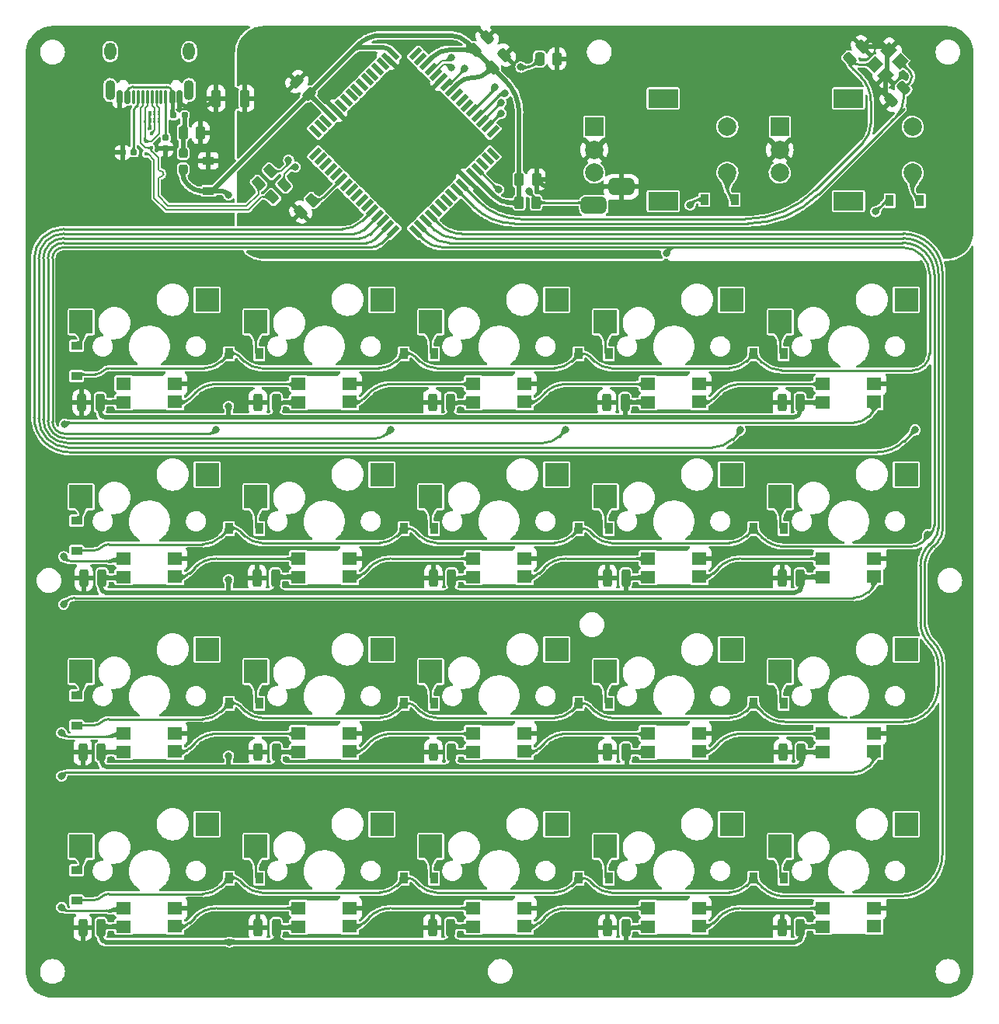
<source format=gbr>
%TF.GenerationSoftware,KiCad,Pcbnew,(6.0.4)*%
%TF.CreationDate,2022-05-20T19:43:05+02:00*%
%TF.ProjectId,MacroBoard-rounded,4d616372-6f42-46f6-9172-642d726f756e,rev?*%
%TF.SameCoordinates,Original*%
%TF.FileFunction,Copper,L2,Bot*%
%TF.FilePolarity,Positive*%
%FSLAX46Y46*%
G04 Gerber Fmt 4.6, Leading zero omitted, Abs format (unit mm)*
G04 Created by KiCad (PCBNEW (6.0.4)) date 2022-05-20 19:43:05*
%MOMM*%
%LPD*%
G01*
G04 APERTURE LIST*
G04 Aperture macros list*
%AMRoundRect*
0 Rectangle with rounded corners*
0 $1 Rounding radius*
0 $2 $3 $4 $5 $6 $7 $8 $9 X,Y pos of 4 corners*
0 Add a 4 corners polygon primitive as box body*
4,1,4,$2,$3,$4,$5,$6,$7,$8,$9,$2,$3,0*
0 Add four circle primitives for the rounded corners*
1,1,$1+$1,$2,$3*
1,1,$1+$1,$4,$5*
1,1,$1+$1,$6,$7*
1,1,$1+$1,$8,$9*
0 Add four rect primitives between the rounded corners*
20,1,$1+$1,$2,$3,$4,$5,0*
20,1,$1+$1,$4,$5,$6,$7,0*
20,1,$1+$1,$6,$7,$8,$9,0*
20,1,$1+$1,$8,$9,$2,$3,0*%
%AMRotRect*
0 Rectangle, with rotation*
0 The origin of the aperture is its center*
0 $1 length*
0 $2 width*
0 $3 Rotation angle, in degrees counterclockwise*
0 Add horizontal line*
21,1,$1,$2,0,0,$3*%
G04 Aperture macros list end*
%TA.AperFunction,SMDPad,CuDef*%
%ADD10R,1.600000X1.400000*%
%TD*%
%TA.AperFunction,SMDPad,CuDef*%
%ADD11R,1.600000X1.420000*%
%TD*%
%TA.AperFunction,SMDPad,CuDef*%
%ADD12R,1.600000X1.380000*%
%TD*%
%TA.AperFunction,ComponentPad*%
%ADD13C,0.600000*%
%TD*%
%TA.AperFunction,SMDPad,CuDef*%
%ADD14R,2.550000X2.500000*%
%TD*%
%TA.AperFunction,ComponentPad*%
%ADD15R,2.000000X2.000000*%
%TD*%
%TA.AperFunction,ComponentPad*%
%ADD16C,2.000000*%
%TD*%
%TA.AperFunction,ComponentPad*%
%ADD17R,3.200000X2.000000*%
%TD*%
%TA.AperFunction,SMDPad,CuDef*%
%ADD18RoundRect,0.250000X0.250000X0.700000X-0.250000X0.700000X-0.250000X-0.700000X0.250000X-0.700000X0*%
%TD*%
%TA.AperFunction,SMDPad,CuDef*%
%ADD19R,0.900000X1.200000*%
%TD*%
%TA.AperFunction,SMDPad,CuDef*%
%ADD20RoundRect,0.160000X0.197500X0.160000X-0.197500X0.160000X-0.197500X-0.160000X0.197500X-0.160000X0*%
%TD*%
%TA.AperFunction,SMDPad,CuDef*%
%ADD21R,1.200000X0.900000*%
%TD*%
%TA.AperFunction,SMDPad,CuDef*%
%ADD22RotRect,1.400000X1.200000X225.000000*%
%TD*%
%TA.AperFunction,SMDPad,CuDef*%
%ADD23RoundRect,0.250000X0.512652X0.159099X0.159099X0.512652X-0.512652X-0.159099X-0.159099X-0.512652X0*%
%TD*%
%TA.AperFunction,SMDPad,CuDef*%
%ADD24RoundRect,0.250000X-0.250000X-0.475000X0.250000X-0.475000X0.250000X0.475000X-0.250000X0.475000X0*%
%TD*%
%TA.AperFunction,SMDPad,CuDef*%
%ADD25RoundRect,0.160000X-0.197500X-0.160000X0.197500X-0.160000X0.197500X0.160000X-0.197500X0.160000X0*%
%TD*%
%TA.AperFunction,SMDPad,CuDef*%
%ADD26RoundRect,0.450000X0.950000X0.450000X-0.950000X0.450000X-0.950000X-0.450000X0.950000X-0.450000X0*%
%TD*%
%TA.AperFunction,SMDPad,CuDef*%
%ADD27RoundRect,0.250000X0.275000X0.700000X-0.275000X0.700000X-0.275000X-0.700000X0.275000X-0.700000X0*%
%TD*%
%TA.AperFunction,SMDPad,CuDef*%
%ADD28RoundRect,0.150000X-0.150000X-0.575000X0.150000X-0.575000X0.150000X0.575000X-0.150000X0.575000X0*%
%TD*%
%TA.AperFunction,SMDPad,CuDef*%
%ADD29RoundRect,0.075000X-0.075000X-0.650000X0.075000X-0.650000X0.075000X0.650000X-0.075000X0.650000X0*%
%TD*%
%TA.AperFunction,ComponentPad*%
%ADD30O,1.300000X1.900000*%
%TD*%
%TA.AperFunction,ComponentPad*%
%ADD31O,1.100000X2.200000*%
%TD*%
%TA.AperFunction,SMDPad,CuDef*%
%ADD32RoundRect,0.160000X-0.160000X0.197500X-0.160000X-0.197500X0.160000X-0.197500X0.160000X0.197500X0*%
%TD*%
%TA.AperFunction,SMDPad,CuDef*%
%ADD33RoundRect,0.125000X0.000000X0.150000X0.000000X0.150000X0.000000X-0.150000X0.000000X-0.150000X0*%
%TD*%
%TA.AperFunction,SMDPad,CuDef*%
%ADD34R,0.250000X0.550000*%
%TD*%
%TA.AperFunction,SMDPad,CuDef*%
%ADD35R,0.300000X0.550000*%
%TD*%
%TA.AperFunction,SMDPad,CuDef*%
%ADD36RoundRect,0.250000X0.159099X-0.512652X0.512652X-0.159099X-0.159099X0.512652X-0.512652X0.159099X0*%
%TD*%
%TA.AperFunction,SMDPad,CuDef*%
%ADD37RoundRect,0.250000X0.132583X-0.503814X0.503814X-0.132583X-0.132583X0.503814X-0.503814X0.132583X0*%
%TD*%
%TA.AperFunction,SMDPad,CuDef*%
%ADD38RoundRect,0.237500X-0.237500X0.287500X-0.237500X-0.287500X0.237500X-0.287500X0.237500X0.287500X0*%
%TD*%
%TA.AperFunction,SMDPad,CuDef*%
%ADD39RoundRect,0.250000X-0.159099X0.512652X-0.512652X0.159099X0.159099X-0.512652X0.512652X-0.159099X0*%
%TD*%
%TA.AperFunction,SMDPad,CuDef*%
%ADD40RoundRect,0.250000X-0.132583X0.503814X-0.503814X0.132583X0.132583X-0.503814X0.503814X-0.132583X0*%
%TD*%
%TA.AperFunction,SMDPad,CuDef*%
%ADD41RotRect,1.500000X0.550000X225.000000*%
%TD*%
%TA.AperFunction,SMDPad,CuDef*%
%ADD42RotRect,1.500000X0.550000X135.000000*%
%TD*%
%TA.AperFunction,SMDPad,CuDef*%
%ADD43RoundRect,0.250000X-0.262500X-0.450000X0.262500X-0.450000X0.262500X0.450000X-0.262500X0.450000X0*%
%TD*%
%TA.AperFunction,ViaPad*%
%ADD44C,0.800000*%
%TD*%
%TA.AperFunction,ViaPad*%
%ADD45C,0.450000*%
%TD*%
%TA.AperFunction,Conductor*%
%ADD46C,0.250000*%
%TD*%
%TA.AperFunction,Conductor*%
%ADD47C,0.508000*%
%TD*%
%TA.AperFunction,Conductor*%
%ADD48C,0.381000*%
%TD*%
%TA.AperFunction,Conductor*%
%ADD49C,0.200000*%
%TD*%
G04 APERTURE END LIST*
D10*
%TO.P,D21,1,DOUT*%
%TO.N,Net-(D21-Pad1)*%
X83762500Y-71147500D03*
D11*
%TO.P,D21,2,VSS*%
%TO.N,GNDREF*%
X83762500Y-69157500D03*
D10*
%TO.P,D21,3,DIN*%
%TO.N,DataIN*%
X78162500Y-69157500D03*
D12*
%TO.P,D21,4,VDD*%
%TO.N,+5V*%
X78162500Y-71157500D03*
%TD*%
D13*
%TO.P,MX10,1,COL*%
%TO.N,COL2*%
X126312500Y-78162500D03*
X124412500Y-79062500D03*
X124412500Y-78162500D03*
X126312500Y-79062500D03*
X126312500Y-79962500D03*
X124412500Y-79962500D03*
D14*
X125352500Y-79057500D03*
D13*
%TO.P,MX10,2,ROW*%
%TO.N,Net-(D10-Pad2)*%
X110682500Y-82342500D03*
X112462500Y-82462500D03*
X112462500Y-81562500D03*
X110682500Y-81442500D03*
X112462500Y-80662500D03*
D14*
X111622500Y-81477500D03*
D13*
X110682500Y-80542500D03*
%TD*%
D10*
%TO.P,D37,1,DOUT*%
%TO.N,Net-(D22-Pad3)*%
X159962500Y-71147500D03*
D11*
%TO.P,D37,2,VSS*%
%TO.N,GNDREF*%
X159962494Y-69157494D03*
D10*
%TO.P,D37,3,DIN*%
%TO.N,Net-(D33-Pad1)*%
X154362500Y-69157500D03*
D12*
%TO.P,D37,4,VDD*%
%TO.N,+5V*%
X154362500Y-71157500D03*
%TD*%
D15*
%TO.P,SW3,A,A*%
%TO.N,/ROT_2A*%
X149662500Y-41156250D03*
D16*
%TO.P,SW3,B,B*%
%TO.N,/ROT_2B*%
X149662500Y-46156250D03*
%TO.P,SW3,C,C*%
%TO.N,GND*%
X149662500Y-43656250D03*
D17*
%TO.P,SW3,MP*%
%TO.N,N/C*%
X157162500Y-38056250D03*
X157162500Y-49256250D03*
D16*
%TO.P,SW3,S1,S1*%
%TO.N,Net-(D43-Pad2)*%
X164162500Y-46156250D03*
%TO.P,SW3,S2,S2*%
%TO.N,Net-(SW2-PadS2)*%
X164162500Y-41156250D03*
%TD*%
D13*
%TO.P,MX18,1,COL*%
%TO.N,COL4*%
X162512500Y-79962500D03*
D14*
X163452500Y-79057500D03*
D13*
X162512500Y-78162500D03*
X162512500Y-79062500D03*
X164412500Y-79062500D03*
X164412500Y-79962500D03*
X164412500Y-78162500D03*
D14*
%TO.P,MX18,2,ROW*%
%TO.N,Net-(D18-Pad2)*%
X149722500Y-81477500D03*
D13*
X150562500Y-81562500D03*
X150562500Y-82462500D03*
X148782500Y-80542500D03*
X148782500Y-82342500D03*
X150562500Y-80662500D03*
X148782500Y-81442500D03*
%TD*%
%TO.P,MX5,1,COL*%
%TO.N,COL1*%
X107262500Y-60012500D03*
X107262500Y-60912500D03*
X105362500Y-60012500D03*
D14*
X106302500Y-60007500D03*
D13*
X105362500Y-59112500D03*
X105362500Y-60912500D03*
X107262500Y-59112500D03*
%TO.P,MX5,2,ROW*%
%TO.N,Net-(D5-Pad2)*%
X93412500Y-62512500D03*
D14*
X92572500Y-62427500D03*
D13*
X93412500Y-61612500D03*
X91632500Y-63292500D03*
X93412500Y-63412500D03*
X91632500Y-62392500D03*
X91632500Y-61492500D03*
%TD*%
D10*
%TO.P,D32,1,DOUT*%
%TO.N,Net-(D32-Pad1)*%
X121862500Y-128297500D03*
D11*
%TO.P,D32,2,VSS*%
%TO.N,GNDREF*%
X121862500Y-126307500D03*
D10*
%TO.P,D32,3,DIN*%
%TO.N,Net-(D28-Pad1)*%
X116262500Y-126307500D03*
D12*
%TO.P,D32,4,VDD*%
%TO.N,+5V*%
X116262500Y-128307500D03*
%TD*%
D10*
%TO.P,D34,1,DOUT*%
%TO.N,Net-(D34-Pad1)*%
X140912500Y-90197500D03*
D11*
%TO.P,D34,2,VSS*%
%TO.N,GNDREF*%
X140912500Y-88207500D03*
D10*
%TO.P,D34,3,DIN*%
%TO.N,Net-(D30-Pad1)*%
X135312500Y-88207500D03*
D12*
%TO.P,D34,4,VDD*%
%TO.N,+5V*%
X135312500Y-90207500D03*
%TD*%
D10*
%TO.P,D23,1,DOUT*%
%TO.N,Net-(D23-Pad1)*%
X83762500Y-109247500D03*
D11*
%TO.P,D23,2,VSS*%
%TO.N,GNDREF*%
X83762500Y-107257500D03*
D10*
%TO.P,D23,3,DIN*%
%TO.N,Net-(D23-Pad3)*%
X78162500Y-107257500D03*
D12*
%TO.P,D23,4,VDD*%
%TO.N,+5V*%
X78162500Y-109257500D03*
%TD*%
D10*
%TO.P,D25,1,DOUT*%
%TO.N,Net-(D25-Pad1)*%
X102812500Y-71147500D03*
D11*
%TO.P,D25,2,VSS*%
%TO.N,GNDREF*%
X102812500Y-69157500D03*
D10*
%TO.P,D25,3,DIN*%
%TO.N,Net-(D21-Pad1)*%
X97212500Y-69157500D03*
D12*
%TO.P,D25,4,VDD*%
%TO.N,+5V*%
X97212500Y-71157500D03*
%TD*%
D13*
%TO.P,MX20,1,COL*%
%TO.N,COL4*%
X164412500Y-118062500D03*
D14*
X163452500Y-117157500D03*
D13*
X162512500Y-116262500D03*
X164412500Y-116262500D03*
X162512500Y-118062500D03*
X162512500Y-117162500D03*
X164412500Y-117162500D03*
%TO.P,MX20,2,ROW*%
%TO.N,Net-(D20-Pad2)*%
X148782500Y-118642500D03*
X148782500Y-120442500D03*
X148782500Y-119542500D03*
X150562500Y-120562500D03*
D14*
X149722500Y-119577500D03*
D13*
X150562500Y-119662500D03*
X150562500Y-118762500D03*
%TD*%
%TO.P,MX2,1,COL*%
%TO.N,COL0*%
X88212500Y-78162500D03*
X88212500Y-79062500D03*
X86312500Y-78162500D03*
X86312500Y-79062500D03*
X86312500Y-79962500D03*
D14*
X87252500Y-79057500D03*
D13*
X88212500Y-79962500D03*
D14*
%TO.P,MX2,2,ROW*%
%TO.N,Net-(D2-Pad2)*%
X73522500Y-81477500D03*
D13*
X72582500Y-80542500D03*
X74362500Y-80662500D03*
X74362500Y-82462500D03*
X74362500Y-81562500D03*
X72582500Y-82342500D03*
X72582500Y-81442500D03*
%TD*%
%TO.P,MX7,1,COL*%
%TO.N,COL1*%
X107262500Y-98112500D03*
X105362500Y-99012500D03*
X107262500Y-99012500D03*
X105362500Y-97212500D03*
D14*
X106302500Y-98107500D03*
D13*
X105362500Y-98112500D03*
X107262500Y-97212500D03*
%TO.P,MX7,2,ROW*%
%TO.N,Net-(D7-Pad2)*%
X93412500Y-100612500D03*
X93412500Y-101512500D03*
X93412500Y-99712500D03*
X91632500Y-101392500D03*
D14*
X92572500Y-100527500D03*
D13*
X91632500Y-100492500D03*
X91632500Y-99592500D03*
%TD*%
%TO.P,MX1,1,COL*%
%TO.N,COL0*%
X86312500Y-60012500D03*
X88212500Y-59112500D03*
X88212500Y-60012500D03*
X86312500Y-59112500D03*
D14*
X87252500Y-60007500D03*
D13*
X88212500Y-60912500D03*
X86312500Y-60912500D03*
%TO.P,MX1,2,ROW*%
%TO.N,Net-(D1-Pad2)*%
X72582500Y-61492500D03*
X72582500Y-62392500D03*
X74362500Y-63412500D03*
X74362500Y-61612500D03*
D14*
X73522500Y-62427500D03*
D13*
X74362500Y-62512500D03*
X72582500Y-63292500D03*
%TD*%
%TO.P,MX3,1,COL*%
%TO.N,COL0*%
X86312500Y-99012500D03*
X88212500Y-97212500D03*
X86312500Y-98112500D03*
X88212500Y-99012500D03*
X86312500Y-97212500D03*
X88212500Y-98112500D03*
D14*
X87252500Y-98107500D03*
D13*
%TO.P,MX3,2,ROW*%
%TO.N,Net-(D3-Pad2)*%
X72582500Y-99592500D03*
X72582500Y-100492500D03*
X74362500Y-100612500D03*
X74362500Y-99712500D03*
X72582500Y-101392500D03*
D14*
X73522500Y-100527500D03*
D13*
X74362500Y-101512500D03*
%TD*%
%TO.P,MX6,1,COL*%
%TO.N,COL1*%
X105362500Y-78162500D03*
X107262500Y-79962500D03*
D14*
X106302500Y-79057500D03*
D13*
X107262500Y-78162500D03*
X105362500Y-79062500D03*
X105362500Y-79962500D03*
X107262500Y-79062500D03*
%TO.P,MX6,2,ROW*%
%TO.N,Net-(D6-Pad2)*%
X93412500Y-82462500D03*
X91632500Y-81442500D03*
X91632500Y-80542500D03*
X93412500Y-81562500D03*
X91632500Y-82342500D03*
D14*
X92572500Y-81477500D03*
D13*
X93412500Y-80662500D03*
%TD*%
%TO.P,MX17,1,COL*%
%TO.N,COL4*%
X162512500Y-59112500D03*
X162512500Y-60012500D03*
D14*
X163452500Y-60007500D03*
D13*
X164412500Y-59112500D03*
X164412500Y-60912500D03*
X162512500Y-60912500D03*
X164412500Y-60012500D03*
%TO.P,MX17,2,ROW*%
%TO.N,Net-(D17-Pad2)*%
X148782500Y-61492500D03*
X150562500Y-62512500D03*
X148782500Y-62392500D03*
D14*
X149722500Y-62427500D03*
D13*
X150562500Y-63412500D03*
X150562500Y-61612500D03*
X148782500Y-63292500D03*
%TD*%
%TO.P,MX11,1,COL*%
%TO.N,COL2*%
X126312500Y-97212500D03*
D14*
X125352500Y-98107500D03*
D13*
X124412500Y-98112500D03*
X126312500Y-98112500D03*
X124412500Y-99012500D03*
X124412500Y-97212500D03*
X126312500Y-99012500D03*
%TO.P,MX11,2,ROW*%
%TO.N,Net-(D11-Pad2)*%
X112462500Y-101512500D03*
X110682500Y-99592500D03*
X112462500Y-100612500D03*
X112462500Y-99712500D03*
X110682500Y-100492500D03*
D14*
X111622500Y-100527500D03*
D13*
X110682500Y-101392500D03*
%TD*%
%TO.P,MX9,1,COL*%
%TO.N,COL2*%
X124412500Y-60912500D03*
X124412500Y-59112500D03*
X126312500Y-60012500D03*
X126312500Y-59112500D03*
D14*
X125352500Y-60007500D03*
D13*
X124412500Y-60012500D03*
X126312500Y-60912500D03*
%TO.P,MX9,2,ROW*%
%TO.N,Net-(D9-Pad2)*%
X110682500Y-61492500D03*
X112462500Y-61612500D03*
D14*
X111622500Y-62427500D03*
D13*
X112462500Y-62512500D03*
X110682500Y-63292500D03*
X110682500Y-62392500D03*
X112462500Y-63412500D03*
%TD*%
%TO.P,MX16,1,COL*%
%TO.N,COL3*%
X145362500Y-117162500D03*
X143462500Y-117162500D03*
D14*
X144402500Y-117157500D03*
D13*
X143462500Y-118062500D03*
X143462500Y-116262500D03*
X145362500Y-118062500D03*
X145362500Y-116262500D03*
%TO.P,MX16,2,ROW*%
%TO.N,Net-(D16-Pad2)*%
X129732500Y-120442500D03*
X131512500Y-120562500D03*
X129732500Y-118642500D03*
X131512500Y-118762500D03*
D14*
X130672500Y-119577500D03*
D13*
X129732500Y-119542500D03*
X131512500Y-119662500D03*
%TD*%
D10*
%TO.P,D26,1,DOUT*%
%TO.N,Net-(D26-Pad1)*%
X102812500Y-90197500D03*
D11*
%TO.P,D26,2,VSS*%
%TO.N,GNDREF*%
X102812500Y-88207500D03*
D10*
%TO.P,D26,3,DIN*%
%TO.N,Net-(D22-Pad1)*%
X97212500Y-88207500D03*
D12*
%TO.P,D26,4,VDD*%
%TO.N,+5V*%
X97212500Y-90207500D03*
%TD*%
D10*
%TO.P,D38,1,DOUT*%
%TO.N,Net-(D23-Pad3)*%
X159962500Y-90197500D03*
D11*
%TO.P,D38,2,VSS*%
%TO.N,GNDREF*%
X159962500Y-88207500D03*
D10*
%TO.P,D38,3,DIN*%
%TO.N,Net-(D34-Pad1)*%
X154362500Y-88207500D03*
D12*
%TO.P,D38,4,VDD*%
%TO.N,+5V*%
X154362500Y-90207500D03*
%TD*%
D10*
%TO.P,D24,1,DOUT*%
%TO.N,Net-(D24-Pad1)*%
X83762500Y-128297500D03*
D11*
%TO.P,D24,2,VSS*%
%TO.N,GNDREF*%
X83762500Y-126307500D03*
D10*
%TO.P,D24,3,DIN*%
%TO.N,Net-(D24-Pad3)*%
X78162500Y-126307500D03*
D12*
%TO.P,D24,4,VDD*%
%TO.N,+5V*%
X78162500Y-128307500D03*
%TD*%
D10*
%TO.P,D22,1,DOUT*%
%TO.N,Net-(D22-Pad1)*%
X83762500Y-90197500D03*
D11*
%TO.P,D22,2,VSS*%
%TO.N,GNDREF*%
X83762500Y-88207500D03*
D10*
%TO.P,D22,3,DIN*%
%TO.N,Net-(D22-Pad3)*%
X78162500Y-88207500D03*
D12*
%TO.P,D22,4,VDD*%
%TO.N,+5V*%
X78162500Y-90207500D03*
%TD*%
D10*
%TO.P,D36,1,DOUT*%
%TO.N,Net-(D36-Pad1)*%
X140912500Y-128297500D03*
D11*
%TO.P,D36,2,VSS*%
%TO.N,GNDREF*%
X140912500Y-126307500D03*
D10*
%TO.P,D36,3,DIN*%
%TO.N,Net-(D32-Pad1)*%
X135312500Y-126307500D03*
D12*
%TO.P,D36,4,VDD*%
%TO.N,+5V*%
X135312500Y-128307500D03*
%TD*%
D13*
%TO.P,MX19,1,COL*%
%TO.N,COL4*%
X164412500Y-98112500D03*
X162512500Y-98112500D03*
X162512500Y-99012500D03*
D14*
X163452500Y-98107500D03*
D13*
X162512500Y-97212500D03*
X164412500Y-97212500D03*
X164412500Y-99012500D03*
%TO.P,MX19,2,ROW*%
%TO.N,Net-(D19-Pad2)*%
X150562500Y-99712500D03*
X148782500Y-101392500D03*
X150562500Y-101512500D03*
X150562500Y-100612500D03*
X148782500Y-100492500D03*
D14*
X149722500Y-100527500D03*
D13*
X148782500Y-99592500D03*
%TD*%
%TO.P,MX12,1,COL*%
%TO.N,COL2*%
X124412500Y-116262500D03*
X126312500Y-118062500D03*
D14*
X125352500Y-117157500D03*
D13*
X126312500Y-117162500D03*
X126312500Y-116262500D03*
X124412500Y-118062500D03*
X124412500Y-117162500D03*
%TO.P,MX12,2,ROW*%
%TO.N,Net-(D12-Pad2)*%
X110682500Y-119542500D03*
D14*
X111622500Y-119577500D03*
D13*
X112462500Y-118762500D03*
X110682500Y-118642500D03*
X110682500Y-120442500D03*
X112462500Y-119662500D03*
X112462500Y-120562500D03*
%TD*%
D10*
%TO.P,D33,1,DOUT*%
%TO.N,Net-(D33-Pad1)*%
X140912500Y-71147500D03*
D11*
%TO.P,D33,2,VSS*%
%TO.N,GNDREF*%
X140912500Y-69157500D03*
D10*
%TO.P,D33,3,DIN*%
%TO.N,Net-(D29-Pad1)*%
X135312500Y-69157500D03*
D12*
%TO.P,D33,4,VDD*%
%TO.N,+5V*%
X135312500Y-71157500D03*
%TD*%
D13*
%TO.P,MX8,1,COL*%
%TO.N,COL1*%
X107262500Y-118062500D03*
X105362500Y-117162500D03*
X107262500Y-116262500D03*
X107262500Y-117162500D03*
X105362500Y-118062500D03*
D14*
X106302500Y-117157500D03*
D13*
X105362500Y-116262500D03*
%TO.P,MX8,2,ROW*%
%TO.N,Net-(D8-Pad2)*%
X93412500Y-119662500D03*
D14*
X92572500Y-119577500D03*
D13*
X91632500Y-118642500D03*
X93412500Y-118762500D03*
X93412500Y-120562500D03*
X91632500Y-120442500D03*
X91632500Y-119542500D03*
%TD*%
D10*
%TO.P,D39,1,DOUT*%
%TO.N,Net-(D24-Pad3)*%
X159962500Y-109247500D03*
D11*
%TO.P,D39,2,VSS*%
%TO.N,GNDREF*%
X159962500Y-107257500D03*
D10*
%TO.P,D39,3,DIN*%
%TO.N,Net-(D35-Pad1)*%
X154362500Y-107257500D03*
D12*
%TO.P,D39,4,VDD*%
%TO.N,+5V*%
X154362500Y-109257500D03*
%TD*%
D10*
%TO.P,D30,1,DOUT*%
%TO.N,Net-(D30-Pad1)*%
X121862500Y-90197500D03*
D11*
%TO.P,D30,2,VSS*%
%TO.N,GNDREF*%
X121862500Y-88207500D03*
D10*
%TO.P,D30,3,DIN*%
%TO.N,Net-(D26-Pad1)*%
X116262500Y-88207500D03*
D12*
%TO.P,D30,4,VDD*%
%TO.N,+5V*%
X116262500Y-90207500D03*
%TD*%
D13*
%TO.P,MX4,1,COL*%
%TO.N,COL0*%
X86312500Y-117162500D03*
X88212500Y-116262500D03*
X88212500Y-117162500D03*
X88212500Y-118062500D03*
D14*
X87252500Y-117157500D03*
D13*
X86312500Y-116262500D03*
X86312500Y-118062500D03*
%TO.P,MX4,2,ROW*%
%TO.N,Net-(D4-Pad2)*%
X72582500Y-118642500D03*
X74362500Y-120562500D03*
X74362500Y-118762500D03*
X74362500Y-119662500D03*
X72582500Y-119542500D03*
D14*
X73522500Y-119577500D03*
D13*
X72582500Y-120442500D03*
%TD*%
D10*
%TO.P,D27,1,DOUT*%
%TO.N,Net-(D27-Pad1)*%
X102812500Y-109247500D03*
D11*
%TO.P,D27,2,VSS*%
%TO.N,GNDREF*%
X102812500Y-107257500D03*
D10*
%TO.P,D27,3,DIN*%
%TO.N,Net-(D23-Pad1)*%
X97212500Y-107257500D03*
D12*
%TO.P,D27,4,VDD*%
%TO.N,+5V*%
X97212500Y-109257500D03*
%TD*%
D10*
%TO.P,D40,1,DOUT*%
%TO.N,DataOUT*%
X159962500Y-128297500D03*
D11*
%TO.P,D40,2,VSS*%
%TO.N,GNDREF*%
X159962500Y-126307500D03*
D10*
%TO.P,D40,3,DIN*%
%TO.N,Net-(D36-Pad1)*%
X154362500Y-126307500D03*
D12*
%TO.P,D40,4,VDD*%
%TO.N,+5V*%
X154362500Y-128307500D03*
%TD*%
D13*
%TO.P,MX14,1,COL*%
%TO.N,COL3*%
X145362500Y-78162500D03*
X143462500Y-79962500D03*
X145362500Y-79962500D03*
X143462500Y-79062500D03*
X143462500Y-78162500D03*
D14*
X144402500Y-79057500D03*
D13*
X145362500Y-79062500D03*
%TO.P,MX14,2,ROW*%
%TO.N,Net-(D14-Pad2)*%
X131512500Y-80662500D03*
X131512500Y-81562500D03*
X129732500Y-81442500D03*
D14*
X130672500Y-81477500D03*
D13*
X129732500Y-82342500D03*
X131512500Y-82462500D03*
X129732500Y-80542500D03*
%TD*%
D10*
%TO.P,D29,1,DOUT*%
%TO.N,Net-(D29-Pad1)*%
X121862500Y-71147500D03*
D11*
%TO.P,D29,2,VSS*%
%TO.N,GNDREF*%
X121862500Y-69157500D03*
D10*
%TO.P,D29,3,DIN*%
%TO.N,Net-(D25-Pad1)*%
X116262500Y-69157500D03*
D12*
%TO.P,D29,4,VDD*%
%TO.N,+5V*%
X116262500Y-71157500D03*
%TD*%
D15*
%TO.P,SW2,A,A*%
%TO.N,/ROT_1A*%
X129462500Y-41156250D03*
D16*
%TO.P,SW2,B,B*%
%TO.N,/ROT_1B*%
X129462500Y-46156250D03*
%TO.P,SW2,C,C*%
%TO.N,GND*%
X129462500Y-43656250D03*
D17*
%TO.P,SW2,MP*%
%TO.N,N/C*%
X136962500Y-49256250D03*
X136962500Y-38056250D03*
D16*
%TO.P,SW2,S1,S1*%
%TO.N,Net-(D42-Pad2)*%
X143962500Y-46156250D03*
%TO.P,SW2,S2,S2*%
%TO.N,Net-(SW2-PadS2)*%
X143962500Y-41156250D03*
%TD*%
D14*
%TO.P,MX13,1,COL*%
%TO.N,COL3*%
X144402500Y-60007500D03*
D13*
X143462500Y-60912500D03*
X145362500Y-59112500D03*
X143462500Y-59112500D03*
X145362500Y-60012500D03*
X145362500Y-60912500D03*
X143462500Y-60012500D03*
%TO.P,MX13,2,ROW*%
%TO.N,Net-(D13-Pad2)*%
X129732500Y-62392500D03*
X131512500Y-61612500D03*
X131512500Y-62512500D03*
X131512500Y-63412500D03*
X129732500Y-63292500D03*
D14*
X130672500Y-62427500D03*
D13*
X129732500Y-61492500D03*
%TD*%
%TO.P,MX15,1,COL*%
%TO.N,COL3*%
X145362500Y-99012500D03*
X145362500Y-97212500D03*
X143462500Y-98112500D03*
D14*
X144402500Y-98107500D03*
D13*
X145362500Y-98112500D03*
X143462500Y-97212500D03*
X143462500Y-99012500D03*
%TO.P,MX15,2,ROW*%
%TO.N,Net-(D15-Pad2)*%
X129732500Y-99592500D03*
X131512500Y-100612500D03*
X131512500Y-101512500D03*
X131512500Y-99712500D03*
X129732500Y-100492500D03*
X129732500Y-101392500D03*
D14*
X130672500Y-100527500D03*
%TD*%
D10*
%TO.P,D35,1,DOUT*%
%TO.N,Net-(D35-Pad1)*%
X140912500Y-109247500D03*
D11*
%TO.P,D35,2,VSS*%
%TO.N,GNDREF*%
X140912500Y-107257500D03*
D10*
%TO.P,D35,3,DIN*%
%TO.N,Net-(D31-Pad1)*%
X135312500Y-107257500D03*
D12*
%TO.P,D35,4,VDD*%
%TO.N,+5V*%
X135312500Y-109257500D03*
%TD*%
D10*
%TO.P,D28,1,DOUT*%
%TO.N,Net-(D28-Pad1)*%
X102812500Y-128297500D03*
D11*
%TO.P,D28,2,VSS*%
%TO.N,GNDREF*%
X102812500Y-126307500D03*
D10*
%TO.P,D28,3,DIN*%
%TO.N,Net-(D24-Pad1)*%
X97212500Y-126307500D03*
D12*
%TO.P,D28,4,VDD*%
%TO.N,+5V*%
X97212500Y-128307500D03*
%TD*%
D10*
%TO.P,D31,1,DOUT*%
%TO.N,Net-(D31-Pad1)*%
X121862500Y-109247500D03*
D11*
%TO.P,D31,2,VSS*%
%TO.N,GNDREF*%
X121862500Y-107257500D03*
D10*
%TO.P,D31,3,DIN*%
%TO.N,Net-(D27-Pad1)*%
X116262500Y-107257500D03*
D12*
%TO.P,D31,4,VDD*%
%TO.N,+5V*%
X116262500Y-109257500D03*
%TD*%
D18*
%TO.P,C10,1*%
%TO.N,+5V*%
X75800000Y-90300000D03*
%TO.P,C10,2*%
%TO.N,GNDREF*%
X73800000Y-90300000D03*
%TD*%
D19*
%TO.P,D42,1,K*%
%TO.N,ROW0*%
X141450000Y-49100000D03*
%TO.P,D42,2,A*%
%TO.N,Net-(D42-Pad2)*%
X144750000Y-49100000D03*
%TD*%
D20*
%TO.P,R1,1*%
%TO.N,Net-(J1-PadA5)*%
X79247500Y-43950000D03*
%TO.P,R1,2*%
%TO.N,GNDREF*%
X78052500Y-43950000D03*
%TD*%
D18*
%TO.P,C14,1*%
%TO.N,+5V*%
X94700000Y-90300000D03*
%TO.P,C14,2*%
%TO.N,GNDREF*%
X92700000Y-90300000D03*
%TD*%
%TO.P,C21,1*%
%TO.N,+5V*%
X132800000Y-71200000D03*
%TO.P,C21,2*%
%TO.N,GNDREF*%
X130800000Y-71200000D03*
%TD*%
D19*
%TO.P,D43,1,K*%
%TO.N,ROW1*%
X161650000Y-49200000D03*
%TO.P,D43,2,A*%
%TO.N,Net-(D43-Pad2)*%
X164950000Y-49200000D03*
%TD*%
D18*
%TO.P,C13,1*%
%TO.N,+5V*%
X94800000Y-71200000D03*
%TO.P,C13,2*%
%TO.N,GNDREF*%
X92800000Y-71200000D03*
%TD*%
D21*
%TO.P,D1,1,K*%
%TO.N,ROW0*%
X73025000Y-68325000D03*
%TO.P,D1,2,A*%
%TO.N,Net-(D1-Pad2)*%
X73025000Y-65025000D03*
%TD*%
D19*
%TO.P,D8,1,K*%
%TO.N,ROW3*%
X89631250Y-123031250D03*
%TO.P,D8,2,A*%
%TO.N,Net-(D8-Pad2)*%
X92931250Y-123031250D03*
%TD*%
%TO.P,D17,1,K*%
%TO.N,ROW0*%
X146781250Y-65881250D03*
%TO.P,D17,2,A*%
%TO.N,Net-(D17-Pad2)*%
X150081250Y-65881250D03*
%TD*%
D18*
%TO.P,C16,1*%
%TO.N,+5V*%
X94800000Y-128400000D03*
%TO.P,C16,2*%
%TO.N,GNDREF*%
X92800000Y-128400000D03*
%TD*%
%TO.P,C28,1*%
%TO.N,+5V*%
X151900000Y-128400000D03*
%TO.P,C28,2*%
%TO.N,GNDREF*%
X149900000Y-128400000D03*
%TD*%
D19*
%TO.P,D16,1,K*%
%TO.N,ROW3*%
X127731250Y-123031250D03*
%TO.P,D16,2,A*%
%TO.N,Net-(D16-Pad2)*%
X131031250Y-123031250D03*
%TD*%
D22*
%TO.P,Y1,1,1*%
%TO.N,Net-(C5-Pad1)*%
X162772759Y-34027241D03*
%TO.P,Y1,2,2*%
%TO.N,GND*%
X161217124Y-35582876D03*
%TO.P,Y1,3,3*%
%TO.N,Net-(C6-Pad1)*%
X160015043Y-34380795D03*
%TO.P,Y1,4,4*%
%TO.N,GND*%
X161570678Y-32825160D03*
%TD*%
D19*
%TO.P,D7,1,K*%
%TO.N,ROW2*%
X89631250Y-103981250D03*
%TO.P,D7,2,A*%
%TO.N,Net-(D7-Pad2)*%
X92931250Y-103981250D03*
%TD*%
D23*
%TO.P,C7,1*%
%TO.N,+5V*%
X98371751Y-37571751D03*
%TO.P,C7,2*%
%TO.N,GND*%
X97028249Y-36228249D03*
%TD*%
D21*
%TO.P,D3,1,K*%
%TO.N,ROW2*%
X73025000Y-106425000D03*
%TO.P,D3,2,A*%
%TO.N,Net-(D3-Pad2)*%
X73025000Y-103125000D03*
%TD*%
D19*
%TO.P,D12,1,K*%
%TO.N,ROW3*%
X108681250Y-123031250D03*
%TO.P,D12,2,A*%
%TO.N,Net-(D12-Pad2)*%
X111981250Y-123031250D03*
%TD*%
D24*
%TO.P,C2,1*%
%TO.N,+5V*%
X121250000Y-46900000D03*
%TO.P,C2,2*%
%TO.N,GND*%
X123150000Y-46900000D03*
%TD*%
D18*
%TO.P,C9,1*%
%TO.N,+5V*%
X75600000Y-71200000D03*
%TO.P,C9,2*%
%TO.N,GNDREF*%
X73600000Y-71200000D03*
%TD*%
D21*
%TO.P,D41,1,A1*%
%TO.N,GNDREF*%
X87400000Y-44850000D03*
%TO.P,D41,2,A2*%
%TO.N,+5V*%
X87400000Y-48150000D03*
%TD*%
D19*
%TO.P,D5,1,K*%
%TO.N,ROW0*%
X89631250Y-65881250D03*
%TO.P,D5,2,A*%
%TO.N,Net-(D5-Pad2)*%
X92931250Y-65881250D03*
%TD*%
D18*
%TO.P,C15,1*%
%TO.N,+5V*%
X94800000Y-109300000D03*
%TO.P,C15,2*%
%TO.N,GNDREF*%
X92800000Y-109300000D03*
%TD*%
%TO.P,C23,1*%
%TO.N,+5V*%
X132900000Y-109300000D03*
%TO.P,C23,2*%
%TO.N,GNDREF*%
X130900000Y-109300000D03*
%TD*%
D25*
%TO.P,R7,1*%
%TO.N,Net-(J1-PadA4)*%
X83602500Y-39900000D03*
%TO.P,R7,2*%
%TO.N,VBUS*%
X84797500Y-39900000D03*
%TD*%
D18*
%TO.P,C18,1*%
%TO.N,+5V*%
X113900000Y-90300000D03*
%TO.P,C18,2*%
%TO.N,GNDREF*%
X111900000Y-90300000D03*
%TD*%
%TO.P,C27,1*%
%TO.N,+5V*%
X152000000Y-109300000D03*
%TO.P,C27,2*%
%TO.N,GNDREF*%
X150000000Y-109300000D03*
%TD*%
%TO.P,C20,1*%
%TO.N,+5V*%
X113800000Y-128400000D03*
%TO.P,C20,2*%
%TO.N,GNDREF*%
X111800000Y-128400000D03*
%TD*%
D24*
%TO.P,C1,1*%
%TO.N,VBUS*%
X84647500Y-41800000D03*
%TO.P,C1,2*%
%TO.N,GNDREF*%
X86547500Y-41800000D03*
%TD*%
D19*
%TO.P,D18,1,K*%
%TO.N,ROW1*%
X146781250Y-84931250D03*
%TO.P,D18,2,A*%
%TO.N,Net-(D18-Pad2)*%
X150081250Y-84931250D03*
%TD*%
D21*
%TO.P,D2,1,K*%
%TO.N,ROW1*%
X73025000Y-87375000D03*
%TO.P,D2,2,A*%
%TO.N,Net-(D2-Pad2)*%
X73025000Y-84075000D03*
%TD*%
D19*
%TO.P,D10,1,K*%
%TO.N,ROW1*%
X108681250Y-84931250D03*
%TO.P,D10,2,A*%
%TO.N,Net-(D10-Pad2)*%
X111981250Y-84931250D03*
%TD*%
%TO.P,D11,1,K*%
%TO.N,ROW2*%
X108681250Y-103981250D03*
%TO.P,D11,2,A*%
%TO.N,Net-(D11-Pad2)*%
X111981250Y-103981250D03*
%TD*%
D26*
%TO.P,SW1,1,1*%
%TO.N,GND*%
X132400000Y-47700000D03*
%TO.P,SW1,2,2*%
%TO.N,Net-(R6-Pad2)*%
X129400000Y-49700000D03*
%TD*%
D27*
%TO.P,L1,1,1*%
%TO.N,GND*%
X91375000Y-38050000D03*
%TO.P,L1,2,2*%
%TO.N,GNDREF*%
X88225000Y-38050000D03*
%TD*%
D28*
%TO.P,J1,A1,GND*%
%TO.N,GNDREF*%
X77747500Y-37925000D03*
%TO.P,J1,A4,VBUS*%
%TO.N,Net-(J1-PadA4)*%
X78547500Y-37925000D03*
D29*
%TO.P,J1,A5,CC1*%
%TO.N,Net-(J1-PadA5)*%
X79747500Y-37925000D03*
%TO.P,J1,A6,D+*%
%TO.N,DA+*%
X80743500Y-37925000D03*
%TO.P,J1,A7,D-*%
%TO.N,DA-*%
X81247500Y-37925000D03*
%TO.P,J1,A8,SBU1*%
%TO.N,unconnected-(J1-PadA8)*%
X82247500Y-37925000D03*
D28*
%TO.P,J1,B1,GND*%
%TO.N,GNDREF*%
X84247500Y-37925000D03*
%TO.P,J1,B4,VBUS*%
%TO.N,Net-(J1-PadA4)*%
X83447500Y-37925000D03*
D29*
%TO.P,J1,B5,CC2*%
%TO.N,Net-(J1-PadB5)*%
X82747500Y-37925000D03*
%TO.P,J1,B6,D+*%
%TO.N,DA+*%
X81747500Y-37925000D03*
%TO.P,J1,B7,D-*%
%TO.N,DA-*%
X80247500Y-37925000D03*
%TO.P,J1,B8,SBU2*%
%TO.N,unconnected-(J1-PadB8)*%
X79247500Y-37925000D03*
D30*
%TO.P,J1,S,SHIELD*%
%TO.N,GNDPWR*%
X76697500Y-32950000D03*
D31*
X85297500Y-37150000D03*
D30*
X85297500Y-32950000D03*
D31*
X76697500Y-37150000D03*
%TD*%
D32*
%TO.P,R2,1*%
%TO.N,Net-(J1-PadB5)*%
X82750000Y-42352500D03*
%TO.P,R2,2*%
%TO.N,GNDREF*%
X82750000Y-43547500D03*
%TD*%
D18*
%TO.P,C19,1*%
%TO.N,+5V*%
X113900000Y-109300000D03*
%TO.P,C19,2*%
%TO.N,GNDREF*%
X111900000Y-109300000D03*
%TD*%
%TO.P,C24,1*%
%TO.N,+5V*%
X132900000Y-128400000D03*
%TO.P,C24,2*%
%TO.N,GNDREF*%
X130900000Y-128400000D03*
%TD*%
D33*
%TO.P,U2,1,IO1*%
%TO.N,DA+*%
X81997500Y-40435000D03*
D34*
%TO.P,U2,2,IO2*%
%TO.N,DA-*%
X81497500Y-40435000D03*
D35*
%TO.P,U2,3,GND*%
%TO.N,GNDREF*%
X80997500Y-40435000D03*
D34*
%TO.P,U2,4,D2+*%
%TO.N,DA+*%
X80497500Y-40435000D03*
%TO.P,U2,5,D2-*%
%TO.N,DA-*%
X79997500Y-40435000D03*
%TO.P,U2,6,NC*%
X79997500Y-39665000D03*
%TO.P,U2,7,NC*%
%TO.N,DA+*%
X80497500Y-39665000D03*
D35*
%TO.P,U2,8,GND*%
%TO.N,GNDREF*%
X80997500Y-39665000D03*
D34*
%TO.P,U2,9,NC*%
%TO.N,DA-*%
X81497500Y-39665000D03*
%TO.P,U2,10,NC*%
%TO.N,DA+*%
X81997500Y-39665000D03*
%TD*%
D24*
%TO.P,C8,1*%
%TO.N,Net-(C8-Pad1)*%
X123500000Y-33750000D03*
%TO.P,C8,2*%
%TO.N,GND*%
X125400000Y-33750000D03*
%TD*%
D19*
%TO.P,D14,1,K*%
%TO.N,ROW1*%
X127731250Y-84931250D03*
%TO.P,D14,2,A*%
%TO.N,Net-(D14-Pad2)*%
X131031250Y-84931250D03*
%TD*%
D36*
%TO.P,C6,1*%
%TO.N,Net-(C6-Pad1)*%
X157322150Y-33775769D03*
%TO.P,C6,2*%
%TO.N,GND*%
X158665652Y-32432267D03*
%TD*%
D37*
%TO.P,R4,1*%
%TO.N,DA+*%
X94354765Y-48795235D03*
%TO.P,R4,2*%
X95645235Y-47504765D03*
%TD*%
D18*
%TO.P,C17,1*%
%TO.N,+5V*%
X113800000Y-71200000D03*
%TO.P,C17,2*%
%TO.N,GNDREF*%
X111800000Y-71200000D03*
%TD*%
D37*
%TO.P,R3,1*%
%TO.N,DA-*%
X92854765Y-47295235D03*
%TO.P,R3,2*%
X94145235Y-46004765D03*
%TD*%
D38*
%TO.P,F1,1*%
%TO.N,VBUS*%
X84647500Y-44025000D03*
%TO.P,F1,2*%
%TO.N,+5V*%
X84647500Y-45775000D03*
%TD*%
D19*
%TO.P,D6,1,K*%
%TO.N,ROW1*%
X89631250Y-84931250D03*
%TO.P,D6,2,A*%
%TO.N,Net-(D6-Pad2)*%
X92931250Y-84931250D03*
%TD*%
D21*
%TO.P,D4,1,K*%
%TO.N,ROW3*%
X73025000Y-125475000D03*
%TO.P,D4,2,A*%
%TO.N,Net-(D4-Pad2)*%
X73025000Y-122175000D03*
%TD*%
D18*
%TO.P,C25,1*%
%TO.N,+5V*%
X151900000Y-71200000D03*
%TO.P,C25,2*%
%TO.N,GNDREF*%
X149900000Y-71200000D03*
%TD*%
D39*
%TO.P,C5,1*%
%TO.N,Net-(C5-Pad1)*%
X163165652Y-36932267D03*
%TO.P,C5,2*%
%TO.N,GND*%
X161822150Y-38275769D03*
%TD*%
D40*
%TO.P,R5,1*%
%TO.N,Net-(R5-Pad1)*%
X98745235Y-49154765D03*
%TO.P,R5,2*%
%TO.N,GND*%
X97454765Y-50445235D03*
%TD*%
D41*
%TO.P,U1,1,PE6*%
%TO.N,unconnected-(U1-Pad1)*%
X109938982Y-33172437D03*
%TO.P,U1,2,PE7*%
%TO.N,unconnected-(U1-Pad2)*%
X110504667Y-33738123D03*
%TO.P,U1,3,UVCC*%
%TO.N,+5V*%
X111070352Y-34303808D03*
%TO.P,U1,4,D-*%
%TO.N,DA-*%
X111636038Y-34869493D03*
%TO.P,U1,5,D+*%
%TO.N,DA+*%
X112201723Y-35435179D03*
%TO.P,U1,6,UGND*%
%TO.N,GND*%
X112767409Y-36000864D03*
%TO.P,U1,7,UCAP*%
%TO.N,Net-(C8-Pad1)*%
X113333094Y-36566550D03*
%TO.P,U1,8,VBUS*%
%TO.N,+5V*%
X113898780Y-37132235D03*
%TO.P,U1,9,PE3*%
%TO.N,unconnected-(U1-Pad9)*%
X114464465Y-37697920D03*
%TO.P,U1,10,PB0*%
%TO.N,unconnected-(U1-Pad10)*%
X115030150Y-38263606D03*
%TO.P,U1,11,PB1*%
%TO.N,unconnected-(U1-Pad11)*%
X115595836Y-38829291D03*
%TO.P,U1,12,PB2*%
%TO.N,/ROT_2A*%
X116161521Y-39394977D03*
%TO.P,U1,13,PB3*%
%TO.N,/ROT_2B*%
X116727207Y-39960662D03*
%TO.P,U1,14,PB4*%
%TO.N,/ROT_1A*%
X117292892Y-40526348D03*
%TO.P,U1,15,PB5*%
%TO.N,/ROT_1B*%
X117858577Y-41092033D03*
%TO.P,U1,16,PB6*%
%TO.N,unconnected-(U1-Pad16)*%
X118424263Y-41657718D03*
D42*
%TO.P,U1,17,PB7*%
%TO.N,unconnected-(U1-Pad17)*%
X118424263Y-44061882D03*
%TO.P,U1,18,PE4*%
%TO.N,unconnected-(U1-Pad18)*%
X117858577Y-44627567D03*
%TO.P,U1,19,PE5*%
%TO.N,unconnected-(U1-Pad19)*%
X117292892Y-45193252D03*
%TO.P,U1,20,~{RESET}*%
%TO.N,Net-(R6-Pad2)*%
X116727207Y-45758938D03*
%TO.P,U1,21,VCC*%
%TO.N,+5V*%
X116161521Y-46324623D03*
%TO.P,U1,22,GND*%
%TO.N,GND*%
X115595836Y-46890309D03*
%TO.P,U1,23,XTAL2*%
%TO.N,Net-(C6-Pad1)*%
X115030150Y-47455994D03*
%TO.P,U1,24,XTAL1*%
%TO.N,Net-(C5-Pad1)*%
X114464465Y-48021680D03*
%TO.P,U1,25,PD0*%
%TO.N,unconnected-(U1-Pad25)*%
X113898780Y-48587365D03*
%TO.P,U1,26,PD1*%
%TO.N,unconnected-(U1-Pad26)*%
X113333094Y-49153050D03*
%TO.P,U1,27,PD2*%
%TO.N,unconnected-(U1-Pad27)*%
X112767409Y-49718736D03*
%TO.P,U1,28,PD3*%
%TO.N,unconnected-(U1-Pad28)*%
X112201723Y-50284421D03*
%TO.P,U1,29,PD4*%
%TO.N,ROW3*%
X111636038Y-50850107D03*
%TO.P,U1,30,PD5*%
%TO.N,ROW2*%
X111070352Y-51415792D03*
%TO.P,U1,31,PD6*%
%TO.N,ROW1*%
X110504667Y-51981477D03*
%TO.P,U1,32,PD7*%
%TO.N,ROW0*%
X109938982Y-52547163D03*
D41*
%TO.P,U1,33,PE0*%
%TO.N,COL0*%
X107534818Y-52547163D03*
%TO.P,U1,34,PE1*%
%TO.N,COL1*%
X106969133Y-51981477D03*
%TO.P,U1,35,PC0*%
%TO.N,COL2*%
X106403448Y-51415792D03*
%TO.P,U1,36,PC1*%
%TO.N,COL3*%
X105837762Y-50850107D03*
%TO.P,U1,37,PC2*%
%TO.N,COL4*%
X105272077Y-50284421D03*
%TO.P,U1,38,PC3*%
%TO.N,COL5*%
X104706391Y-49718736D03*
%TO.P,U1,39,PC4*%
%TO.N,unconnected-(U1-Pad39)*%
X104140706Y-49153050D03*
%TO.P,U1,40,PC5*%
%TO.N,unconnected-(U1-Pad40)*%
X103575020Y-48587365D03*
%TO.P,U1,41,PC6*%
%TO.N,unconnected-(U1-Pad41)*%
X103009335Y-48021680D03*
%TO.P,U1,42,PC7*%
%TO.N,unconnected-(U1-Pad42)*%
X102443650Y-47455994D03*
%TO.P,U1,43,PE2/~{HWB}*%
%TO.N,Net-(R5-Pad1)*%
X101877964Y-46890309D03*
%TO.P,U1,44,PA7*%
%TO.N,unconnected-(U1-Pad44)*%
X101312279Y-46324623D03*
%TO.P,U1,45,PA6*%
%TO.N,unconnected-(U1-Pad45)*%
X100746593Y-45758938D03*
%TO.P,U1,46,PA5*%
%TO.N,unconnected-(U1-Pad46)*%
X100180908Y-45193252D03*
%TO.P,U1,47,PA4*%
%TO.N,unconnected-(U1-Pad47)*%
X99615223Y-44627567D03*
%TO.P,U1,48,PA3*%
%TO.N,unconnected-(U1-Pad48)*%
X99049537Y-44061882D03*
D42*
%TO.P,U1,49,PA2*%
%TO.N,unconnected-(U1-Pad49)*%
X99049537Y-41657718D03*
%TO.P,U1,50,PA1*%
%TO.N,unconnected-(U1-Pad50)*%
X99615223Y-41092033D03*
%TO.P,U1,51,PA0*%
%TO.N,unconnected-(U1-Pad51)*%
X100180908Y-40526348D03*
%TO.P,U1,52,VCC*%
%TO.N,+5V*%
X100746593Y-39960662D03*
%TO.P,U1,53,GND*%
%TO.N,GND*%
X101312279Y-39394977D03*
%TO.P,U1,54,PF7*%
%TO.N,unconnected-(U1-Pad54)*%
X101877964Y-38829291D03*
%TO.P,U1,55,PF6*%
%TO.N,unconnected-(U1-Pad55)*%
X102443650Y-38263606D03*
%TO.P,U1,56,PF5*%
%TO.N,unconnected-(U1-Pad56)*%
X103009335Y-37697920D03*
%TO.P,U1,57,PF4*%
%TO.N,unconnected-(U1-Pad57)*%
X103575020Y-37132235D03*
%TO.P,U1,58,PF3*%
%TO.N,unconnected-(U1-Pad58)*%
X104140706Y-36566550D03*
%TO.P,U1,59,PF2*%
%TO.N,unconnected-(U1-Pad59)*%
X104706391Y-36000864D03*
%TO.P,U1,60,PF1*%
%TO.N,unconnected-(U1-Pad60)*%
X105272077Y-35435179D03*
%TO.P,U1,61,PF0*%
%TO.N,unconnected-(U1-Pad61)*%
X105837762Y-34869493D03*
%TO.P,U1,62,AREF*%
%TO.N,unconnected-(U1-Pad62)*%
X106403448Y-34303808D03*
%TO.P,U1,63,GND*%
%TO.N,GND*%
X106969133Y-33738123D03*
%TO.P,U1,64,AVCC*%
%TO.N,+5V*%
X107534818Y-33172437D03*
%TD*%
D19*
%TO.P,D13,1,K*%
%TO.N,ROW0*%
X127731250Y-65881250D03*
%TO.P,D13,2,A*%
%TO.N,Net-(D13-Pad2)*%
X131031250Y-65881250D03*
%TD*%
%TO.P,D9,1,K*%
%TO.N,ROW0*%
X108681250Y-65881250D03*
%TO.P,D9,2,A*%
%TO.N,Net-(D9-Pad2)*%
X111981250Y-65881250D03*
%TD*%
%TO.P,D19,1,K*%
%TO.N,ROW2*%
X146781250Y-103981250D03*
%TO.P,D19,2,A*%
%TO.N,Net-(D19-Pad2)*%
X150081250Y-103981250D03*
%TD*%
D18*
%TO.P,C12,1*%
%TO.N,+5V*%
X75700000Y-128400000D03*
%TO.P,C12,2*%
%TO.N,GNDREF*%
X73700000Y-128400000D03*
%TD*%
D36*
%TO.P,C4,1*%
%TO.N,+5V*%
X118328249Y-34671751D03*
%TO.P,C4,2*%
%TO.N,GND*%
X119671751Y-33328249D03*
%TD*%
D18*
%TO.P,C26,1*%
%TO.N,+5V*%
X151900000Y-90300000D03*
%TO.P,C26,2*%
%TO.N,GNDREF*%
X149900000Y-90300000D03*
%TD*%
D19*
%TO.P,D20,1,K*%
%TO.N,ROW3*%
X146781250Y-123031250D03*
%TO.P,D20,2,A*%
%TO.N,Net-(D20-Pad2)*%
X150081250Y-123031250D03*
%TD*%
D18*
%TO.P,C22,1*%
%TO.N,+5V*%
X132900000Y-90300000D03*
%TO.P,C22,2*%
%TO.N,GNDREF*%
X130900000Y-90300000D03*
%TD*%
D19*
%TO.P,D15,1,K*%
%TO.N,ROW2*%
X127731250Y-103981250D03*
%TO.P,D15,2,A*%
%TO.N,Net-(D15-Pad2)*%
X131031250Y-103981250D03*
%TD*%
D43*
%TO.P,R6,1*%
%TO.N,+5V*%
X121273200Y-49415700D03*
%TO.P,R6,2*%
%TO.N,Net-(R6-Pad2)*%
X123098200Y-49415700D03*
%TD*%
D36*
%TO.P,C3,1*%
%TO.N,+5V*%
X116428249Y-32771751D03*
%TO.P,C3,2*%
%TO.N,GND*%
X117771751Y-31428249D03*
%TD*%
D18*
%TO.P,C11,1*%
%TO.N,+5V*%
X75700000Y-109300000D03*
%TO.P,C11,2*%
%TO.N,GNDREF*%
X73700000Y-109300000D03*
%TD*%
D44*
%TO.N,GND*%
X140400000Y-37200000D03*
X92800000Y-41500000D03*
X154940000Y-35560000D03*
X93980000Y-50800000D03*
X124460000Y-35560000D03*
X154940000Y-50800000D03*
%TO.N,+5V*%
X89600000Y-48600000D03*
X89600000Y-109700000D03*
X89600000Y-71600000D03*
X89700000Y-130000000D03*
X89600000Y-90500000D03*
%TO.N,Net-(C8-Pad1)*%
X121450000Y-34650000D03*
X115350000Y-34800000D03*
%TO.N,ROW0*%
X139900000Y-49700000D03*
X137300000Y-54900000D03*
%TO.N,ROW1*%
X160100000Y-50400000D03*
X165750000Y-85600000D03*
%TO.N,GNDREF*%
X109530600Y-89688100D03*
X128579400Y-125404600D03*
D45*
X80997500Y-41150000D03*
D44*
X128579400Y-70639300D03*
X109530600Y-106355800D03*
X88200000Y-42900000D03*
X147628200Y-89688100D03*
X90481800Y-106355800D03*
X109530600Y-70639300D03*
X162560000Y-71120000D03*
X90481800Y-87307000D03*
X109530600Y-68258200D03*
X90481800Y-125404600D03*
X162560000Y-128270000D03*
X147628200Y-87307000D03*
X147628200Y-68258200D03*
X128579400Y-108736900D03*
X128579400Y-89688100D03*
X128579400Y-87307000D03*
X162560000Y-109220000D03*
X128579400Y-106355800D03*
X128579400Y-127785700D03*
X128579400Y-68258200D03*
X90481800Y-68258200D03*
X71120000Y-37800000D03*
X147628200Y-108736900D03*
X147628200Y-106355800D03*
X147628200Y-125404600D03*
X147628200Y-70639300D03*
X102870000Y-57150000D03*
X90481800Y-108736900D03*
X109530600Y-87307000D03*
X90481800Y-127785700D03*
X81280000Y-57150000D03*
X109530600Y-127785700D03*
X90481800Y-89688100D03*
X147628200Y-127785700D03*
X140970000Y-57150000D03*
X90481800Y-70639300D03*
X162560000Y-90170000D03*
X109530600Y-125404600D03*
X71120000Y-50800000D03*
X121920000Y-57150000D03*
X160020000Y-57150000D03*
X109530600Y-108736900D03*
D45*
%TO.N,DA-*%
X81150000Y-41900000D03*
X81150000Y-43450000D03*
D44*
X113850000Y-33625251D03*
X96128768Y-44778768D03*
%TO.N,COL0*%
X88212500Y-74187500D03*
%TO.N,COL1*%
X107262500Y-74200000D03*
%TO.N,COL2*%
X126312500Y-74187500D03*
%TO.N,COL3*%
X145362500Y-74200000D03*
%TO.N,COL4*%
X164412500Y-74187500D03*
%TO.N,Net-(R6-Pad2)*%
X119021965Y-47978035D03*
X122300000Y-48200000D03*
%TO.N,Net-(D22-Pad3)*%
X71600000Y-88000000D03*
X71700000Y-73600000D03*
%TO.N,Net-(D23-Pad3)*%
X71400000Y-107200000D03*
X71600000Y-93200000D03*
%TO.N,Net-(D24-Pad3)*%
X71400000Y-126200000D03*
X71400000Y-111900000D03*
D45*
%TO.N,DA+*%
X80600000Y-44100000D03*
X80600000Y-42750000D03*
D44*
X96871232Y-45521232D03*
X113850000Y-34675251D03*
%TO.N,/ROT_1B*%
X119300000Y-39700000D03*
%TO.N,/ROT_1A*%
X119300000Y-38500000D03*
%TO.N,/ROT_2B*%
X119700000Y-37524500D03*
%TO.N,/ROT_2A*%
X118600000Y-36800000D03*
%TD*%
D46*
%TO.N,ROW1*%
X111413928Y-52890738D02*
X110504667Y-51981477D01*
X163085786Y-53800000D02*
X113609079Y-53800000D01*
X166500000Y-84569669D02*
X166500000Y-57214213D01*
X165997640Y-85600000D02*
X166194978Y-85402662D01*
X111413941Y-52890725D02*
G75*
G03*
X113609079Y-53800000I2195159J2195125D01*
G01*
X165500004Y-54799996D02*
G75*
G02*
X166500000Y-57214213I-2414204J-2414204D01*
G01*
X147765625Y-85915625D02*
X146781250Y-84931250D01*
X163957537Y-86900000D02*
X150142116Y-86900000D01*
X165750000Y-85600000D02*
X165750000Y-85846364D01*
X165750000Y-85846364D02*
X165123573Y-86472791D01*
X163957537Y-86900028D02*
G75*
G03*
X165123573Y-86472790I-4437J1816928D01*
G01*
X166499990Y-84569669D02*
G75*
G02*
X166194977Y-85402662I-1298890J3269D01*
G01*
X147765610Y-85915640D02*
G75*
G03*
X150142116Y-86900000I2376490J2376540D01*
G01*
X163085786Y-53800006D02*
G75*
G02*
X165500000Y-54800000I14J-3414194D01*
G01*
X165750000Y-85600000D02*
X165997640Y-85600000D01*
%TO.N,ROW2*%
X165974760Y-86649854D02*
X166382393Y-86242219D01*
%TO.N,ROW3*%
X166424280Y-86836051D02*
X166897200Y-86363125D01*
%TO.N,Net-(J1-PadA5)*%
X79498750Y-38974360D02*
X79627623Y-38845489D01*
D47*
%TO.N,+5V*%
X113800000Y-72000000D02*
G75*
G02*
X113000000Y-72800000I-800000J0D01*
G01*
X114600000Y-72800000D02*
G75*
G02*
X113800000Y-72000000I0J800000D01*
G01*
X132821235Y-71178735D02*
G75*
G02*
X132872552Y-71157500I51265J-51265D01*
G01*
X117764074Y-34107676D02*
G75*
G02*
X117764124Y-35235875I-564074J-564124D01*
G01*
X117764124Y-35235875D02*
G75*
G02*
X118892373Y-35235875I564124J-564125D01*
G01*
X120262899Y-49415695D02*
G75*
G02*
X118538207Y-48701309I1J2439095D01*
G01*
X94746248Y-90253748D02*
G75*
G02*
X94857907Y-90207500I111652J-111652D01*
G01*
X87596751Y-48150000D02*
G75*
G02*
X87596751Y-48150000I0J0D01*
G01*
X95000000Y-110100000D02*
G75*
G02*
X94200000Y-110900000I-800000J0D01*
G01*
X95800000Y-110900000D02*
G75*
G02*
X95000000Y-110100000I0J800000D01*
G01*
X89649997Y-110850003D02*
G75*
G02*
X89600000Y-110729289I120703J120703D01*
G01*
X151800033Y-129800033D02*
G75*
G03*
X152000000Y-129317157I-482933J482833D01*
G01*
X76312132Y-110899986D02*
G75*
G02*
X75950001Y-110749999I-32J512086D01*
G01*
X103082626Y-32860875D02*
G75*
G03*
X103082626Y-32860875I0J0D01*
G01*
X76212132Y-91899986D02*
G75*
G02*
X75850001Y-91749999I-32J512086D01*
G01*
X89650018Y-110849982D02*
G75*
G02*
X89629289Y-110900000I-20718J-20718D01*
G01*
X89770710Y-110899995D02*
G75*
G02*
X89650000Y-110850000I-10J170695D01*
G01*
X88831801Y-48150000D02*
G75*
G02*
X89374999Y-48375001I-1J-768200D01*
G01*
X151317157Y-91899953D02*
G75*
G03*
X151800000Y-91700000I43J682853D01*
G01*
X132900000Y-129150000D02*
G75*
G02*
X133650000Y-128400000I750000J0D01*
G01*
X116189947Y-109300019D02*
G75*
G03*
X116241249Y-109278749I-47J72619D01*
G01*
X97139947Y-109300019D02*
G75*
G03*
X97191249Y-109278749I-47J72619D01*
G01*
X94800000Y-72000000D02*
G75*
G02*
X94000000Y-72800000I-800000J0D01*
G01*
X95600000Y-72800000D02*
G75*
G02*
X94800000Y-72000000I0J800000D01*
G01*
X115642391Y-31985857D02*
G75*
G02*
X115316853Y-32771751I-325491J-325543D01*
G01*
X115316853Y-32771785D02*
G75*
G02*
X117214124Y-33557626I47J-2683115D01*
G01*
X86625000Y-48150004D02*
G75*
G02*
X85301992Y-47601992I0J1871004D01*
G01*
X151217157Y-72799953D02*
G75*
G03*
X151700000Y-72600000I43J682853D01*
G01*
X154289947Y-71200019D02*
G75*
G03*
X154341249Y-71178749I-47J72619D01*
G01*
X89650018Y-72749982D02*
G75*
G02*
X89629289Y-72800000I-20718J-20718D01*
G01*
X89770710Y-72799995D02*
G75*
G02*
X89650000Y-72750000I-10J170695D01*
G01*
X116189947Y-71200019D02*
G75*
G03*
X116241249Y-71178749I-47J72619D01*
G01*
X76112132Y-72799986D02*
G75*
G02*
X75750001Y-72649999I-32J512086D01*
G01*
X75700004Y-128465407D02*
G75*
G02*
X75746251Y-128353751I157896J7D01*
G01*
X75949991Y-110750009D02*
G75*
G02*
X75800000Y-110387867I362109J362109D01*
G01*
X75849991Y-91750009D02*
G75*
G02*
X75700000Y-91387867I362109J362109D01*
G01*
X113900000Y-129200000D02*
G75*
G02*
X113100000Y-130000000I-800000J0D01*
G01*
X114700000Y-130000000D02*
G75*
G02*
X113900000Y-129200000I0J800000D01*
G01*
X75621235Y-71178735D02*
G75*
G02*
X75672552Y-71157500I51265J-51265D01*
G01*
X132849997Y-72750003D02*
G75*
G02*
X132800000Y-72629289I120703J120703D01*
G01*
X89649997Y-72750003D02*
G75*
G02*
X89600000Y-72629289I120703J120703D01*
G01*
X75749991Y-72650009D02*
G75*
G02*
X75600000Y-72287867I362109J362109D01*
G01*
X151417157Y-110899953D02*
G75*
G03*
X151900000Y-110700000I43J682853D01*
G01*
X113900000Y-91100000D02*
G75*
G02*
X114700000Y-90300000I800000J0D01*
G01*
X151800033Y-91700033D02*
G75*
G03*
X152000000Y-91217157I-482933J482833D01*
G01*
X116402207Y-35800016D02*
G75*
G03*
X117764123Y-35235874I-7J1926016D01*
G01*
X106386896Y-32499997D02*
G75*
G02*
X107198598Y-32836219I4J-1147903D01*
G01*
X103732638Y-32210887D02*
G75*
G02*
X106173095Y-31200000I2440462J-2440413D01*
G01*
X132900000Y-91050000D02*
G75*
G02*
X133650000Y-90300000I750000J0D01*
G01*
X97139947Y-71200019D02*
G75*
G03*
X97191249Y-71178749I-47J72619D01*
G01*
X135154592Y-128399996D02*
G75*
G03*
X135266249Y-128353749I8J157896D01*
G01*
X94900000Y-129200000D02*
G75*
G02*
X94100000Y-130000000I-800000J0D01*
G01*
X95700000Y-130000000D02*
G75*
G02*
X94900000Y-129200000I0J800000D01*
G01*
X85062023Y-47362059D02*
G75*
G02*
X84647500Y-46361250I1000777J1000759D01*
G01*
X111836369Y-33537768D02*
G75*
G02*
X113685736Y-32771751I1849331J-1849332D01*
G01*
X151946248Y-128353748D02*
G75*
G02*
X152057907Y-128307500I111652J-111652D01*
G01*
X97054592Y-128399996D02*
G75*
G03*
X97166249Y-128353749I8J157896D01*
G01*
X113900000Y-91100000D02*
G75*
G02*
X113100000Y-91900000I-800000J0D01*
G01*
X114700000Y-91900000D02*
G75*
G02*
X113900000Y-91100000I0J800000D01*
G01*
X151900033Y-110700033D02*
G75*
G03*
X152100000Y-110217157I-482933J482833D01*
G01*
X114564867Y-36466087D02*
G75*
G02*
X116173047Y-35800000I1608133J-1608213D01*
G01*
X121256795Y-49415688D02*
G75*
G03*
X121261600Y-49404100I5J6788D01*
G01*
X87596751Y-48150035D02*
G75*
G03*
X87932625Y-48010876I-51J475035D01*
G01*
X75600022Y-71230052D02*
G75*
G02*
X75621250Y-71178750I72478J52D01*
G01*
X121250017Y-39659491D02*
G75*
G03*
X119789124Y-36132626I-4987717J-9D01*
G01*
X151900000Y-71800000D02*
G75*
G02*
X152500000Y-71200000I600000J0D01*
G01*
X103082649Y-32860898D02*
G75*
G02*
X103953857Y-32500000I871251J-871202D01*
G01*
X113800000Y-72000000D02*
G75*
G02*
X114600000Y-71200000I800000J0D01*
G01*
X151700033Y-72600033D02*
G75*
G03*
X151900000Y-72117157I-482933J482833D01*
G01*
X113745102Y-31199985D02*
G75*
G02*
X115642373Y-31985875I-2J-2683115D01*
G01*
X76212132Y-129999986D02*
G75*
G02*
X75850001Y-129849999I-32J512086D01*
G01*
X132800022Y-71230052D02*
G75*
G02*
X132821250Y-71178750I72478J52D01*
G01*
X121261599Y-49404101D02*
G75*
G02*
X121250000Y-49376095I28001J28001D01*
G01*
X113846248Y-128353748D02*
G75*
G02*
X113957907Y-128307500I111652J-111652D01*
G01*
X151317157Y-129999953D02*
G75*
G03*
X151800000Y-129800000I43J682853D01*
G01*
X135154592Y-90299996D02*
G75*
G03*
X135266249Y-90253749I8J157896D01*
G01*
X98366739Y-37576688D02*
G75*
G02*
X98371751Y-37578785I2061J-2112D01*
G01*
X98371731Y-37578785D02*
G75*
G02*
X98376726Y-37566777I16969J-15D01*
G01*
X94900000Y-91100000D02*
G75*
G02*
X94100000Y-91900000I-800000J0D01*
G01*
X95700000Y-91900000D02*
G75*
G02*
X94900000Y-91100000I0J800000D01*
G01*
X116104592Y-90299996D02*
G75*
G03*
X116216249Y-90253749I8J157896D01*
G01*
X114000000Y-110100000D02*
G75*
G02*
X113200000Y-110900000I-800000J0D01*
G01*
X114800000Y-110900000D02*
G75*
G02*
X114000000Y-110100000I0J800000D01*
G01*
X151946248Y-90253748D02*
G75*
G02*
X152057907Y-90207500I111652J-111652D01*
G01*
X154289947Y-109300019D02*
G75*
G03*
X154341249Y-109278749I-47J72619D01*
G01*
X132850018Y-72749982D02*
G75*
G02*
X132829289Y-72800000I-20718J-20718D01*
G01*
X132970710Y-72799995D02*
G75*
G02*
X132850000Y-72750000I-10J170695D01*
G01*
X135239947Y-109300019D02*
G75*
G03*
X135291249Y-109278749I-47J72619D01*
G01*
X75746248Y-128353748D02*
G75*
G02*
X75857907Y-128307500I111652J-111652D01*
G01*
X78004592Y-90299996D02*
G75*
G03*
X78116249Y-90253749I8J157896D01*
G01*
X75849991Y-129850009D02*
G75*
G02*
X75700000Y-129487867I362109J362109D01*
G01*
X98376725Y-37590794D02*
G75*
G02*
X98371751Y-37578785I11975J11994D01*
G01*
X78089947Y-109300019D02*
G75*
G03*
X78141249Y-109278749I-47J72619D01*
G01*
X94800000Y-72000000D02*
G75*
G02*
X95600000Y-71200000I800000J0D01*
G01*
X114600000Y-72800000D02*
X113000000Y-72800000D01*
X117764124Y-34107626D02*
X118892373Y-35235875D01*
X87203249Y-48150000D02*
X87596751Y-48150000D01*
X87596751Y-48150000D02*
X87203249Y-48150000D01*
X95800000Y-110900000D02*
X94200000Y-110900000D01*
X102360875Y-33582626D02*
X103082626Y-32860875D01*
X103082626Y-32860875D02*
X102360875Y-33582626D01*
X89770710Y-110900000D02*
X89629289Y-110900000D01*
X95600000Y-72800000D02*
X94000000Y-72800000D01*
X115642373Y-31985875D02*
X117214124Y-33557626D01*
X121250000Y-45653750D02*
X121250000Y-48146250D01*
X89770710Y-72800000D02*
X89629289Y-72800000D01*
X137686290Y-130000000D02*
X128313710Y-130000000D01*
X114700000Y-130000000D02*
X113100000Y-130000000D01*
X92150000Y-91900000D02*
X86650000Y-91900000D01*
X95700000Y-130000000D02*
X94100000Y-130000000D01*
X137686290Y-91900000D02*
X128313710Y-91900000D01*
X114700000Y-91900000D02*
X113100000Y-91900000D01*
X137786290Y-110900000D02*
X128413710Y-110900000D01*
X98366776Y-37576725D02*
X98376725Y-37566776D01*
X95700000Y-91900000D02*
X94100000Y-91900000D01*
X114800000Y-110900000D02*
X113200000Y-110900000D01*
X132970710Y-72800000D02*
X132829289Y-72800000D01*
%TO.N,GND*%
X161519643Y-37973250D02*
G75*
G02*
X161217124Y-37242925I730357J730350D01*
G01*
X161308571Y-35491447D02*
G75*
G03*
X161400000Y-35270687I-220771J220747D01*
G01*
X161400029Y-33116525D02*
G75*
G02*
X161485340Y-32910500I291371J25D01*
G01*
X124515685Y-47700006D02*
G75*
G02*
X123550000Y-47300000I15J1365706D01*
G01*
X161485378Y-32910538D02*
G75*
G03*
X161485338Y-32739822I-85378J85338D01*
G01*
X160899967Y-32432297D02*
G75*
G02*
X161374231Y-32628713I33J-670703D01*
G01*
X161217113Y-35712188D02*
G75*
G02*
X161308562Y-35491438I312187J-12D01*
G01*
D46*
%TO.N,Net-(J1-PadA4)*%
X82852960Y-36800017D02*
G75*
G02*
X83273362Y-36974137I40J-594483D01*
G01*
X78547516Y-37394539D02*
G75*
G02*
X78721636Y-36974136I594484J39D01*
G01*
X78721625Y-36974125D02*
G75*
G02*
X79142039Y-36800000I420375J-420375D01*
G01*
X83447483Y-37394539D02*
G75*
G03*
X83273362Y-36974137I-594483J39D01*
G01*
D48*
X83525000Y-39822500D02*
G75*
G02*
X83447500Y-39635398I187100J187100D01*
G01*
D46*
X83447500Y-37536636D02*
X83447500Y-38313363D01*
%TO.N,/ROT_2A*%
X116183272Y-39394966D02*
G75*
G03*
X116220403Y-39379596I28J52466D01*
G01*
X118529285Y-37070706D02*
G75*
G03*
X118600000Y-36900000I-170685J170706D01*
G01*
%TO.N,/ROT_2B*%
X119092085Y-37683270D02*
G75*
G02*
X119475443Y-37524500I383315J-383330D01*
G01*
X116770965Y-39960631D02*
G75*
G03*
X116845665Y-39929720I35J105631D01*
G01*
%TO.N,/ROT_1A*%
X117292907Y-40516728D02*
G75*
G02*
X117299695Y-40500306I23193J28D01*
G01*
%TO.N,/ROT_1B*%
X119233149Y-39717464D02*
G75*
G02*
X119275305Y-39700000I42151J-42136D01*
G01*
%TO.N,Net-(D43-Pad2)*%
X164556236Y-48806264D02*
G75*
G02*
X164162500Y-47855653I950564J950564D01*
G01*
%TO.N,Net-(D42-Pad2)*%
X144356236Y-48706264D02*
G75*
G02*
X143962500Y-47755653I950564J950564D01*
G01*
%TO.N,Net-(D24-Pad3)*%
X159626635Y-110533386D02*
G75*
G03*
X159962500Y-109722500I-810935J810886D01*
G01*
X76493171Y-126599988D02*
G75*
G03*
X76846250Y-126453750I29J499288D01*
G01*
X72082842Y-126599982D02*
G75*
G02*
X71600000Y-126400000I-42J682782D01*
G01*
X76846242Y-126453742D02*
G75*
G02*
X77199328Y-126307500I353058J-353058D01*
G01*
X71599987Y-111699987D02*
G75*
G02*
X72082842Y-111500000I482813J-482813D01*
G01*
X157738993Y-111499997D02*
G75*
G03*
X159311250Y-110848750I7J2223497D01*
G01*
%TO.N,Net-(D23-Pad3)*%
X159626635Y-91533386D02*
G75*
G03*
X159962500Y-90722500I-810935J810886D01*
G01*
X76493171Y-107599988D02*
G75*
G03*
X76846250Y-107453750I29J499288D01*
G01*
X72082842Y-107599982D02*
G75*
G02*
X71600000Y-107400000I-42J682782D01*
G01*
X71950007Y-92850007D02*
G75*
G02*
X72794974Y-92500000I844993J-844993D01*
G01*
X76846242Y-107453742D02*
G75*
G02*
X77199328Y-107307500I353058J-353058D01*
G01*
X157738993Y-92499997D02*
G75*
G03*
X159311250Y-91848750I7J2223497D01*
G01*
%TO.N,Net-(D22-Pad3)*%
X76846242Y-88353742D02*
G75*
G02*
X77199328Y-88207500I353058J-353058D01*
G01*
X157738993Y-73399995D02*
G75*
G03*
X159311248Y-72748748I7J2223495D01*
G01*
X71799994Y-73499994D02*
G75*
G02*
X72041421Y-73400000I241406J-241406D01*
G01*
X159626635Y-72433386D02*
G75*
G03*
X159962500Y-71622500I-810935J810886D01*
G01*
X76493171Y-88499988D02*
G75*
G03*
X76846250Y-88353750I29J499288D01*
G01*
X72453553Y-88500019D02*
G75*
G02*
X71850000Y-88250000I47J853619D01*
G01*
%TO.N,Net-(R6-Pad2)*%
X123098225Y-49206950D02*
G75*
G03*
X122950590Y-48850592I-504025J-50D01*
G01*
X123306950Y-49415700D02*
G75*
G02*
X123098200Y-49206950I50J208800D01*
G01*
X128914669Y-49415713D02*
G75*
G02*
X129257850Y-49557850I31J-485287D01*
G01*
X118984134Y-47978009D02*
G75*
G02*
X118919553Y-47951284I-34J91309D01*
G01*
%TO.N,Net-(R5-Pad1)*%
X99179371Y-49154753D02*
G75*
G03*
X99920487Y-48847783I29J1048053D01*
G01*
%TO.N,COL4*%
X101986099Y-52300002D02*
G75*
G03*
X104154804Y-51401691I1J3067002D01*
G01*
X69516245Y-75483755D02*
G75*
G02*
X68400000Y-72788860I2694855J2694855D01*
G01*
X72211139Y-76599983D02*
G75*
G02*
X69516257Y-75483743I-39J3811083D01*
G01*
X160294104Y-76600002D02*
G75*
G03*
X163206250Y-75393750I-4J4118402D01*
G01*
X68400002Y-55543502D02*
G75*
G02*
X69350001Y-53250001I3243498J2D01*
G01*
X69349999Y-53249999D02*
G75*
G02*
X71643502Y-52300000I2293501J-2293501D01*
G01*
X101986099Y-52300000D02*
X99445301Y-52300000D01*
%TO.N,COL3*%
X142353724Y-76100008D02*
G75*
G03*
X144481249Y-75218749I-24J3008808D01*
G01*
X69700009Y-53600009D02*
G75*
G02*
X71631370Y-52800000I1931391J-1931391D01*
G01*
X103326534Y-52800018D02*
G75*
G03*
X104284792Y-52403076I-34J1355218D01*
G01*
X68899988Y-55531370D02*
G75*
G02*
X69700000Y-53600000I2731412J-30D01*
G01*
X69834124Y-75165876D02*
G75*
G02*
X68900000Y-72910728I2255176J2255176D01*
G01*
X72089271Y-76100011D02*
G75*
G02*
X69834117Y-75165883I29J3189311D01*
G01*
X145313866Y-74386093D02*
G75*
G03*
X145362500Y-74268750I-117366J117393D01*
G01*
X103326534Y-52800000D02*
X102203865Y-52800000D01*
%TO.N,COL2*%
X69400017Y-55519238D02*
G75*
G02*
X70050001Y-53950001I2219183J38D01*
G01*
X103911170Y-53299981D02*
G75*
G03*
X104949210Y-52870029I30J1467981D01*
G01*
X70049989Y-53949989D02*
G75*
G02*
X71619238Y-53300000I1569211J-1569211D01*
G01*
X71967403Y-75599998D02*
G75*
G02*
X70151975Y-74848025I-3J2567398D01*
G01*
X70151974Y-74848026D02*
G75*
G02*
X69400000Y-73032596I1815426J1815426D01*
G01*
X123901211Y-75600004D02*
G75*
G03*
X125606249Y-74893749I-11J2411304D01*
G01*
X103911170Y-53300000D02*
X102695030Y-53300000D01*
%TO.N,COL1*%
X71845534Y-75099985D02*
G75*
G02*
X70469834Y-74530166I-34J1945485D01*
G01*
X70469824Y-74530176D02*
G75*
G02*
X69900000Y-73154465I1375676J1375676D01*
G01*
X104648455Y-53799970D02*
G75*
G03*
X105505687Y-53444922I45J1212270D01*
G01*
X107177887Y-74222082D02*
G75*
G02*
X107231250Y-74200000I53313J-53318D01*
G01*
X70399998Y-54299998D02*
G75*
G02*
X71607106Y-53800000I1207102J-1207102D01*
G01*
X69900003Y-55507106D02*
G75*
G02*
X70400000Y-54300000I1707097J6D01*
G01*
X105663603Y-75100001D02*
G75*
G03*
X106750000Y-74650000I-3J1536401D01*
G01*
X104648455Y-53800000D02*
X103644145Y-53800000D01*
%TO.N,COL0*%
X70787703Y-74212297D02*
G75*
G02*
X70400000Y-73276333I935997J935997D01*
G01*
X105110990Y-54299996D02*
G75*
G03*
X106256441Y-53825537I10J1619896D01*
G01*
X70750007Y-54650007D02*
G75*
G02*
X71594974Y-54300000I844993J-844993D01*
G01*
X71723666Y-74600013D02*
G75*
G02*
X70787694Y-74212306I34J1323713D01*
G01*
X87508318Y-74600007D02*
G75*
G03*
X88006250Y-74393750I-18J704207D01*
G01*
X70399990Y-55494974D02*
G75*
G02*
X70750000Y-54650000I1195010J-26D01*
G01*
X105110990Y-54300000D02*
X103769009Y-54300000D01*
%TO.N,Net-(J1-PadB5)*%
X82746241Y-42498741D02*
G75*
G03*
X82747500Y-42495732I-3041J3041D01*
G01*
%TO.N,Net-(J1-PadA5)*%
X79627636Y-38845502D02*
G75*
G03*
X79747500Y-38556084I-289436J289402D01*
G01*
X79250002Y-39574895D02*
G75*
G02*
X79498751Y-38974361I849298J-5D01*
G01*
D47*
%TO.N,GNDREF*%
X84849255Y-38900018D02*
G75*
G02*
X84423750Y-38723750I45J601818D01*
G01*
X84423784Y-38723716D02*
G75*
G02*
X84247500Y-38298244I425416J425516D01*
G01*
X86773959Y-38899983D02*
G75*
G03*
X87800000Y-38475000I41J1450983D01*
G01*
D49*
X80997500Y-40050000D02*
G75*
G02*
X80997500Y-40050000I0J0D01*
G01*
D46*
%TO.N,Net-(D36-Pad1)*%
X143019988Y-127294988D02*
G75*
G02*
X145422142Y-126300000I2402112J-2402112D01*
G01*
X141480000Y-128289983D02*
G75*
G03*
X142410373Y-127904626I0J1315783D01*
G01*
%TO.N,Net-(D35-Pad1)*%
X143019988Y-108294988D02*
G75*
G02*
X145422142Y-107300000I2402112J-2402112D01*
G01*
X141480000Y-109289983D02*
G75*
G03*
X142410373Y-108904626I0J1315783D01*
G01*
%TO.N,Net-(D34-Pad1)*%
X143019988Y-89194988D02*
G75*
G02*
X145422142Y-88200000I2402112J-2402112D01*
G01*
X141480000Y-90189983D02*
G75*
G03*
X142410373Y-89804626I0J1315783D01*
G01*
%TO.N,Net-(D33-Pad1)*%
X141465000Y-71189983D02*
G75*
G03*
X142395373Y-70804626I0J1315783D01*
G01*
X143004988Y-70194988D02*
G75*
G02*
X145407142Y-69200000I2402112J-2402112D01*
G01*
%TO.N,Net-(D32-Pad1)*%
X124019988Y-127294988D02*
G75*
G02*
X126422142Y-126300000I2402112J-2402112D01*
G01*
X122480000Y-128289983D02*
G75*
G03*
X123410373Y-127904626I0J1315783D01*
G01*
%TO.N,Net-(D31-Pad1)*%
X122480000Y-109289983D02*
G75*
G03*
X123410373Y-108904626I0J1315783D01*
G01*
X124019988Y-108294988D02*
G75*
G02*
X126422142Y-107300000I2402112J-2402112D01*
G01*
%TO.N,Net-(D30-Pad1)*%
X124019988Y-89194988D02*
G75*
G02*
X126422142Y-88200000I2402112J-2402112D01*
G01*
X122480000Y-90189983D02*
G75*
G03*
X123410373Y-89804626I0J1315783D01*
G01*
%TO.N,Net-(D29-Pad1)*%
X124004988Y-70194988D02*
G75*
G02*
X126407142Y-69200000I2402112J-2402112D01*
G01*
X122465000Y-71189983D02*
G75*
G03*
X123395373Y-70804626I0J1315783D01*
G01*
%TO.N,Net-(D28-Pad1)*%
X104919988Y-127294988D02*
G75*
G02*
X107322142Y-126300000I2402112J-2402112D01*
G01*
X103380000Y-128289983D02*
G75*
G03*
X104310373Y-127904626I0J1315783D01*
G01*
%TO.N,Net-(D27-Pad1)*%
X104919988Y-108294988D02*
G75*
G02*
X107322142Y-107300000I2402112J-2402112D01*
G01*
X103380000Y-109289983D02*
G75*
G03*
X104310373Y-108904626I0J1315783D01*
G01*
%TO.N,Net-(D26-Pad1)*%
X104919988Y-89194988D02*
G75*
G02*
X107322142Y-88200000I2402112J-2402112D01*
G01*
X103380000Y-90189983D02*
G75*
G03*
X104310373Y-89804626I0J1315783D01*
G01*
%TO.N,Net-(D25-Pad1)*%
X103365000Y-71189983D02*
G75*
G03*
X104295373Y-70804626I0J1315783D01*
G01*
X104904988Y-70194988D02*
G75*
G02*
X107307142Y-69200000I2402112J-2402112D01*
G01*
%TO.N,Net-(D24-Pad1)*%
X84380000Y-128289983D02*
G75*
G03*
X85310373Y-127904626I0J1315783D01*
G01*
X85919988Y-127294988D02*
G75*
G02*
X88322142Y-126300000I2402112J-2402112D01*
G01*
%TO.N,Net-(D23-Pad1)*%
X85919988Y-108294988D02*
G75*
G02*
X88322142Y-107300000I2402112J-2402112D01*
G01*
X84380000Y-109289983D02*
G75*
G03*
X85310373Y-108904626I0J1315783D01*
G01*
%TO.N,Net-(D22-Pad1)*%
X85919988Y-89194988D02*
G75*
G02*
X88322142Y-88200000I2402112J-2402112D01*
G01*
X84380000Y-90189983D02*
G75*
G03*
X85310373Y-89804626I0J1315783D01*
G01*
%TO.N,Net-(D21-Pad1)*%
X84365000Y-71189983D02*
G75*
G03*
X85295373Y-70804626I0J1315783D01*
G01*
X85904988Y-70194988D02*
G75*
G02*
X88307142Y-69200000I2402112J-2402112D01*
G01*
%TO.N,Net-(D20-Pad2)*%
X149901893Y-122851857D02*
G75*
G02*
X149722500Y-122418825I433007J433057D01*
G01*
%TO.N,Net-(D19-Pad2)*%
X149901893Y-103801857D02*
G75*
G02*
X149722500Y-103368825I433007J433057D01*
G01*
%TO.N,Net-(D18-Pad2)*%
X149901893Y-84751857D02*
G75*
G02*
X149722500Y-84318825I433007J433057D01*
G01*
%TO.N,Net-(D17-Pad2)*%
X149901893Y-65701857D02*
G75*
G02*
X149722500Y-65268825I433007J433057D01*
G01*
%TO.N,Net-(D16-Pad2)*%
X130851893Y-122851857D02*
G75*
G02*
X130672500Y-122418825I433007J433057D01*
G01*
%TO.N,Net-(D15-Pad2)*%
X130851893Y-103801857D02*
G75*
G02*
X130672500Y-103368825I433007J433057D01*
G01*
%TO.N,Net-(D14-Pad2)*%
X130851893Y-84751857D02*
G75*
G02*
X130672500Y-84318825I433007J433057D01*
G01*
%TO.N,Net-(D13-Pad2)*%
X130851893Y-65701857D02*
G75*
G02*
X130672500Y-65268825I433007J433057D01*
G01*
%TO.N,Net-(D12-Pad2)*%
X111801893Y-122851857D02*
G75*
G02*
X111622500Y-122418825I433007J433057D01*
G01*
%TO.N,Net-(D11-Pad2)*%
X111801893Y-103801857D02*
G75*
G02*
X111622500Y-103368825I433007J433057D01*
G01*
%TO.N,Net-(D10-Pad2)*%
X111801893Y-84751857D02*
G75*
G02*
X111622500Y-84318825I433007J433057D01*
G01*
%TO.N,Net-(D9-Pad2)*%
X111801893Y-65701857D02*
G75*
G02*
X111622500Y-65268825I433007J433057D01*
G01*
%TO.N,Net-(D8-Pad2)*%
X92751893Y-122851857D02*
G75*
G02*
X92572500Y-122418825I433007J433057D01*
G01*
%TO.N,Net-(D7-Pad2)*%
X92751893Y-103801857D02*
G75*
G02*
X92572500Y-103368825I433007J433057D01*
G01*
%TO.N,Net-(D6-Pad2)*%
X92751893Y-84751857D02*
G75*
G02*
X92572500Y-84318825I433007J433057D01*
G01*
%TO.N,Net-(D5-Pad2)*%
X92751893Y-65701857D02*
G75*
G02*
X92572500Y-65268825I433007J433057D01*
G01*
%TO.N,Net-(D4-Pad2)*%
X73273746Y-121926246D02*
G75*
G03*
X73522500Y-121325714I-600546J600546D01*
G01*
%TO.N,ROW3*%
X165449524Y-89189329D02*
G75*
G02*
X166424280Y-86836051I3327976J29D01*
G01*
X167399016Y-57066128D02*
G75*
G03*
X166149520Y-54049520I-4266116J28D01*
G01*
X131338131Y-124605901D02*
G75*
G02*
X129437336Y-123818584I-31J2688101D01*
G01*
X166049997Y-123649997D02*
G75*
G03*
X167400000Y-120390811I-3259197J3259197D01*
G01*
X112288131Y-124605901D02*
G75*
G02*
X110387336Y-123818584I-31J2688101D01*
G01*
X93238131Y-124605901D02*
G75*
G02*
X91337336Y-123818584I-31J2688101D01*
G01*
X144155618Y-124605936D02*
G75*
G03*
X146056414Y-123818585I-18J2688136D01*
G01*
X166424757Y-97322035D02*
G75*
G02*
X165449520Y-94967594I2354443J2354435D01*
G01*
X162790811Y-125000004D02*
G75*
G03*
X166049999Y-123649999I-11J4609204D01*
G01*
X125105618Y-124605936D02*
G75*
G03*
X127006414Y-123818585I-18J2688136D01*
G01*
X106055618Y-124605936D02*
G75*
G03*
X107956414Y-123818585I-18J2688136D01*
G01*
X150142116Y-124999978D02*
G75*
G02*
X147765625Y-124015625I-16J3360878D01*
G01*
X74943633Y-125412509D02*
G75*
G03*
X75733368Y-125085379I-33J1116909D01*
G01*
X114964713Y-52799983D02*
G75*
G02*
X112610984Y-51825053I-13J3328683D01*
G01*
X127491039Y-123334000D02*
G75*
G02*
X128221875Y-123031250I730861J-730800D01*
G01*
X86781706Y-124758257D02*
G75*
G03*
X88697989Y-123964511I-6J2710057D01*
G01*
X75733370Y-125085381D02*
G75*
G02*
X76523105Y-124758261I789730J-789719D01*
G01*
X128221875Y-123031258D02*
G75*
G02*
X128952730Y-123333980I25J-1033542D01*
G01*
X167400014Y-99676469D02*
G75*
G03*
X166424759Y-97322033I-3329714J-31D01*
G01*
X109171875Y-123031258D02*
G75*
G02*
X109902730Y-123333980I25J-1033542D01*
G01*
X90121875Y-123031258D02*
G75*
G02*
X90852730Y-123333980I25J-1033542D01*
G01*
X108441039Y-123334000D02*
G75*
G02*
X109171875Y-123031250I730861J-730800D01*
G01*
X166897223Y-86363148D02*
G75*
G03*
X167399040Y-85151564I-1211623J1211548D01*
G01*
X163132911Y-52799984D02*
G75*
G02*
X166149520Y-54049520I-11J-4266116D01*
G01*
%TO.N,Net-(D3-Pad2)*%
X73273746Y-102876246D02*
G75*
G03*
X73522500Y-102275714I-600546J600546D01*
G01*
%TO.N,ROW2*%
X144155618Y-105568756D02*
G75*
G03*
X146056413Y-104781413I-18J2688156D01*
G01*
X165975231Y-97508238D02*
G75*
G02*
X165000000Y-95153791I2354469J2354438D01*
G01*
X125105618Y-105568756D02*
G75*
G03*
X127006413Y-104781413I-18J2688156D01*
G01*
X106055618Y-105568756D02*
G75*
G03*
X107956413Y-104781413I-18J2688156D01*
G01*
X74943633Y-106362509D02*
G75*
G03*
X75733368Y-106035379I-33J1116909D01*
G01*
X86781706Y-105708257D02*
G75*
G03*
X88697989Y-104914511I-6J2710057D01*
G01*
X75733370Y-106035381D02*
G75*
G02*
X76523105Y-105708261I789730J-789719D01*
G01*
X166949526Y-57140170D02*
G75*
G03*
X165824760Y-54424760I-3840226J-30D01*
G01*
X127491025Y-104296815D02*
G75*
G02*
X128221875Y-103994079I730875J-730885D01*
G01*
X128221875Y-103994108D02*
G75*
G02*
X128952729Y-104296810I25J-1033592D01*
G01*
X163109349Y-53300045D02*
G75*
G02*
X165824760Y-54424760I51J-3840155D01*
G01*
X109171875Y-103994108D02*
G75*
G02*
X109902729Y-104296810I25J-1033592D01*
G01*
X166950502Y-99862666D02*
G75*
G03*
X165975239Y-97508230I-3329702J-34D01*
G01*
X166382422Y-86242248D02*
G75*
G03*
X166949520Y-84873052I-1369222J1369148D01*
G01*
X108441025Y-104296815D02*
G75*
G02*
X109171875Y-103994079I730875J-730885D01*
G01*
X90121875Y-103994108D02*
G75*
G02*
X90852729Y-104296810I25J-1033592D01*
G01*
X150227471Y-106000026D02*
G75*
G02*
X147790625Y-104990625I29J3446226D01*
G01*
X165825239Y-104874759D02*
G75*
G03*
X166950480Y-102158190I-2716539J2716559D01*
G01*
X114286896Y-53300015D02*
G75*
G02*
X112012456Y-52357896I4J3216515D01*
G01*
X165000012Y-89003132D02*
G75*
G02*
X165974760Y-86649854I3327988J32D01*
G01*
X163108670Y-105999981D02*
G75*
G03*
X165825239Y-104874759I30J3841781D01*
G01*
X131338131Y-105568722D02*
G75*
G02*
X129437335Y-104781414I-31J2688122D01*
G01*
X112288131Y-105568722D02*
G75*
G02*
X110387335Y-104781414I-31J2688122D01*
G01*
X93238131Y-105568722D02*
G75*
G02*
X91337335Y-104781414I-31J2688122D01*
G01*
%TO.N,Net-(D2-Pad2)*%
X73273746Y-83826246D02*
G75*
G03*
X73522500Y-83225714I-600546J600546D01*
G01*
%TO.N,ROW1*%
X128221875Y-84931258D02*
G75*
G02*
X128952730Y-85233980I25J-1033542D01*
G01*
X109171875Y-84931258D02*
G75*
G02*
X109902730Y-85233980I25J-1033542D01*
G01*
X90121875Y-84931258D02*
G75*
G02*
X90852730Y-85233980I25J-1033542D01*
G01*
X108441040Y-85234000D02*
G75*
G02*
X109171875Y-84931250I730860J-730800D01*
G01*
X161176254Y-49323741D02*
G75*
G02*
X161475000Y-49200000I298746J-298759D01*
G01*
X131338131Y-86505901D02*
G75*
G02*
X129437336Y-85718584I-31J2688101D01*
G01*
X112288131Y-86505901D02*
G75*
G02*
X110387336Y-85718584I-31J2688101D01*
G01*
X93238131Y-86505901D02*
G75*
G02*
X91337336Y-85718584I-31J2688101D01*
G01*
X144155618Y-86505936D02*
G75*
G03*
X146056414Y-85718585I-18J2688136D01*
G01*
X125105618Y-86505936D02*
G75*
G03*
X127006414Y-85718585I-18J2688136D01*
G01*
X106055618Y-86505936D02*
G75*
G03*
X107956414Y-85718585I-18J2688136D01*
G01*
X74943633Y-87312509D02*
G75*
G03*
X75733368Y-86985379I-33J1116909D01*
G01*
X86781706Y-86658257D02*
G75*
G03*
X88697989Y-85864511I-6J2710057D01*
G01*
X127491039Y-85234000D02*
G75*
G02*
X128221875Y-84931250I730861J-730800D01*
G01*
X75733370Y-86985381D02*
G75*
G02*
X76523105Y-86658261I789730J-789719D01*
G01*
%TO.N,Net-(D1-Pad2)*%
X73273746Y-64776246D02*
G75*
G03*
X73522500Y-64175714I-600546J600546D01*
G01*
%TO.N,ROW0*%
X131338131Y-67455901D02*
G75*
G02*
X129437336Y-66668584I-31J2688101D01*
G01*
X105993118Y-67455936D02*
G75*
G03*
X107893914Y-66668585I-18J2688136D01*
G01*
X112288131Y-67455901D02*
G75*
G02*
X110387336Y-66668584I-31J2688101D01*
G01*
X165450005Y-67150005D02*
G75*
G03*
X166000000Y-65822182I-1327805J1327805D01*
G01*
X144155618Y-67455936D02*
G75*
G03*
X146056414Y-66668585I-18J2688136D01*
G01*
X163097918Y-54299993D02*
G75*
G02*
X165150000Y-55150000I-18J-2902107D01*
G01*
X125105618Y-67455936D02*
G75*
G03*
X127006414Y-66668585I-18J2688136D01*
G01*
X112931261Y-54300021D02*
G75*
G02*
X110815400Y-53423581I39J2992321D01*
G01*
X86921217Y-67468756D02*
G75*
G03*
X88837499Y-66674999I-17J2710056D01*
G01*
X140200011Y-49400011D02*
G75*
G02*
X140924264Y-49100000I724289J-724289D01*
G01*
X75872873Y-67795862D02*
G75*
G02*
X76662616Y-67468750I789727J-789738D01*
G01*
X90059375Y-65881258D02*
G75*
G02*
X90790230Y-66183980I25J-1033542D01*
G01*
X149886050Y-67699964D02*
G75*
G02*
X147690625Y-66790625I-50J3104764D01*
G01*
X75083144Y-68123009D02*
G75*
G03*
X75872879Y-67795868I-44J1116909D01*
G01*
X166000007Y-57202081D02*
G75*
G03*
X165150000Y-55150000I-2902107J-19D01*
G01*
X127491039Y-66184000D02*
G75*
G02*
X128221875Y-65881250I730861J-730800D01*
G01*
X128221875Y-65881258D02*
G75*
G02*
X128952730Y-66183980I25J-1033542D01*
G01*
X89328539Y-66184000D02*
G75*
G02*
X90059375Y-65881250I730861J-730800D01*
G01*
X109171875Y-65881258D02*
G75*
G02*
X109902730Y-66183980I25J-1033542D01*
G01*
X164122182Y-67699992D02*
G75*
G03*
X165449999Y-67149999I18J1877792D01*
G01*
X138450000Y-54300000D02*
G75*
G02*
X138450000Y-54300000I0J0D01*
G01*
X73126037Y-68224026D02*
G75*
G02*
X73369854Y-68122989I243863J-243774D01*
G01*
X137600011Y-54600011D02*
G75*
G02*
X138324264Y-54300000I724289J-724289D01*
G01*
X93175631Y-67455901D02*
G75*
G02*
X91274836Y-66668584I-31J2688101D01*
G01*
X138450000Y-54300000D02*
X139550000Y-54300000D01*
X139550000Y-54300000D02*
X138450000Y-54300000D01*
%TO.N,Net-(C8-Pad1)*%
X122025000Y-34649991D02*
G75*
G03*
X123006586Y-34243413I0J1388191D01*
G01*
X113458272Y-36566516D02*
G75*
G03*
X113671963Y-36478034I28J302216D01*
G01*
%TO.N,Net-(C6-Pad1)*%
X159600021Y-38410683D02*
G75*
G03*
X158461075Y-35661075I-3888521J-17D01*
G01*
X157586017Y-34786053D02*
G75*
G02*
X157322150Y-34148959I637083J637053D01*
G01*
X158749936Y-42849836D02*
G75*
G03*
X159600000Y-40797647I-2052236J2052236D01*
G01*
X145891871Y-51199979D02*
G75*
G03*
X153587385Y-48012412I29J10883079D01*
G01*
X158354993Y-34380784D02*
G75*
G02*
X157624663Y-34078282I7J1032884D01*
G01*
X121421568Y-51200027D02*
G75*
G02*
X116902154Y-49327996I32J6391427D01*
G01*
X157322070Y-34148959D02*
G75*
G02*
X157586034Y-34039655I154630J-41D01*
G01*
X158749950Y-42849850D02*
X157049850Y-44549950D01*
%TO.N,Net-(C5-Pad1)*%
X146185571Y-51699979D02*
G75*
G03*
X153881085Y-48512412I29J10883079D01*
G01*
X162711750Y-39685018D02*
G75*
G03*
X162717297Y-39682700I-50J7918D01*
G01*
X162706186Y-39687283D02*
G75*
G02*
X162711750Y-39685000I5514J-5517D01*
G01*
X162354071Y-40039488D02*
G75*
G03*
X163165652Y-38080057I-1959471J1959388D01*
G01*
X164093906Y-35676200D02*
G75*
G03*
X163862099Y-35116581I-791406J0D01*
G01*
X120743750Y-51700030D02*
G75*
G02*
X116303626Y-49860839I50J6279330D01*
G01*
X163862095Y-36235816D02*
G75*
G03*
X164093901Y-35676200I-559595J559616D01*
G01*
X163165687Y-37588638D02*
G75*
G02*
X163629776Y-36468142I1584613J38D01*
G01*
X162002625Y-40390875D02*
G75*
G02*
X162002625Y-40390875I0J0D01*
G01*
X160590875Y-41802625D02*
X162002625Y-40390875D01*
X162002625Y-40390875D02*
X160590875Y-41802625D01*
D47*
%TO.N,VBUS*%
X84722490Y-41724990D02*
G75*
G03*
X84797500Y-41543933I-181090J181090D01*
G01*
X84647486Y-41906066D02*
G75*
G02*
X84722500Y-41725000I256114J-34D01*
G01*
D46*
%TO.N,ROW3*%
X112610984Y-51825053D02*
X111636038Y-50850107D01*
X114964713Y-52800000D02*
X163132911Y-52800000D01*
X165449520Y-89189329D02*
X165449520Y-94967594D01*
X167399040Y-57066128D02*
X167399040Y-85151564D01*
X167400000Y-120390811D02*
X167400000Y-99676469D01*
X162790811Y-125000000D02*
X150142116Y-125000000D01*
X147765625Y-124015625D02*
X146781250Y-123031250D01*
%TO.N,ROW2*%
X112012456Y-52357896D02*
X111070352Y-51415792D01*
X163109349Y-53300000D02*
X114286896Y-53300000D01*
X166949520Y-57140170D02*
X166949520Y-84873052D01*
X166950480Y-99862666D02*
X166950480Y-102158190D01*
X165000000Y-95153791D02*
X165000000Y-89003132D01*
X150227471Y-106000000D02*
X163108670Y-106000000D01*
X147790625Y-104990625D02*
X146781250Y-103981250D01*
%TO.N,Net-(D22-Pad3)*%
X76493171Y-88500000D02*
X72453553Y-88500000D01*
X71850000Y-88250000D02*
X71600000Y-88000000D01*
X77199328Y-88207500D02*
X78162500Y-88207500D01*
%TO.N,Net-(D23-Pad3)*%
X72794974Y-92500000D02*
X157738993Y-92500000D01*
X159962500Y-90722500D02*
X159962500Y-90247500D01*
X71950000Y-92850000D02*
X71600000Y-93200000D01*
X159626624Y-91533375D02*
X159311250Y-91848750D01*
%TO.N,Net-(C5-Pad1)*%
X162354041Y-40039458D02*
X162002625Y-40390875D01*
X162706201Y-39687298D02*
X162002625Y-40390875D01*
X153881086Y-48512413D02*
X160590875Y-41802625D01*
X163165652Y-38080057D02*
X163165652Y-37588638D01*
%TO.N,Net-(C6-Pad1)*%
X158461075Y-35661075D02*
X157586035Y-34786035D01*
X159600000Y-38410683D02*
X159600000Y-40797647D01*
X153587386Y-48012413D02*
X157049850Y-44549950D01*
%TO.N,Net-(J1-PadA5)*%
X79747500Y-38556084D02*
X79747500Y-37925000D01*
X79250000Y-39574895D02*
X79250000Y-43950000D01*
D47*
%TO.N,+5V*%
X107198599Y-32836218D02*
X107534818Y-33172437D01*
X106386896Y-32500000D02*
X103953857Y-32500000D01*
D46*
%TO.N,Net-(D22-Pad3)*%
X71800000Y-73500000D02*
X71700000Y-73600000D01*
X157738993Y-73400000D02*
X72041421Y-73400000D01*
X159311249Y-72748749D02*
X159626624Y-72433375D01*
X159962500Y-71622500D02*
X159962500Y-71147500D01*
D47*
%TO.N,VBUS*%
X84647500Y-41906066D02*
X84647500Y-44025000D01*
X84797500Y-41543933D02*
X84797500Y-39900000D01*
%TO.N,GND*%
X123550000Y-47300000D02*
X123150000Y-46900000D01*
X161519637Y-37973256D02*
X161822150Y-38275769D01*
X161400000Y-35270687D02*
X161400000Y-33116525D01*
X160899967Y-32432267D02*
X158665652Y-32432267D01*
X161485339Y-32739821D02*
X161374231Y-32628713D01*
X124515685Y-47700000D02*
X132400000Y-47700000D01*
X161217124Y-37242925D02*
X161217124Y-35712188D01*
%TO.N,+5V*%
X151900000Y-71800000D02*
X151900000Y-72117157D01*
X133650000Y-90300000D02*
X135154592Y-90300000D01*
X151946250Y-128353750D02*
X151900000Y-128400000D01*
X75672552Y-71157500D02*
X78162500Y-71157500D01*
X135266250Y-128353750D02*
X135312500Y-128307500D01*
X135266250Y-90253750D02*
X135312500Y-90207500D01*
X75700000Y-128465407D02*
X75700000Y-129487867D01*
X116241250Y-71178750D02*
X116262500Y-71157500D01*
X121250000Y-45653750D02*
X121250000Y-39659491D01*
X135239947Y-109300000D02*
X132900000Y-109300000D01*
X97166250Y-128353750D02*
X97212500Y-128307500D01*
X97191250Y-71178750D02*
X97212500Y-71157500D01*
X94857907Y-90207500D02*
X97212500Y-90207500D01*
X76312132Y-110900000D02*
X89629289Y-110900000D01*
X114564897Y-36466117D02*
X113898780Y-37132235D01*
X154341250Y-109278750D02*
X154362500Y-109257500D01*
X116216250Y-90253750D02*
X116262500Y-90207500D01*
X113100000Y-130000000D02*
X95700000Y-130000000D01*
X89600000Y-90500000D02*
X89600000Y-91700000D01*
X152100000Y-110217157D02*
X152100000Y-109300000D01*
X128313710Y-130000000D02*
X114700000Y-130000000D01*
X97054592Y-128400000D02*
X94800000Y-128400000D01*
X95000000Y-110100000D02*
X95000000Y-109300000D01*
X75857907Y-128307500D02*
X78162500Y-128307500D01*
X89700000Y-130000000D02*
X76212132Y-130000000D01*
X84647500Y-46361250D02*
X84647500Y-45775000D01*
X98376725Y-37590794D02*
X100746593Y-39960662D01*
X133650000Y-128400000D02*
X135154592Y-128400000D01*
X120262899Y-49415700D02*
X121256795Y-49415700D01*
X94100000Y-130000000D02*
X89700000Y-130000000D01*
X97139947Y-71200000D02*
X95600000Y-71200000D01*
X89600000Y-48600000D02*
X89375000Y-48375000D01*
X152000000Y-129317157D02*
X152000000Y-128400000D01*
X132800000Y-72629289D02*
X132800000Y-71230052D01*
X113000000Y-72800000D02*
X95600000Y-72800000D01*
X94746250Y-90253750D02*
X94700000Y-90300000D01*
X114600000Y-72800000D02*
X132829289Y-72800000D01*
X78004592Y-90300000D02*
X75800000Y-90300000D01*
X132900000Y-91050000D02*
X132900000Y-91800000D01*
X106173095Y-31200000D02*
X113745102Y-31200000D01*
X113900000Y-129200000D02*
X113900000Y-128400000D01*
X154289947Y-109300000D02*
X152000000Y-109300000D01*
X76212132Y-91900000D02*
X86650000Y-91900000D01*
X78116250Y-90253750D02*
X78162500Y-90207500D01*
X133000000Y-109300000D02*
X133000000Y-110800000D01*
X87596751Y-48150000D02*
X88831801Y-48150000D01*
X116241250Y-109278750D02*
X116262500Y-109257500D01*
X116189947Y-71200000D02*
X114600000Y-71200000D01*
X102360875Y-33582626D02*
X98376725Y-37566776D01*
X154341250Y-71178750D02*
X154362500Y-71157500D01*
X132900000Y-129150000D02*
X132900000Y-129900000D01*
X87203249Y-48150000D02*
X86625000Y-48150000D01*
X94200000Y-110900000D02*
X89770710Y-110900000D01*
X89629289Y-72800000D02*
X76112132Y-72800000D01*
X114000000Y-110100000D02*
X114000000Y-109300000D01*
X114700000Y-90300000D02*
X116104592Y-90300000D01*
X95800000Y-110900000D02*
X113200000Y-110900000D01*
X151417157Y-110900000D02*
X137786290Y-110900000D01*
X87932625Y-48010876D02*
X98366776Y-37576725D01*
X97139947Y-109300000D02*
X94800000Y-109300000D01*
X103082626Y-32860875D02*
X103732626Y-32210875D01*
X94900000Y-91100000D02*
X94900000Y-90300000D01*
X94000000Y-72800000D02*
X89770710Y-72800000D01*
X75800000Y-110387867D02*
X75800000Y-109300000D01*
X118892373Y-35235875D02*
X119789124Y-36132626D01*
X121250000Y-48146250D02*
X121250000Y-49376095D01*
X151946250Y-90253750D02*
X151900000Y-90300000D01*
X116189947Y-109300000D02*
X113900000Y-109300000D01*
X78141250Y-109278750D02*
X78162500Y-109257500D01*
X78089947Y-109300000D02*
X75700000Y-109300000D01*
X117764124Y-34107626D02*
X117214124Y-33557626D01*
X115316853Y-32771751D02*
X113685736Y-32771751D01*
X128413710Y-110900000D02*
X114800000Y-110900000D01*
X113846250Y-128353750D02*
X113800000Y-128400000D01*
X132872552Y-71157500D02*
X135312500Y-71157500D01*
X113957907Y-128307500D02*
X116262500Y-128307500D01*
X152000000Y-91217157D02*
X152000000Y-90300000D01*
X113100000Y-91900000D02*
X95700000Y-91900000D01*
X111836380Y-33537779D02*
X111070352Y-34303808D01*
X152057907Y-128307500D02*
X154362500Y-128307500D01*
X154289947Y-71200000D02*
X152500000Y-71200000D01*
X135291250Y-109278750D02*
X135312500Y-109257500D01*
X116402207Y-35800000D02*
X116173047Y-35800000D01*
X89600000Y-110729289D02*
X89600000Y-109700000D01*
X152057907Y-90207500D02*
X154362500Y-90207500D01*
X151217157Y-72800000D02*
X132970710Y-72800000D01*
X118538207Y-48701309D02*
X116161521Y-46324623D01*
X89600000Y-72629289D02*
X89600000Y-71600000D01*
X85301992Y-47601992D02*
X85062041Y-47362041D01*
X128313710Y-91900000D02*
X114700000Y-91900000D01*
X75600000Y-72287867D02*
X75600000Y-71230052D01*
X137686290Y-130000000D02*
X151317157Y-130000000D01*
X151317157Y-91900000D02*
X137686290Y-91900000D01*
X92150000Y-91900000D02*
X94100000Y-91900000D01*
X97191250Y-109278750D02*
X97212500Y-109257500D01*
X75700000Y-91387867D02*
X75700000Y-90300000D01*
X94900000Y-129200000D02*
X94900000Y-128400000D01*
D46*
%TO.N,Net-(C5-Pad1)*%
X146185571Y-51700000D02*
X120743750Y-51700000D01*
X116303625Y-49860840D02*
X114464465Y-48021680D01*
X163862098Y-36235819D02*
X163629776Y-36468142D01*
X163862099Y-35116581D02*
X162772759Y-34027241D01*
X162717298Y-39682701D02*
X163200000Y-39200000D01*
%TO.N,Net-(C6-Pad1)*%
X145891871Y-51200000D02*
X121421568Y-51200000D01*
X158354993Y-34380795D02*
X160015043Y-34380795D01*
X116902153Y-49327997D02*
X115030150Y-47455994D01*
X157624663Y-34078282D02*
X157586035Y-34039654D01*
%TO.N,Net-(C8-Pad1)*%
X123006586Y-34243413D02*
X123500000Y-33750000D01*
X115350000Y-34800000D02*
X113671964Y-36478035D01*
X122025000Y-34650000D02*
X121450000Y-34650000D01*
X113458272Y-36566550D02*
X113333094Y-36566550D01*
%TO.N,ROW0*%
X86921217Y-67468750D02*
X76662616Y-67468750D01*
X131338131Y-67455921D02*
X144155618Y-67455921D01*
X137300000Y-54900000D02*
X137600000Y-54600000D01*
X75083144Y-68122989D02*
X73369854Y-68122989D01*
X112288131Y-67455921D02*
X125105618Y-67455921D01*
X138450000Y-54300000D02*
X138324264Y-54300000D01*
X140924264Y-49100000D02*
X141450000Y-49100000D01*
X147690625Y-66790625D02*
X146781250Y-65881250D01*
X140200000Y-49400000D02*
X139900000Y-49700000D01*
X146056414Y-66668585D02*
X146843750Y-65881250D01*
X127006414Y-66668585D02*
X127491019Y-66183980D01*
X110815400Y-53423581D02*
X109938982Y-52547163D01*
X166000000Y-65822182D02*
X166000000Y-57202081D01*
X105993118Y-67455921D02*
X93175631Y-67455921D01*
X88837499Y-66674999D02*
X89328519Y-66183980D01*
X112931261Y-54300000D02*
X138450000Y-54300000D01*
X109171875Y-65881250D02*
X108743750Y-65881250D01*
X90790230Y-66183980D02*
X91274835Y-66668585D01*
X110387335Y-66668585D02*
X109902730Y-66183980D01*
X129437335Y-66668585D02*
X128952730Y-66183980D01*
X163097918Y-54300000D02*
X139550000Y-54300000D01*
X73126005Y-68223994D02*
X73025000Y-68325000D01*
X107893914Y-66668585D02*
X108681250Y-65881250D01*
X149886050Y-67700000D02*
X164122182Y-67700000D01*
%TO.N,Net-(D1-Pad2)*%
X73273750Y-64776250D02*
X73025000Y-65025000D01*
X73522500Y-64175714D02*
X73522500Y-62427500D01*
%TO.N,ROW1*%
X160100000Y-50400000D02*
X161176256Y-49323743D01*
X109902730Y-85233980D02*
X110387335Y-85718585D01*
X88697989Y-85864511D02*
X89491739Y-85070761D01*
X90852730Y-85233980D02*
X91337335Y-85718585D01*
X93238131Y-86505921D02*
X106055618Y-86505921D01*
X90121875Y-84931250D02*
X89693750Y-84931250D01*
X108441019Y-85233979D02*
X107956414Y-85718585D01*
X146056414Y-85718585D02*
X146843750Y-84931250D01*
X161475000Y-49200000D02*
X161650000Y-49200000D01*
X131338131Y-86505921D02*
X144155618Y-86505921D01*
X86781706Y-86658261D02*
X76523105Y-86658261D01*
X127006414Y-85718585D02*
X127491019Y-85233980D01*
X128952730Y-85233980D02*
X129437335Y-85718585D01*
X74943633Y-87312500D02*
X73087500Y-87312500D01*
X112288131Y-86505921D02*
X125105618Y-86505921D01*
%TO.N,Net-(D2-Pad2)*%
X73522500Y-83225714D02*
X73522500Y-81477500D01*
X73273750Y-83826250D02*
X73025000Y-84075000D01*
%TO.N,ROW2*%
X146056414Y-104781414D02*
X146843750Y-103994079D01*
X74943633Y-106362500D02*
X73087500Y-106362500D01*
X88697989Y-104914511D02*
X89491739Y-104120761D01*
X90852730Y-104296809D02*
X91337335Y-104781414D01*
X125105618Y-105568750D02*
X112288131Y-105568750D01*
X90121875Y-103994079D02*
X89693750Y-103994079D01*
X107956414Y-104781414D02*
X108441019Y-104296809D01*
X128952730Y-104296809D02*
X129437335Y-104781414D01*
X86781706Y-105708261D02*
X76523105Y-105708261D01*
X144155618Y-105568750D02*
X131338131Y-105568750D01*
X106055618Y-105568750D02*
X93238131Y-105568750D01*
X127006414Y-104781414D02*
X127491019Y-104296809D01*
X109902730Y-104296809D02*
X110387335Y-104781414D01*
%TO.N,Net-(D3-Pad2)*%
X73522500Y-102275714D02*
X73522500Y-100527500D01*
X73273750Y-102876250D02*
X73025000Y-103125000D01*
%TO.N,ROW3*%
X93238131Y-124605921D02*
X106055618Y-124605921D01*
X127006414Y-123818585D02*
X127491019Y-123333980D01*
X112288131Y-124605921D02*
X125105618Y-124605921D01*
X110387335Y-123818585D02*
X109902730Y-123333980D01*
X129437335Y-123818585D02*
X128952730Y-123333980D01*
X74943633Y-125412500D02*
X73087500Y-125412500D01*
X91337335Y-123818585D02*
X90852730Y-123333980D01*
X146056414Y-123818585D02*
X146843750Y-123031250D01*
X86781706Y-124758261D02*
X76523105Y-124758261D01*
X90121875Y-123031250D02*
X89693750Y-123031250D01*
X88697989Y-123964511D02*
X89491739Y-123170761D01*
X131338131Y-124605921D02*
X144155618Y-124605921D01*
X107956414Y-123818585D02*
X108441019Y-123333980D01*
%TO.N,Net-(D4-Pad2)*%
X73522500Y-121325714D02*
X73522500Y-119577500D01*
X73273750Y-121926250D02*
X73025000Y-122175000D01*
%TO.N,Net-(D5-Pad2)*%
X92572500Y-65268825D02*
X92572500Y-62427500D01*
X92751875Y-65701875D02*
X92931250Y-65881250D01*
%TO.N,Net-(D6-Pad2)*%
X92572500Y-84318825D02*
X92572500Y-81477500D01*
X92751875Y-84751875D02*
X92931250Y-84931250D01*
%TO.N,Net-(D7-Pad2)*%
X92751875Y-103801875D02*
X92931250Y-103981250D01*
X92572500Y-103368825D02*
X92572500Y-100527500D01*
%TO.N,Net-(D8-Pad2)*%
X92572500Y-122418825D02*
X92572500Y-119577500D01*
X92751875Y-122851875D02*
X92931250Y-123031250D01*
%TO.N,Net-(D9-Pad2)*%
X111622500Y-65268825D02*
X111622500Y-62427500D01*
X111801875Y-65701875D02*
X111981250Y-65881250D01*
%TO.N,Net-(D10-Pad2)*%
X111622500Y-84318825D02*
X111622500Y-81477500D01*
X111801875Y-84751875D02*
X111981250Y-84931250D01*
%TO.N,Net-(D11-Pad2)*%
X111622500Y-103368825D02*
X111622500Y-100527500D01*
X111801875Y-103801875D02*
X111981250Y-103981250D01*
%TO.N,Net-(D12-Pad2)*%
X111622500Y-122418825D02*
X111622500Y-119577500D01*
X111801875Y-122851875D02*
X111981250Y-123031250D01*
%TO.N,Net-(D13-Pad2)*%
X130672500Y-65268825D02*
X130672500Y-62427500D01*
X130851875Y-65701875D02*
X131031250Y-65881250D01*
%TO.N,Net-(D14-Pad2)*%
X130672500Y-84318825D02*
X130672500Y-81477500D01*
X130851875Y-84751875D02*
X131031250Y-84931250D01*
%TO.N,Net-(D15-Pad2)*%
X130672500Y-103368825D02*
X130672500Y-100527500D01*
X130851875Y-103801875D02*
X131031250Y-103981250D01*
%TO.N,Net-(D16-Pad2)*%
X130851875Y-122851875D02*
X131031250Y-123031250D01*
X130672500Y-122418825D02*
X130672500Y-119577500D01*
%TO.N,Net-(D17-Pad2)*%
X149722500Y-65268825D02*
X149722500Y-62427500D01*
X149901875Y-65701875D02*
X150081250Y-65881250D01*
%TO.N,Net-(D18-Pad2)*%
X149901875Y-84751875D02*
X150081250Y-84931250D01*
X149722500Y-84318825D02*
X149722500Y-81477500D01*
%TO.N,Net-(D19-Pad2)*%
X149722500Y-103368825D02*
X149722500Y-100527500D01*
X149901875Y-103801875D02*
X150081250Y-103981250D01*
%TO.N,Net-(D20-Pad2)*%
X149901875Y-122851875D02*
X150081250Y-123031250D01*
X149722500Y-122418825D02*
X149722500Y-119577500D01*
%TO.N,Net-(D21-Pad1)*%
X88307142Y-69200000D02*
X97270000Y-69200000D01*
X84365000Y-71190000D02*
X83820000Y-71190000D01*
X85295373Y-70804626D02*
X85905000Y-70195000D01*
%TO.N,Net-(D22-Pad1)*%
X84380000Y-90190000D02*
X83835000Y-90190000D01*
X88322142Y-88200000D02*
X97285000Y-88200000D01*
X85919999Y-89194999D02*
X85310373Y-89804626D01*
%TO.N,Net-(D23-Pad1)*%
X85919999Y-108294999D02*
X85310373Y-108904626D01*
X84380000Y-109290000D02*
X83835000Y-109290000D01*
X88322142Y-107300000D02*
X97285000Y-107300000D01*
%TO.N,Net-(D24-Pad1)*%
X88322142Y-126300000D02*
X97285000Y-126300000D01*
X85310373Y-127904626D02*
X85920000Y-127295000D01*
X84380000Y-128290000D02*
X83835000Y-128290000D01*
%TO.N,Net-(D25-Pad1)*%
X107307142Y-69200000D02*
X116270000Y-69200000D01*
X103365000Y-71190000D02*
X102820000Y-71190000D01*
X104295373Y-70804626D02*
X104905000Y-70195000D01*
%TO.N,Net-(D26-Pad1)*%
X103380000Y-90190000D02*
X102835000Y-90190000D01*
X107322142Y-88200000D02*
X116285000Y-88200000D01*
X104919999Y-89194999D02*
X104310373Y-89804626D01*
%TO.N,Net-(D27-Pad1)*%
X103380000Y-109290000D02*
X102835000Y-109290000D01*
X104919999Y-108294999D02*
X104310373Y-108904626D01*
X107322142Y-107300000D02*
X116285000Y-107300000D01*
%TO.N,Net-(D28-Pad1)*%
X104919999Y-127294999D02*
X104310373Y-127904626D01*
X107322142Y-126300000D02*
X116285000Y-126300000D01*
X103380000Y-128290000D02*
X102835000Y-128290000D01*
%TO.N,Net-(D29-Pad1)*%
X122465000Y-71190000D02*
X121920000Y-71190000D01*
X126407142Y-69200000D02*
X135370000Y-69200000D01*
X124004999Y-70194999D02*
X123395373Y-70804626D01*
%TO.N,Net-(D30-Pad1)*%
X126422142Y-88200000D02*
X135385000Y-88200000D01*
X122480000Y-90190000D02*
X121935000Y-90190000D01*
X124019999Y-89194999D02*
X123410373Y-89804626D01*
%TO.N,Net-(D31-Pad1)*%
X126422142Y-107300000D02*
X135385000Y-107300000D01*
X123410373Y-108904626D02*
X124020000Y-108295000D01*
X122480000Y-109290000D02*
X121935000Y-109290000D01*
%TO.N,Net-(D32-Pad1)*%
X124019999Y-127294999D02*
X123410373Y-127904626D01*
X122480000Y-128290000D02*
X121935000Y-128290000D01*
X126422142Y-126300000D02*
X135385000Y-126300000D01*
%TO.N,Net-(D33-Pad1)*%
X145407142Y-69200000D02*
X154370000Y-69200000D01*
X141465000Y-71190000D02*
X140920000Y-71190000D01*
X142395373Y-70804626D02*
X143005000Y-70195000D01*
%TO.N,Net-(D34-Pad1)*%
X145422142Y-88200000D02*
X154385000Y-88200000D01*
X141480000Y-90190000D02*
X140935000Y-90190000D01*
X143019999Y-89194999D02*
X142410373Y-89804626D01*
%TO.N,Net-(D35-Pad1)*%
X143019999Y-108294999D02*
X142410373Y-108904626D01*
X141480000Y-109290000D02*
X140935000Y-109290000D01*
X145422142Y-107300000D02*
X154385000Y-107300000D01*
%TO.N,Net-(D36-Pad1)*%
X141480000Y-128290000D02*
X140935000Y-128290000D01*
X145422142Y-126300000D02*
X154385000Y-126300000D01*
X143019999Y-127294999D02*
X142410373Y-127904626D01*
D47*
%TO.N,GNDREF*%
X84247500Y-38298244D02*
X84247500Y-37925000D01*
X87800000Y-38475000D02*
X88225000Y-38050000D01*
D49*
X80997500Y-41150000D02*
X80997500Y-40050000D01*
X80997500Y-40050000D02*
X80997500Y-40435000D01*
D47*
X84849255Y-38900000D02*
X86773959Y-38900000D01*
X77747500Y-37925000D02*
X77747500Y-38069191D01*
D49*
%TO.N,DA-*%
X111883524Y-34869493D02*
X112827767Y-33925250D01*
X80500000Y-43450000D02*
X81150000Y-43450000D01*
X96128768Y-45203033D02*
X96128768Y-44778768D01*
X94145235Y-46004765D02*
X95327036Y-46004765D01*
X112827767Y-33925250D02*
X113550001Y-33925250D01*
X81247500Y-37925000D02*
X81247500Y-38890978D01*
X81550000Y-40962500D02*
X81550000Y-41250000D01*
X91556801Y-49775000D02*
X82993200Y-49775000D01*
X92854765Y-47295235D02*
X92854765Y-48477036D01*
X81497500Y-39140978D02*
X81497500Y-39665000D01*
X81497500Y-39665000D02*
X81497500Y-40435000D01*
X81925000Y-48706800D02*
X81925000Y-46875000D01*
X82505318Y-46294682D02*
X82505318Y-46275000D01*
X80247500Y-38825972D02*
X79997500Y-39075972D01*
X81150000Y-43781801D02*
X81150000Y-43450000D01*
X80400000Y-43350000D02*
X80500000Y-43450000D01*
X92854765Y-48477036D02*
X91556801Y-49775000D01*
X79997500Y-40435000D02*
X79997500Y-42947500D01*
X81247500Y-38890978D02*
X81497500Y-39140978D01*
X81497500Y-40910000D02*
X81550000Y-40962500D01*
X111636038Y-34869493D02*
X111883524Y-34869493D01*
X113550001Y-33925250D02*
X113850000Y-33625251D01*
X79997500Y-42947500D02*
X80400000Y-43350000D01*
X81925000Y-45675000D02*
X81925000Y-44556801D01*
X81550000Y-41250000D02*
X81550000Y-41500000D01*
X81497500Y-40435000D02*
X81497500Y-40910000D01*
X81925000Y-45694682D02*
X81925000Y-45675000D01*
X79997500Y-39075972D02*
X79997500Y-39665000D01*
X95327036Y-46004765D02*
X96128768Y-45203033D01*
X82993200Y-49775000D02*
X81925000Y-48706800D01*
X79997500Y-39665000D02*
X79997500Y-40435000D01*
X81925000Y-44556801D02*
X81150000Y-43781801D01*
X81550000Y-41500000D02*
X81150000Y-41900000D01*
X80247500Y-37925000D02*
X80247500Y-38825972D01*
X82215159Y-46584800D02*
G75*
G03*
X81925000Y-46875000I41J-290200D01*
G01*
X81925059Y-45694682D02*
G75*
G03*
X82215159Y-45984841I290141J-18D01*
G01*
X82505341Y-46294682D02*
G75*
G02*
X82215159Y-46584841I-290141J-18D01*
G01*
X82215159Y-45984882D02*
G75*
G02*
X82505318Y-46275000I41J-290118D01*
G01*
D46*
%TO.N,Net-(J1-PadB5)*%
X82746250Y-42498750D02*
X82745000Y-42500000D01*
X82747500Y-42495732D02*
X82747500Y-37925000D01*
%TO.N,COL0*%
X71594974Y-54300000D02*
X103769009Y-54300000D01*
X70400000Y-73276333D02*
X70400000Y-55494974D01*
X106256442Y-53825538D02*
X107534818Y-52547163D01*
X88212500Y-74187500D02*
X88006250Y-74393750D01*
X71723666Y-74600000D02*
X87508318Y-74600000D01*
%TO.N,COL1*%
X105505687Y-53444922D02*
X106969133Y-51981477D01*
X107177902Y-74222097D02*
X106750000Y-74650000D01*
X71607106Y-53800000D02*
X103644145Y-53800000D01*
X71845534Y-75100000D02*
X105663603Y-75100000D01*
X69900000Y-73154465D02*
X69900000Y-55507106D01*
X107262500Y-74200000D02*
X107231250Y-74200000D01*
%TO.N,COL2*%
X126312500Y-74187500D02*
X125606250Y-74893750D01*
X104949210Y-52870029D02*
X106403448Y-51415792D01*
X102695030Y-53300000D02*
X71619238Y-53300000D01*
X69400000Y-55519238D02*
X69400000Y-73032596D01*
X71967403Y-75600000D02*
X123901211Y-75600000D01*
%TO.N,COL3*%
X144481249Y-75218749D02*
X145313886Y-74386113D01*
X142353724Y-76100000D02*
X72089271Y-76100000D01*
X104284792Y-52403076D02*
X105837762Y-50850107D01*
X68900000Y-55531370D02*
X68900000Y-72910728D01*
X71631370Y-52800000D02*
X102203865Y-52800000D01*
X145362500Y-74200000D02*
X145362500Y-74268750D01*
%TO.N,COL4*%
X72211139Y-76600000D02*
X160294104Y-76600000D01*
X99445301Y-52300000D02*
X71643502Y-52300000D01*
X164412500Y-74187500D02*
X163206250Y-75393750D01*
X68400000Y-72788860D02*
X68400000Y-55543502D01*
X104154805Y-51401692D02*
X105272077Y-50284421D01*
%TO.N,Net-(R5-Pad1)*%
X99179371Y-49154765D02*
X98745235Y-49154765D01*
X99920488Y-48847784D02*
X101877964Y-46890309D01*
%TO.N,Net-(R6-Pad2)*%
X123306950Y-49415700D02*
X128914669Y-49415700D01*
X129257850Y-49557850D02*
X129400000Y-49700000D01*
X122950591Y-48850591D02*
X122300000Y-48200000D01*
X118919553Y-47951284D02*
X116727207Y-45758938D01*
X119021965Y-47978035D02*
X118984134Y-47978035D01*
%TO.N,Net-(D23-Pad3)*%
X71600000Y-107400000D02*
X71400000Y-107200000D01*
X77199328Y-107307500D02*
X78162500Y-107307500D01*
X76493171Y-107600000D02*
X72082842Y-107600000D01*
%TO.N,Net-(D24-Pad3)*%
X76493171Y-126600000D02*
X72082842Y-126600000D01*
X71600000Y-111700000D02*
X71400000Y-111900000D01*
X159626624Y-110533375D02*
X159311250Y-110848750D01*
X77199328Y-126307500D02*
X78162500Y-126307500D01*
X72082842Y-111500000D02*
X157738993Y-111500000D01*
X159962500Y-109722500D02*
X159962500Y-109247500D01*
X71600000Y-126400000D02*
X71400000Y-126200000D01*
D49*
%TO.N,DA+*%
X81997500Y-41902500D02*
X81150000Y-42750000D01*
X81747500Y-38825972D02*
X81997500Y-39075972D01*
X91743199Y-50225000D02*
X93172964Y-48795235D01*
X112201723Y-35435179D02*
X112201723Y-35187692D01*
X82806800Y-50225000D02*
X91743199Y-50225000D01*
X93172964Y-48795235D02*
X94354765Y-48795235D01*
X80743500Y-38894978D02*
X80497500Y-39140978D01*
X112201723Y-35187692D02*
X113014163Y-34375252D01*
X81150000Y-42750000D02*
X80600000Y-42750000D01*
X80743500Y-37925000D02*
X80743500Y-38894978D01*
X81475000Y-44743199D02*
X81475000Y-48893200D01*
X80497500Y-39140978D02*
X80497500Y-39665000D01*
X113014163Y-34375252D02*
X113550001Y-34375252D01*
X81997500Y-39075972D02*
X81997500Y-39665000D01*
X95645235Y-46322964D02*
X96446967Y-45521232D01*
X81997500Y-40435000D02*
X81997500Y-41902500D01*
X95645235Y-47504765D02*
X95645235Y-46322964D01*
X81997500Y-39665000D02*
X81997500Y-40435000D01*
X80497500Y-39665000D02*
X80497500Y-40435000D01*
X80497500Y-40435000D02*
X80472989Y-40459511D01*
X81747500Y-37925000D02*
X81747500Y-38825972D01*
X80600000Y-44100000D02*
X80831801Y-44100000D01*
X80831801Y-44100000D02*
X81475000Y-44743199D01*
X113550001Y-34375252D02*
X113850000Y-34675251D01*
X81475000Y-48893200D02*
X82806800Y-50225000D01*
X80472989Y-42622989D02*
X80600000Y-42750000D01*
X80472989Y-40459511D02*
X80472989Y-42622989D01*
X96446967Y-45521232D02*
X96871232Y-45521232D01*
D46*
%TO.N,Net-(D42-Pad2)*%
X144356250Y-48706250D02*
X144750000Y-49100000D01*
X143962500Y-47755653D02*
X143962500Y-46156250D01*
%TO.N,Net-(D43-Pad2)*%
X164162500Y-47855653D02*
X164162500Y-46156250D01*
X164556250Y-48806250D02*
X164950000Y-49200000D01*
%TO.N,/ROT_1B*%
X119233147Y-39717462D02*
X117858577Y-41092033D01*
X119275305Y-39700000D02*
X119300000Y-39700000D01*
%TO.N,/ROT_1A*%
X117292892Y-40516728D02*
X117292892Y-40526348D01*
X119300000Y-38500000D02*
X117299694Y-40500305D01*
%TO.N,/ROT_2B*%
X119475443Y-37524500D02*
X119700000Y-37524500D01*
X119092100Y-37683285D02*
X116845665Y-39929720D01*
X116770965Y-39960662D02*
X116727207Y-39960662D01*
%TO.N,/ROT_2A*%
X116220403Y-39379596D02*
X118529289Y-37070710D01*
X116183272Y-39394977D02*
X116161521Y-39394977D01*
X118600000Y-36800000D02*
X118600000Y-36900000D01*
D48*
%TO.N,Net-(J1-PadA4)*%
X83447500Y-38313363D02*
X83447500Y-39635398D01*
D46*
X83447500Y-37536636D02*
X83447500Y-37394539D01*
X82852960Y-36800000D02*
X79142039Y-36800000D01*
X78547500Y-37394539D02*
X78547500Y-37925000D01*
D48*
X83525000Y-39822500D02*
X83602500Y-39900000D01*
%TD*%
%TA.AperFunction,Conductor*%
%TO.N,Net-(J1-PadA4)*%
G36*
X83634816Y-39298825D02*
G01*
X83638240Y-39306853D01*
X83639112Y-39348488D01*
X83639126Y-39348675D01*
X83641455Y-39379822D01*
X83642625Y-39395478D01*
X83648802Y-39437101D01*
X83657906Y-39474091D01*
X83658018Y-39474394D01*
X83658021Y-39474402D01*
X83670071Y-39506836D01*
X83670199Y-39507180D01*
X83685944Y-39537100D01*
X83705404Y-39564585D01*
X83728843Y-39590368D01*
X83729065Y-39590567D01*
X83729072Y-39590574D01*
X83743140Y-39603184D01*
X83756523Y-39615181D01*
X83778713Y-39632126D01*
X83782443Y-39634974D01*
X83786938Y-39642719D01*
X83786627Y-39647362D01*
X83682349Y-40028367D01*
X83676860Y-40035442D01*
X83667156Y-40036306D01*
X83664718Y-40035442D01*
X83586809Y-40007835D01*
X83290199Y-39902728D01*
X83283547Y-39896736D01*
X83282409Y-39891831D01*
X83281787Y-39835974D01*
X83281786Y-39835884D01*
X83279848Y-39778691D01*
X83276992Y-39726130D01*
X83273524Y-39675909D01*
X83269750Y-39625736D01*
X83265976Y-39573320D01*
X83262513Y-39516468D01*
X83262503Y-39516280D01*
X83259658Y-39452724D01*
X83259650Y-39452512D01*
X83257717Y-39379822D01*
X83257713Y-39379610D01*
X83257100Y-39307197D01*
X83260457Y-39298895D01*
X83268800Y-39295398D01*
X83626543Y-39295398D01*
X83634816Y-39298825D01*
G37*
%TD.AperFunction*%
%TD*%
%TA.AperFunction,Conductor*%
%TO.N,ROW1*%
G36*
X110706797Y-51890102D02*
G01*
X110756202Y-51891068D01*
X110764406Y-51894656D01*
X110767062Y-51899036D01*
X110780611Y-51939316D01*
X110794440Y-51982014D01*
X110807240Y-52020564D01*
X110820323Y-52056206D01*
X110835006Y-52090181D01*
X110852602Y-52123729D01*
X110874428Y-52158090D01*
X110901797Y-52194505D01*
X110919460Y-52214997D01*
X110935921Y-52234095D01*
X110935931Y-52234106D01*
X110936025Y-52234215D01*
X110936140Y-52234335D01*
X110970502Y-52270192D01*
X110973752Y-52278536D01*
X110970328Y-52286560D01*
X110809750Y-52447138D01*
X110801477Y-52450565D01*
X110793382Y-52447312D01*
X110757525Y-52412950D01*
X110757405Y-52412835D01*
X110757296Y-52412741D01*
X110757285Y-52412731D01*
X110738187Y-52396270D01*
X110717695Y-52378607D01*
X110681280Y-52351238D01*
X110646919Y-52329412D01*
X110646711Y-52329303D01*
X110646706Y-52329300D01*
X110613571Y-52311921D01*
X110613371Y-52311816D01*
X110579396Y-52297133D01*
X110550592Y-52286560D01*
X110543869Y-52284092D01*
X110543858Y-52284088D01*
X110543754Y-52284050D01*
X110505204Y-52271250D01*
X110462506Y-52257421D01*
X110422226Y-52243872D01*
X110415477Y-52237987D01*
X110414258Y-52233012D01*
X110407678Y-51896415D01*
X110410943Y-51888076D01*
X110419605Y-51884488D01*
X110706797Y-51890102D01*
G37*
%TD.AperFunction*%
%TD*%
%TA.AperFunction,Conductor*%
%TO.N,ROW1*%
G36*
X166296270Y-85018540D02*
G01*
X166506064Y-85105152D01*
X166512403Y-85111477D01*
X166512261Y-85120785D01*
X166474901Y-85203467D01*
X166474568Y-85204203D01*
X166474193Y-85204958D01*
X166466581Y-85218995D01*
X166432557Y-85281727D01*
X166432111Y-85282480D01*
X166391277Y-85345936D01*
X166390838Y-85346571D01*
X166350663Y-85400783D01*
X166350356Y-85401180D01*
X166310617Y-85450258D01*
X166271357Y-85497997D01*
X166232683Y-85548159D01*
X166194549Y-85604689D01*
X166156912Y-85671534D01*
X166123413Y-85744606D01*
X166116851Y-85750697D01*
X166110992Y-85751292D01*
X166006885Y-85735205D01*
X165962769Y-85728388D01*
X165960471Y-85728033D01*
X165561330Y-85666357D01*
X165670218Y-85450258D01*
X165791365Y-85209827D01*
X165798149Y-85203981D01*
X165803137Y-85203467D01*
X165860336Y-85209985D01*
X165922222Y-85216023D01*
X165980623Y-85218995D01*
X165980845Y-85218988D01*
X165980853Y-85218988D01*
X166035096Y-85217251D01*
X166035471Y-85217239D01*
X166086699Y-85209094D01*
X166134240Y-85192897D01*
X166134759Y-85192590D01*
X166134763Y-85192588D01*
X166152428Y-85182134D01*
X166178024Y-85166988D01*
X166217984Y-85129704D01*
X166254051Y-85079384D01*
X166281317Y-85024172D01*
X166288051Y-85018274D01*
X166296270Y-85018540D01*
G37*
%TD.AperFunction*%
%TD*%
%TA.AperFunction,Conductor*%
%TO.N,ROW1*%
G36*
X146670970Y-84773106D02*
G01*
X146772562Y-84775092D01*
X146772564Y-84775092D01*
X147197888Y-84783407D01*
X147206092Y-84786995D01*
X147208831Y-84791632D01*
X147225935Y-84846690D01*
X147232973Y-84869346D01*
X147233163Y-84870028D01*
X147251926Y-84946473D01*
X147252024Y-84946911D01*
X147266185Y-85016580D01*
X147278842Y-85081303D01*
X147293109Y-85142849D01*
X147312138Y-85203198D01*
X147339084Y-85264327D01*
X147377101Y-85328216D01*
X147429342Y-85396842D01*
X147429527Y-85397042D01*
X147491329Y-85463925D01*
X147494427Y-85472327D01*
X147491009Y-85480138D01*
X147330138Y-85641009D01*
X147321865Y-85644436D01*
X147313925Y-85641329D01*
X147247042Y-85579527D01*
X147246842Y-85579342D01*
X147178216Y-85527101D01*
X147114327Y-85489084D01*
X147053198Y-85462138D01*
X147052892Y-85462042D01*
X147052888Y-85462040D01*
X146993074Y-85443180D01*
X146993075Y-85443180D01*
X146992849Y-85443109D01*
X146931303Y-85428842D01*
X146931175Y-85428817D01*
X146931147Y-85428811D01*
X146866616Y-85416191D01*
X146866531Y-85416175D01*
X146801664Y-85402990D01*
X146801662Y-85402990D01*
X146796703Y-85401982D01*
X146719693Y-85383081D01*
X146633572Y-85356327D01*
X146622389Y-84784315D01*
X146625654Y-84775977D01*
X146634316Y-84772389D01*
X146670970Y-84773106D01*
G37*
%TD.AperFunction*%
%TD*%
%TA.AperFunction,Conductor*%
%TO.N,ROW1*%
G36*
X165960471Y-85728033D02*
G01*
X166004357Y-85824586D01*
X166027977Y-85876554D01*
X166028281Y-85885503D01*
X166025302Y-85889955D01*
X165965271Y-85945884D01*
X165964691Y-85946390D01*
X165904743Y-85995294D01*
X165904149Y-85995748D01*
X165848314Y-86035644D01*
X165847828Y-86035973D01*
X165794208Y-86070358D01*
X165793964Y-86070510D01*
X165740732Y-86102827D01*
X165686216Y-86136444D01*
X165628777Y-86174723D01*
X165566641Y-86221105D01*
X165566504Y-86221221D01*
X165566491Y-86221231D01*
X165498181Y-86278911D01*
X165498038Y-86279032D01*
X165497905Y-86279158D01*
X165497903Y-86279160D01*
X165429463Y-86344100D01*
X165421103Y-86347309D01*
X165413137Y-86343886D01*
X165252314Y-86183063D01*
X165248887Y-86174790D01*
X165251936Y-86166914D01*
X165294659Y-86120002D01*
X165331645Y-86068552D01*
X165357061Y-86019599D01*
X165372592Y-85971928D01*
X165379921Y-85924319D01*
X165380733Y-85875556D01*
X165376712Y-85824422D01*
X165369543Y-85769699D01*
X165360923Y-85710259D01*
X165360898Y-85710077D01*
X165353552Y-85652839D01*
X165355898Y-85644197D01*
X165359903Y-85640896D01*
X165645132Y-85497550D01*
X165816555Y-85411399D01*
X165960471Y-85728033D01*
G37*
%TD.AperFunction*%
%TD*%
%TA.AperFunction,Conductor*%
%TO.N,+5V*%
G36*
X89082022Y-47927430D02*
G01*
X89083309Y-47927768D01*
X89166727Y-47954893D01*
X89167951Y-47955370D01*
X89238782Y-47987581D01*
X89239767Y-47988086D01*
X89274477Y-48008106D01*
X89301439Y-48023657D01*
X89302080Y-48024055D01*
X89333390Y-48044915D01*
X89357939Y-48061270D01*
X89358079Y-48061366D01*
X89383092Y-48078762D01*
X89411112Y-48098250D01*
X89411129Y-48098262D01*
X89411219Y-48098324D01*
X89464676Y-48133015D01*
X89464877Y-48133123D01*
X89464886Y-48133128D01*
X89512996Y-48158892D01*
X89521602Y-48163501D01*
X89521940Y-48163631D01*
X89521943Y-48163632D01*
X89572273Y-48182935D01*
X89585232Y-48187905D01*
X89585653Y-48187999D01*
X89585656Y-48188000D01*
X89651146Y-48202635D01*
X89658472Y-48207783D01*
X89660126Y-48212080D01*
X89747011Y-48719954D01*
X89745029Y-48728687D01*
X89737452Y-48733459D01*
X89735924Y-48733618D01*
X89238540Y-48752314D01*
X89230144Y-48749200D01*
X89227220Y-48744922D01*
X89211696Y-48705638D01*
X89211655Y-48705534D01*
X89203367Y-48683965D01*
X89193995Y-48659573D01*
X89175781Y-48615363D01*
X89155523Y-48573560D01*
X89131727Y-48534813D01*
X89102899Y-48499769D01*
X89098838Y-48496243D01*
X89067949Y-48469426D01*
X89067944Y-48469422D01*
X89067545Y-48469076D01*
X89024172Y-48443383D01*
X88971285Y-48423336D01*
X88918116Y-48411893D01*
X88910749Y-48406802D01*
X88909005Y-48398735D01*
X88959162Y-48061256D01*
X88980258Y-47919309D01*
X88984864Y-47911630D01*
X88994162Y-47909564D01*
X89082022Y-47927430D01*
G37*
%TD.AperFunction*%
%TD*%
%TA.AperFunction,Conductor*%
%TO.N,+5V*%
G36*
X88006241Y-47593868D02*
G01*
X88349101Y-47936728D01*
X88352528Y-47945001D01*
X88348933Y-47953439D01*
X88274748Y-48024705D01*
X88200504Y-48090109D01*
X88133175Y-48144411D01*
X88071127Y-48190640D01*
X88012725Y-48231827D01*
X87956335Y-48271003D01*
X87900322Y-48311198D01*
X87843050Y-48355441D01*
X87782887Y-48406764D01*
X87718198Y-48468198D01*
X87183439Y-48211042D01*
X87365502Y-47900453D01*
X87474794Y-47714006D01*
X87481933Y-47708603D01*
X87486941Y-47708406D01*
X87537516Y-47717431D01*
X87592499Y-47726324D01*
X87592650Y-47726341D01*
X87592661Y-47726343D01*
X87644440Y-47732334D01*
X87644444Y-47732334D01*
X87644666Y-47732360D01*
X87694819Y-47734245D01*
X87695134Y-47734222D01*
X87695139Y-47734222D01*
X87731514Y-47731577D01*
X87743760Y-47730686D01*
X87744148Y-47730604D01*
X87744153Y-47730603D01*
X87791861Y-47720480D01*
X87791863Y-47720479D01*
X87792289Y-47720389D01*
X87792695Y-47720237D01*
X87792698Y-47720236D01*
X87840803Y-47702214D01*
X87841209Y-47702062D01*
X87891322Y-47674410D01*
X87943429Y-47636140D01*
X87990077Y-47593504D01*
X87998493Y-47590453D01*
X88006241Y-47593868D01*
G37*
%TD.AperFunction*%
%TD*%
%TA.AperFunction,Conductor*%
%TO.N,/ROT_2B*%
G36*
X119424650Y-37245548D02*
G01*
X119702920Y-37390033D01*
X119884996Y-37484572D01*
X119890759Y-37491426D01*
X119889988Y-37500348D01*
X119889018Y-37501902D01*
X119734532Y-37711107D01*
X119593689Y-37901836D01*
X119586018Y-37906456D01*
X119580562Y-37905980D01*
X119568188Y-37901836D01*
X119526966Y-37888031D01*
X119526327Y-37887795D01*
X119490909Y-37873488D01*
X119469365Y-37864785D01*
X119469118Y-37864682D01*
X119415558Y-37841609D01*
X119415559Y-37841609D01*
X119415500Y-37841584D01*
X119383945Y-37828809D01*
X119364727Y-37821029D01*
X119364721Y-37821027D01*
X119364504Y-37820939D01*
X119315326Y-37805264D01*
X119314923Y-37805195D01*
X119314918Y-37805194D01*
X119267628Y-37797128D01*
X119267042Y-37797028D01*
X119266454Y-37797048D01*
X119266450Y-37797048D01*
X119219442Y-37798670D01*
X119219439Y-37798671D01*
X119218729Y-37798695D01*
X119169463Y-37812732D01*
X119168863Y-37813071D01*
X119168860Y-37813072D01*
X119118820Y-37841323D01*
X119118321Y-37841605D01*
X119117890Y-37841974D01*
X119117887Y-37841976D01*
X119072605Y-37880740D01*
X119064091Y-37883517D01*
X119056723Y-37880125D01*
X118895978Y-37719380D01*
X118892551Y-37711107D01*
X118896080Y-37702733D01*
X118957369Y-37642923D01*
X118957597Y-37642707D01*
X119018094Y-37586765D01*
X119018335Y-37586547D01*
X119071834Y-37539768D01*
X119072011Y-37539618D01*
X119120469Y-37499324D01*
X119120618Y-37499203D01*
X119132274Y-37489829D01*
X119166000Y-37462706D01*
X119166034Y-37462696D01*
X119166026Y-37462685D01*
X119210405Y-37427208D01*
X119210449Y-37427173D01*
X119255777Y-37390033D01*
X119255815Y-37390000D01*
X119255837Y-37389982D01*
X119281000Y-37368337D01*
X119304006Y-37348547D01*
X119357134Y-37299995D01*
X119357191Y-37299939D01*
X119357213Y-37299919D01*
X119411104Y-37247542D01*
X119419425Y-37244233D01*
X119424650Y-37245548D01*
G37*
%TD.AperFunction*%
%TD*%
%TA.AperFunction,Conductor*%
%TO.N,Net-(D24-Pad3)*%
G36*
X160003697Y-108909975D02*
G01*
X160005042Y-108911938D01*
X160382737Y-109605276D01*
X160453371Y-109734939D01*
X160454320Y-109743843D01*
X160451524Y-109748652D01*
X160357474Y-109846305D01*
X160357408Y-109846379D01*
X160357400Y-109846388D01*
X160275921Y-109938248D01*
X160275861Y-109938316D01*
X160207656Y-110021846D01*
X160147877Y-110100233D01*
X160091542Y-110176818D01*
X160091532Y-110176810D01*
X160091519Y-110176849D01*
X160033763Y-110254815D01*
X160033606Y-110255023D01*
X159969402Y-110337781D01*
X159969152Y-110338092D01*
X159893540Y-110428973D01*
X159893248Y-110429311D01*
X159801165Y-110531761D01*
X159800872Y-110532075D01*
X159695465Y-110641031D01*
X159687250Y-110644594D01*
X159678783Y-110641169D01*
X159517933Y-110480320D01*
X159514506Y-110472047D01*
X159517179Y-110464605D01*
X159595273Y-110369886D01*
X159640282Y-110273421D01*
X159651601Y-110181348D01*
X159635387Y-110091609D01*
X159606113Y-110021935D01*
X159597938Y-110002478D01*
X159597936Y-110002475D01*
X159597797Y-110002143D01*
X159544987Y-109910891D01*
X159483113Y-109815793D01*
X159418504Y-109715055D01*
X159418171Y-109714501D01*
X159357095Y-109606335D01*
X159356566Y-109605276D01*
X159308182Y-109494813D01*
X159308002Y-109485860D01*
X159311336Y-109481192D01*
X159987207Y-108908611D01*
X159995735Y-108905878D01*
X160003697Y-108909975D01*
G37*
%TD.AperFunction*%
%TD*%
%TA.AperFunction,Conductor*%
%TO.N,Net-(D24-Pad3)*%
G36*
X71764091Y-126038052D02*
G01*
X71767339Y-126042654D01*
X71784220Y-126085984D01*
X71788715Y-126097522D01*
X71789031Y-126098447D01*
X71807462Y-126160681D01*
X71807586Y-126161130D01*
X71822952Y-126221994D01*
X71837971Y-126279743D01*
X71855411Y-126332713D01*
X71878094Y-126379449D01*
X71878485Y-126379946D01*
X71878486Y-126379947D01*
X71908331Y-126417848D01*
X71908333Y-126417850D01*
X71908841Y-126418495D01*
X71950475Y-126448399D01*
X72005817Y-126467705D01*
X72049935Y-126472158D01*
X72067066Y-126473887D01*
X72074953Y-126478127D01*
X72077591Y-126485635D01*
X72075510Y-126712830D01*
X72072007Y-126721072D01*
X72063294Y-126724412D01*
X72012692Y-126722176D01*
X71980911Y-126720772D01*
X71980011Y-126720697D01*
X71900985Y-126711050D01*
X71900076Y-126710902D01*
X71863627Y-126703470D01*
X71832639Y-126697152D01*
X71831841Y-126696960D01*
X71772454Y-126680443D01*
X71771945Y-126680289D01*
X71717071Y-126662303D01*
X71716981Y-126662273D01*
X71698722Y-126656125D01*
X71663385Y-126644226D01*
X71607864Y-126627569D01*
X71596514Y-126624981D01*
X71547337Y-126613767D01*
X71547331Y-126613766D01*
X71547099Y-126613713D01*
X71546860Y-126613680D01*
X71546856Y-126613679D01*
X71477969Y-126604088D01*
X71477958Y-126604087D01*
X71477714Y-126604053D01*
X71477456Y-126604040D01*
X71477455Y-126604040D01*
X71452076Y-126602771D01*
X71404712Y-126600402D01*
X71396620Y-126596567D01*
X71394042Y-126591918D01*
X71250131Y-126085984D01*
X71251164Y-126077089D01*
X71258184Y-126071529D01*
X71260534Y-126071115D01*
X71755593Y-126035233D01*
X71764091Y-126038052D01*
G37*
%TD.AperFunction*%
%TD*%
%TA.AperFunction,Conductor*%
%TO.N,Net-(D24-Pad3)*%
G36*
X72071694Y-111378628D02*
G01*
X72075494Y-111387151D01*
X72077579Y-111614346D01*
X72074228Y-111622650D01*
X72067054Y-111626094D01*
X72042467Y-111628576D01*
X72005804Y-111632277D01*
X71950463Y-111651585D01*
X71908830Y-111681490D01*
X71878085Y-111720539D01*
X71855404Y-111767277D01*
X71837966Y-111820249D01*
X71822949Y-111878000D01*
X71822922Y-111878107D01*
X71807587Y-111938857D01*
X71807461Y-111939315D01*
X71789031Y-112001550D01*
X71788717Y-112002469D01*
X71767339Y-112057345D01*
X71761144Y-112063809D01*
X71755593Y-112064766D01*
X71584693Y-112052379D01*
X71260540Y-112028885D01*
X71252536Y-112024869D01*
X71249717Y-112016370D01*
X71250132Y-112014015D01*
X71353296Y-111651309D01*
X71394034Y-111508082D01*
X71399594Y-111501062D01*
X71404703Y-111499598D01*
X71477449Y-111495957D01*
X71477452Y-111495957D01*
X71477706Y-111495944D01*
X71477954Y-111495909D01*
X71477959Y-111495909D01*
X71546841Y-111486318D01*
X71546851Y-111486316D01*
X71547089Y-111486283D01*
X71607854Y-111472425D01*
X71608042Y-111472369D01*
X71608048Y-111472367D01*
X71663252Y-111455803D01*
X71663271Y-111455797D01*
X71663374Y-111455766D01*
X71717025Y-111437698D01*
X71771936Y-111419698D01*
X71772436Y-111419547D01*
X71831829Y-111403026D01*
X71832626Y-111402834D01*
X71900058Y-111389083D01*
X71900978Y-111388933D01*
X71937875Y-111384428D01*
X71980000Y-111379285D01*
X71980892Y-111379210D01*
X72063277Y-111375569D01*
X72071694Y-111378628D01*
G37*
%TD.AperFunction*%
%TD*%
%TA.AperFunction,Conductor*%
%TO.N,Net-(D23-Pad3)*%
G36*
X159996362Y-89859253D02*
G01*
X159997798Y-89861272D01*
X160325714Y-90445078D01*
X160457873Y-90680367D01*
X160458937Y-90689259D01*
X160456214Y-90694092D01*
X160364067Y-90792525D01*
X160363967Y-90792644D01*
X160295566Y-90873727D01*
X160285181Y-90886037D01*
X160285091Y-90886155D01*
X160285077Y-90886173D01*
X160244617Y-90939463D01*
X160220253Y-90971552D01*
X160164125Y-91052251D01*
X160162617Y-91054523D01*
X160111641Y-91131313D01*
X160111613Y-91131354D01*
X160103877Y-91142902D01*
X160057713Y-91211810D01*
X160057566Y-91212024D01*
X160039640Y-91237235D01*
X159997114Y-91297043D01*
X159996815Y-91297445D01*
X159924643Y-91390254D01*
X159924287Y-91390690D01*
X159835157Y-91494585D01*
X159834796Y-91494987D01*
X159731533Y-91604674D01*
X159723367Y-91608349D01*
X159714819Y-91605004D01*
X159552497Y-91445682D01*
X159548995Y-91437442D01*
X159551584Y-91429992D01*
X159628609Y-91334407D01*
X159629086Y-91333815D01*
X159672482Y-91236375D01*
X159681431Y-91143783D01*
X159662248Y-91053891D01*
X159624509Y-90971659D01*
X159621398Y-90964881D01*
X159621397Y-90964879D01*
X159621245Y-90964548D01*
X159564739Y-90873606D01*
X159508568Y-90792644D01*
X159499043Y-90778916D01*
X159498989Y-90778837D01*
X159430670Y-90678619D01*
X159430302Y-90678045D01*
X159365653Y-90570215D01*
X159365083Y-90569141D01*
X159313653Y-90458783D01*
X159313265Y-90449837D01*
X159316506Y-90445078D01*
X159979847Y-89858242D01*
X159988314Y-89855327D01*
X159996362Y-89859253D01*
G37*
%TD.AperFunction*%
%TD*%
%TA.AperFunction,Conductor*%
%TO.N,Net-(D23-Pad3)*%
G36*
X71764091Y-107038052D02*
G01*
X71767339Y-107042654D01*
X71784220Y-107085984D01*
X71788715Y-107097522D01*
X71789031Y-107098447D01*
X71807462Y-107160681D01*
X71807586Y-107161130D01*
X71822952Y-107221994D01*
X71837971Y-107279743D01*
X71855411Y-107332713D01*
X71878094Y-107379449D01*
X71878485Y-107379946D01*
X71878486Y-107379947D01*
X71908331Y-107417848D01*
X71908333Y-107417850D01*
X71908841Y-107418495D01*
X71950475Y-107448399D01*
X72005817Y-107467705D01*
X72049935Y-107472158D01*
X72067066Y-107473887D01*
X72074953Y-107478127D01*
X72077591Y-107485635D01*
X72075510Y-107712830D01*
X72072007Y-107721072D01*
X72063294Y-107724412D01*
X72012692Y-107722176D01*
X71980911Y-107720772D01*
X71980011Y-107720697D01*
X71900985Y-107711050D01*
X71900076Y-107710902D01*
X71863627Y-107703470D01*
X71832639Y-107697152D01*
X71831841Y-107696960D01*
X71772454Y-107680443D01*
X71771945Y-107680289D01*
X71717071Y-107662303D01*
X71716981Y-107662273D01*
X71698722Y-107656125D01*
X71663385Y-107644226D01*
X71607864Y-107627569D01*
X71596514Y-107624981D01*
X71547337Y-107613767D01*
X71547331Y-107613766D01*
X71547099Y-107613713D01*
X71546860Y-107613680D01*
X71546856Y-107613679D01*
X71477969Y-107604088D01*
X71477958Y-107604087D01*
X71477714Y-107604053D01*
X71477456Y-107604040D01*
X71477455Y-107604040D01*
X71452076Y-107602771D01*
X71404712Y-107600402D01*
X71396620Y-107596567D01*
X71394042Y-107591918D01*
X71250131Y-107085984D01*
X71251164Y-107077089D01*
X71258184Y-107071529D01*
X71260534Y-107071115D01*
X71755593Y-107035233D01*
X71764091Y-107038052D01*
G37*
%TD.AperFunction*%
%TD*%
%TA.AperFunction,Conductor*%
%TO.N,Net-(D22-Pad3)*%
G36*
X160003697Y-70809975D02*
G01*
X160005042Y-70811938D01*
X160442242Y-71614515D01*
X160453369Y-71634941D01*
X160454318Y-71643845D01*
X160451522Y-71648654D01*
X160357472Y-71746306D01*
X160357406Y-71746380D01*
X160357398Y-71746389D01*
X160275919Y-71838249D01*
X160275859Y-71838317D01*
X160207654Y-71921847D01*
X160147875Y-72000235D01*
X160091541Y-72076820D01*
X160091531Y-72076812D01*
X160091518Y-72076851D01*
X160033762Y-72154816D01*
X160033605Y-72155024D01*
X159969402Y-72237783D01*
X159969152Y-72238094D01*
X159893540Y-72328975D01*
X159893248Y-72329313D01*
X159801165Y-72431762D01*
X159800872Y-72432076D01*
X159695465Y-72541032D01*
X159687250Y-72544595D01*
X159678783Y-72541170D01*
X159517934Y-72380320D01*
X159514507Y-72372047D01*
X159517180Y-72364605D01*
X159595274Y-72269886D01*
X159640283Y-72173421D01*
X159651602Y-72081348D01*
X159635388Y-71991609D01*
X159597798Y-71902143D01*
X159597612Y-71901821D01*
X159545065Y-71811025D01*
X159545058Y-71811013D01*
X159544987Y-71810891D01*
X159483114Y-71715793D01*
X159418513Y-71615070D01*
X159418179Y-71614515D01*
X159357095Y-71506335D01*
X159356566Y-71505276D01*
X159308182Y-71394813D01*
X159308002Y-71385860D01*
X159311336Y-71381192D01*
X159987207Y-70808611D01*
X159995735Y-70805878D01*
X160003697Y-70809975D01*
G37*
%TD.AperFunction*%
%TD*%
%TA.AperFunction,Conductor*%
%TO.N,Net-(D22-Pad3)*%
G36*
X71973619Y-87861313D02*
G01*
X71976551Y-87866052D01*
X71979539Y-87875263D01*
X71995656Y-87924954D01*
X71995907Y-87925846D01*
X72011204Y-87989897D01*
X72011305Y-87990363D01*
X72023313Y-88051584D01*
X72035001Y-88109313D01*
X72049361Y-88162837D01*
X72049506Y-88163190D01*
X72069214Y-88211161D01*
X72069216Y-88211166D01*
X72069429Y-88211683D01*
X72098242Y-88255381D01*
X72138839Y-88293457D01*
X72139426Y-88293796D01*
X72139429Y-88293798D01*
X72193774Y-88325163D01*
X72194256Y-88325441D01*
X72194775Y-88325621D01*
X72194777Y-88325622D01*
X72230856Y-88338138D01*
X72257284Y-88347306D01*
X72263977Y-88353255D01*
X72264761Y-88361348D01*
X72206692Y-88581201D01*
X72201266Y-88588325D01*
X72192334Y-88589509D01*
X72155625Y-88579609D01*
X72105868Y-88566191D01*
X72105739Y-88566156D01*
X72023026Y-88542836D01*
X72022894Y-88542798D01*
X71951888Y-88521872D01*
X71889222Y-88502684D01*
X71889148Y-88502661D01*
X71831397Y-88484537D01*
X71831383Y-88484533D01*
X71775154Y-88466810D01*
X71775148Y-88466808D01*
X71717117Y-88448843D01*
X71717108Y-88448840D01*
X71717081Y-88448832D01*
X71653770Y-88429937D01*
X71581825Y-88409459D01*
X71581821Y-88409458D01*
X71581793Y-88409450D01*
X71505780Y-88388882D01*
X71498689Y-88383413D01*
X71497176Y-88378551D01*
X71465065Y-87989897D01*
X71455594Y-87875262D01*
X71458328Y-87866736D01*
X71467145Y-87862601D01*
X71965314Y-87857964D01*
X71973619Y-87861313D01*
G37*
%TD.AperFunction*%
%TD*%
%TA.AperFunction,Conductor*%
%TO.N,Net-(R6-Pad2)*%
G36*
X122824026Y-48543595D02*
G01*
X122906645Y-48616295D01*
X122980529Y-48675562D01*
X123048148Y-48725432D01*
X123091669Y-48755782D01*
X123111968Y-48769938D01*
X123111971Y-48769940D01*
X123174387Y-48813066D01*
X123174576Y-48813200D01*
X123237927Y-48858883D01*
X123238270Y-48859140D01*
X123305141Y-48911478D01*
X123305577Y-48911837D01*
X123378496Y-48974894D01*
X123378897Y-48975259D01*
X123385852Y-48981903D01*
X123400582Y-48995977D01*
X123400588Y-48995981D01*
X123460592Y-49053308D01*
X123176097Y-49659823D01*
X122992459Y-49560437D01*
X122992458Y-49560436D01*
X122991771Y-49560064D01*
X122991768Y-49560062D01*
X122598372Y-49347154D01*
X122592727Y-49340202D01*
X122592441Y-49334711D01*
X122607224Y-49255837D01*
X122607399Y-49255053D01*
X122628008Y-49175627D01*
X122628111Y-49175256D01*
X122649835Y-49101599D01*
X122669282Y-49032578D01*
X122669285Y-49032567D01*
X122669334Y-49032392D01*
X122683249Y-48966318D01*
X122683278Y-48965948D01*
X122683279Y-48965940D01*
X122688235Y-48902416D01*
X122688235Y-48902411D01*
X122688277Y-48901872D01*
X122681112Y-48837544D01*
X122672671Y-48813066D01*
X122658654Y-48772415D01*
X122658652Y-48772410D01*
X122658451Y-48771828D01*
X122634954Y-48732943D01*
X122634953Y-48732942D01*
X122616990Y-48703216D01*
X122553426Y-48630203D01*
X122730203Y-48453426D01*
X122824026Y-48543595D01*
G37*
%TD.AperFunction*%
%TD*%
%TA.AperFunction,Conductor*%
%TO.N,Net-(R5-Pad1)*%
G36*
X98956911Y-48688482D02*
G01*
X99033933Y-48727231D01*
X99034875Y-48727761D01*
X99110387Y-48774942D01*
X99110891Y-48775275D01*
X99180256Y-48823774D01*
X99180285Y-48823795D01*
X99245487Y-48869676D01*
X99245611Y-48869763D01*
X99309084Y-48909359D01*
X99339735Y-48923489D01*
X99372512Y-48938599D01*
X99372517Y-48938601D01*
X99373049Y-48938846D01*
X99373622Y-48938980D01*
X99373624Y-48938981D01*
X99408503Y-48947155D01*
X99439877Y-48954508D01*
X99475910Y-48953569D01*
X99511191Y-48952650D01*
X99511194Y-48952649D01*
X99511942Y-48952630D01*
X99560269Y-48938599D01*
X99591021Y-48929671D01*
X99591026Y-48929669D01*
X99591615Y-48929498D01*
X99592157Y-48929207D01*
X99592160Y-48929206D01*
X99671777Y-48886489D01*
X99680687Y-48885597D01*
X99687127Y-48890438D01*
X99712243Y-48929206D01*
X99810811Y-49081359D01*
X99812433Y-49090165D01*
X99807316Y-49097563D01*
X99708889Y-49160811D01*
X99708808Y-49160862D01*
X99616872Y-49218884D01*
X99616788Y-49218937D01*
X99537261Y-49268189D01*
X99537186Y-49268235D01*
X99466602Y-49311211D01*
X99466552Y-49311242D01*
X99401092Y-49350651D01*
X99337189Y-49389053D01*
X99337105Y-49389104D01*
X99271178Y-49429062D01*
X99199399Y-49473295D01*
X99118188Y-49524366D01*
X99030883Y-49580401D01*
X99022069Y-49581986D01*
X99017342Y-49579761D01*
X98499364Y-49173426D01*
X98494969Y-49165623D01*
X98497379Y-49156999D01*
X98498123Y-49156141D01*
X98943199Y-48690847D01*
X98951394Y-48687237D01*
X98956911Y-48688482D01*
G37*
%TD.AperFunction*%
%TD*%
%TA.AperFunction,Conductor*%
%TO.N,COL0*%
G36*
X88215797Y-74048803D02*
G01*
X88351025Y-74057321D01*
X88359066Y-74061261D01*
X88361966Y-74069734D01*
X88361633Y-74071864D01*
X88257092Y-74485057D01*
X88233334Y-74578957D01*
X88227982Y-74586137D01*
X88222956Y-74587747D01*
X88189853Y-74590488D01*
X88149185Y-74593854D01*
X88111155Y-74599976D01*
X88079465Y-74605078D01*
X88079456Y-74605080D01*
X88079256Y-74605112D01*
X88018076Y-74619734D01*
X88017937Y-74619776D01*
X88017926Y-74619779D01*
X87987045Y-74629117D01*
X87962221Y-74636623D01*
X87942074Y-74643366D01*
X87908291Y-74654673D01*
X87908212Y-74654699D01*
X87853033Y-74672732D01*
X87852591Y-74672867D01*
X87792709Y-74689820D01*
X87792028Y-74689990D01*
X87766147Y-74695626D01*
X87723988Y-74704807D01*
X87723188Y-74704952D01*
X87643420Y-74716594D01*
X87642636Y-74716682D01*
X87616926Y-74718679D01*
X87559267Y-74723158D01*
X87550753Y-74720382D01*
X87546675Y-74712043D01*
X87540799Y-74587058D01*
X87536004Y-74485057D01*
X87539039Y-74476632D01*
X87546103Y-74472916D01*
X87607296Y-74464536D01*
X87607299Y-74464535D01*
X87607951Y-74464446D01*
X87608566Y-74464211D01*
X87608568Y-74464211D01*
X87662792Y-74443540D01*
X87663550Y-74443251D01*
X87705172Y-74412098D01*
X87735693Y-74372300D01*
X87744193Y-74354333D01*
X87757824Y-74325522D01*
X87757827Y-74325515D01*
X87757989Y-74325172D01*
X87774936Y-74272026D01*
X87789410Y-74214178D01*
X87804229Y-74153175D01*
X87804348Y-74152724D01*
X87822307Y-74090092D01*
X87822615Y-74089167D01*
X87829179Y-74071868D01*
X87843687Y-74033627D01*
X87849826Y-74027107D01*
X87855362Y-74026100D01*
X88215797Y-74048803D01*
G37*
%TD.AperFunction*%
%TD*%
%TA.AperFunction,Conductor*%
%TO.N,Net-(D36-Pad1)*%
G36*
X141185218Y-127653365D02*
G01*
X141297532Y-127708010D01*
X141298616Y-127708611D01*
X141405798Y-127775637D01*
X141406407Y-127776044D01*
X141504561Y-127846329D01*
X141504675Y-127846412D01*
X141555064Y-127883422D01*
X141596664Y-127913977D01*
X141685439Y-127972833D01*
X141774058Y-128017063D01*
X141865652Y-128040803D01*
X141877127Y-128040496D01*
X141962509Y-128038214D01*
X141962512Y-128038214D01*
X141963354Y-128038191D01*
X142070293Y-128003363D01*
X142119994Y-127972993D01*
X142180480Y-127936033D01*
X142189327Y-127934644D01*
X142195977Y-127939045D01*
X142271472Y-128040781D01*
X142331592Y-128121799D01*
X142333770Y-128130485D01*
X142329144Y-128138184D01*
X142250942Y-128195891D01*
X142200817Y-128232880D01*
X142200762Y-128232921D01*
X142083910Y-128318092D01*
X142083851Y-128318134D01*
X141983291Y-128390486D01*
X141983239Y-128390524D01*
X141893964Y-128454013D01*
X141893929Y-128454037D01*
X141811304Y-128512349D01*
X141811299Y-128512353D01*
X141730459Y-128569338D01*
X141646659Y-128628765D01*
X141555112Y-128694426D01*
X141555103Y-128694432D01*
X141451034Y-128770117D01*
X141336428Y-128854627D01*
X141327735Y-128856779D01*
X141322744Y-128854774D01*
X140574069Y-128327189D01*
X140569281Y-128319622D01*
X140571245Y-128310885D01*
X140572184Y-128309719D01*
X141171474Y-127655980D01*
X141179591Y-127652197D01*
X141185218Y-127653365D01*
G37*
%TD.AperFunction*%
%TD*%
%TA.AperFunction,Conductor*%
%TO.N,Net-(D35-Pad1)*%
G36*
X141230265Y-108624320D02*
G01*
X141335426Y-108684596D01*
X141336389Y-108685212D01*
X141437384Y-108757039D01*
X141437891Y-108757421D01*
X141530795Y-108831396D01*
X141618326Y-108901795D01*
X141618443Y-108901879D01*
X141618452Y-108901886D01*
X141702866Y-108962589D01*
X141703164Y-108962803D01*
X141752592Y-108989528D01*
X141787691Y-109008506D01*
X141787694Y-109008507D01*
X141788243Y-109008804D01*
X141788845Y-109008977D01*
X141788847Y-109008978D01*
X141875682Y-109033952D01*
X141875684Y-109033952D01*
X141876493Y-109034185D01*
X141942918Y-109033583D01*
X141969983Y-109033338D01*
X141969984Y-109033338D01*
X141970849Y-109033330D01*
X142074241Y-109000626D01*
X142180488Y-108936002D01*
X142189336Y-108934630D01*
X142195963Y-108939026D01*
X142331544Y-109121735D01*
X142333722Y-109130421D01*
X142329032Y-109138167D01*
X142243702Y-109200246D01*
X142203391Y-109229572D01*
X142203192Y-109229714D01*
X142087472Y-109310253D01*
X142087261Y-109310397D01*
X141986462Y-109377337D01*
X141986270Y-109377461D01*
X141896079Y-109434849D01*
X141895953Y-109434928D01*
X141811823Y-109486964D01*
X141811803Y-109486976D01*
X141729413Y-109537715D01*
X141729410Y-109537717D01*
X141644382Y-109591254D01*
X141552343Y-109651681D01*
X141448894Y-109723105D01*
X141448824Y-109723156D01*
X141336561Y-109804610D01*
X141327852Y-109806695D01*
X141322752Y-109804561D01*
X140573782Y-109252962D01*
X140569152Y-109245296D01*
X140571299Y-109236603D01*
X140572679Y-109235042D01*
X140578311Y-109229714D01*
X141216406Y-108625972D01*
X141224771Y-108622775D01*
X141230265Y-108624320D01*
G37*
%TD.AperFunction*%
%TD*%
%TA.AperFunction,Conductor*%
%TO.N,Net-(D34-Pad1)*%
G36*
X141185218Y-89553365D02*
G01*
X141297532Y-89608010D01*
X141298616Y-89608611D01*
X141405798Y-89675637D01*
X141406407Y-89676044D01*
X141504561Y-89746329D01*
X141504675Y-89746412D01*
X141555064Y-89783422D01*
X141596664Y-89813977D01*
X141685439Y-89872833D01*
X141774058Y-89917063D01*
X141865652Y-89940803D01*
X141877127Y-89940496D01*
X141962509Y-89938214D01*
X141962512Y-89938214D01*
X141963354Y-89938191D01*
X142070293Y-89903363D01*
X142119994Y-89872993D01*
X142180480Y-89836033D01*
X142189327Y-89834644D01*
X142195977Y-89839045D01*
X142271472Y-89940781D01*
X142331592Y-90021799D01*
X142333770Y-90030485D01*
X142329144Y-90038184D01*
X142250942Y-90095891D01*
X142200817Y-90132880D01*
X142200762Y-90132921D01*
X142083910Y-90218092D01*
X142083851Y-90218134D01*
X141983291Y-90290486D01*
X141983239Y-90290524D01*
X141893964Y-90354013D01*
X141893929Y-90354037D01*
X141811304Y-90412349D01*
X141811299Y-90412353D01*
X141730459Y-90469338D01*
X141646659Y-90528765D01*
X141555112Y-90594426D01*
X141555103Y-90594432D01*
X141451034Y-90670117D01*
X141336428Y-90754627D01*
X141327735Y-90756779D01*
X141322744Y-90754774D01*
X140574069Y-90227189D01*
X140569281Y-90219622D01*
X140571245Y-90210885D01*
X140572184Y-90209719D01*
X141171474Y-89555980D01*
X141179591Y-89552197D01*
X141185218Y-89553365D01*
G37*
%TD.AperFunction*%
%TD*%
%TA.AperFunction,Conductor*%
%TO.N,Net-(D33-Pad1)*%
G36*
X141225589Y-70521956D02*
G01*
X141331429Y-70581564D01*
X141332394Y-70582170D01*
X141434278Y-70653426D01*
X141434783Y-70653800D01*
X141528649Y-70727273D01*
X141617134Y-70797180D01*
X141702829Y-70857645D01*
X141703150Y-70857815D01*
X141703157Y-70857819D01*
X141788025Y-70902694D01*
X141788029Y-70902696D01*
X141788582Y-70902988D01*
X141789183Y-70903154D01*
X141789187Y-70903156D01*
X141869238Y-70925316D01*
X141877236Y-70927530D01*
X141878082Y-70927513D01*
X141878085Y-70927513D01*
X141970760Y-70925610D01*
X141971636Y-70925592D01*
X141972470Y-70925316D01*
X142073955Y-70891719D01*
X142073956Y-70891718D01*
X142074628Y-70891496D01*
X142175587Y-70828029D01*
X142180027Y-70825238D01*
X142188855Y-70823736D01*
X142195542Y-70828029D01*
X142270281Y-70925610D01*
X142333876Y-71008643D01*
X142336186Y-71017295D01*
X142331598Y-71025124D01*
X142207357Y-71118124D01*
X142207126Y-71118292D01*
X142092401Y-71199869D01*
X142092156Y-71200039D01*
X141991933Y-71267528D01*
X141991710Y-71267674D01*
X141901791Y-71325289D01*
X141901644Y-71325382D01*
X141854141Y-71354831D01*
X141817590Y-71377490D01*
X141735240Y-71428284D01*
X141686312Y-71459252D01*
X141650438Y-71481958D01*
X141650415Y-71481973D01*
X141650385Y-71481992D01*
X141558760Y-71542877D01*
X141558709Y-71542913D01*
X141456191Y-71615135D01*
X141456170Y-71615150D01*
X141456098Y-71615201D01*
X141456007Y-71615269D01*
X141456000Y-71615274D01*
X141344993Y-71698110D01*
X141336313Y-71700311D01*
X141331180Y-71698243D01*
X141330995Y-71698110D01*
X140573940Y-71155482D01*
X140569212Y-71147877D01*
X140571246Y-71139156D01*
X140572651Y-71137534D01*
X140592686Y-71118292D01*
X141211745Y-70523713D01*
X141220086Y-70520453D01*
X141225589Y-70521956D01*
G37*
%TD.AperFunction*%
%TD*%
%TA.AperFunction,Conductor*%
%TO.N,Net-(D32-Pad1)*%
G36*
X122147252Y-127658585D02*
G01*
X122259150Y-127715521D01*
X122260214Y-127716135D01*
X122366425Y-127785074D01*
X122367023Y-127785489D01*
X122463957Y-127857358D01*
X122554740Y-127926359D01*
X122642449Y-127986583D01*
X122642759Y-127986744D01*
X122642762Y-127986746D01*
X122681661Y-128006969D01*
X122730452Y-128032334D01*
X122731036Y-128032497D01*
X122821338Y-128057701D01*
X122821339Y-128057701D01*
X122822116Y-128057918D01*
X122822921Y-128057916D01*
X122822923Y-128057916D01*
X122867884Y-128057790D01*
X122920811Y-128057641D01*
X123029904Y-128025808D01*
X123143426Y-127961975D01*
X123152316Y-127960907D01*
X123158814Y-127965563D01*
X123287397Y-128153351D01*
X123289243Y-128162113D01*
X123284357Y-128169612D01*
X123151266Y-128260813D01*
X123030829Y-128343483D01*
X122927594Y-128414471D01*
X122836457Y-128477240D01*
X122752316Y-128535250D01*
X122670069Y-128591963D01*
X122584615Y-128650841D01*
X122584615Y-128650840D01*
X122584608Y-128650846D01*
X122490858Y-128715338D01*
X122490850Y-128715344D01*
X122383682Y-128788929D01*
X122383673Y-128788935D01*
X122264923Y-128870318D01*
X122256162Y-128872168D01*
X122251265Y-128870008D01*
X121523318Y-128320870D01*
X121518777Y-128313153D01*
X121521024Y-128304485D01*
X121521889Y-128303464D01*
X122133471Y-127660946D01*
X122141657Y-127657317D01*
X122147252Y-127658585D01*
G37*
%TD.AperFunction*%
%TD*%
%TA.AperFunction,Conductor*%
%TO.N,Net-(D31-Pad1)*%
G36*
X122191819Y-108630338D02*
G01*
X122234650Y-108655909D01*
X122296575Y-108692881D01*
X122297505Y-108693500D01*
X122333617Y-108720108D01*
X122397518Y-108767193D01*
X122398016Y-108767580D01*
X122489729Y-108843106D01*
X122489717Y-108843121D01*
X122489770Y-108843140D01*
X122576043Y-108914860D01*
X122576187Y-108914967D01*
X122576192Y-108914971D01*
X122644219Y-108965546D01*
X122659890Y-108977197D01*
X122660206Y-108977374D01*
X122660213Y-108977379D01*
X122743888Y-109024359D01*
X122743890Y-109024360D01*
X122744430Y-109024663D01*
X122832825Y-109051802D01*
X122833654Y-109051814D01*
X122833655Y-109051814D01*
X122927389Y-109053150D01*
X122927390Y-109053150D01*
X122928238Y-109053162D01*
X122929053Y-109052931D01*
X122929056Y-109052931D01*
X123033167Y-109023476D01*
X123033170Y-109023475D01*
X123033830Y-109023288D01*
X123115859Y-108977379D01*
X123143435Y-108961946D01*
X123152328Y-108960896D01*
X123158803Y-108965546D01*
X123287352Y-109153285D01*
X123289198Y-109162047D01*
X123284246Y-109169591D01*
X123153830Y-109257657D01*
X123153690Y-109257750D01*
X123034316Y-109335896D01*
X123034170Y-109335990D01*
X122930794Y-109401484D01*
X122930681Y-109401554D01*
X122838498Y-109458242D01*
X122752849Y-109509886D01*
X122752833Y-109509889D01*
X122752836Y-109509894D01*
X122669027Y-109560276D01*
X122582354Y-109613189D01*
X122488100Y-109672427D01*
X122381548Y-109741790D01*
X122381457Y-109741852D01*
X122381456Y-109741852D01*
X122265056Y-109820307D01*
X122256281Y-109822089D01*
X122251279Y-109819797D01*
X122064177Y-109672462D01*
X121523471Y-109246681D01*
X121519091Y-109238871D01*
X121521517Y-109230251D01*
X121522828Y-109228842D01*
X121587835Y-109169591D01*
X122177941Y-108631737D01*
X122186362Y-108628697D01*
X122191819Y-108630338D01*
G37*
%TD.AperFunction*%
%TD*%
%TA.AperFunction,Conductor*%
%TO.N,Net-(D30-Pad1)*%
G36*
X122147252Y-89558585D02*
G01*
X122259150Y-89615521D01*
X122260214Y-89616135D01*
X122366425Y-89685074D01*
X122367023Y-89685489D01*
X122463957Y-89757358D01*
X122554740Y-89826359D01*
X122642449Y-89886583D01*
X122642759Y-89886744D01*
X122642762Y-89886746D01*
X122681661Y-89906969D01*
X122730452Y-89932334D01*
X122731036Y-89932497D01*
X122821338Y-89957701D01*
X122821339Y-89957701D01*
X122822116Y-89957918D01*
X122822921Y-89957916D01*
X122822923Y-89957916D01*
X122867884Y-89957790D01*
X122920811Y-89957641D01*
X123029904Y-89925808D01*
X123143426Y-89861975D01*
X123152316Y-89860907D01*
X123158814Y-89865563D01*
X123287397Y-90053351D01*
X123289243Y-90062113D01*
X123284357Y-90069612D01*
X123151266Y-90160813D01*
X123030829Y-90243483D01*
X122927594Y-90314471D01*
X122836457Y-90377240D01*
X122752316Y-90435250D01*
X122670069Y-90491963D01*
X122584615Y-90550841D01*
X122584615Y-90550840D01*
X122584608Y-90550846D01*
X122490858Y-90615338D01*
X122490850Y-90615344D01*
X122383682Y-90688929D01*
X122383673Y-90688935D01*
X122264923Y-90770318D01*
X122256162Y-90772168D01*
X122251265Y-90770008D01*
X121523318Y-90220870D01*
X121518777Y-90213153D01*
X121521024Y-90204485D01*
X121521889Y-90203464D01*
X122133471Y-89560946D01*
X122141657Y-89557317D01*
X122147252Y-89558585D01*
G37*
%TD.AperFunction*%
%TD*%
%TA.AperFunction,Conductor*%
%TO.N,Net-(D29-Pad1)*%
G36*
X122187135Y-70527862D02*
G01*
X122292623Y-70589775D01*
X122293558Y-70590386D01*
X122361611Y-70639739D01*
X122394511Y-70663599D01*
X122395009Y-70663981D01*
X122487655Y-70739071D01*
X122487695Y-70739103D01*
X122574978Y-70810488D01*
X122659695Y-70872406D01*
X122660027Y-70872589D01*
X122660029Y-70872590D01*
X122744376Y-70919022D01*
X122744378Y-70919023D01*
X122744927Y-70919325D01*
X122833754Y-70945715D01*
X122834589Y-70945718D01*
X122834590Y-70945718D01*
X122895035Y-70945925D01*
X122929258Y-70946042D01*
X123034519Y-70914776D01*
X123063808Y-70897815D01*
X123143374Y-70851740D01*
X123152251Y-70850560D01*
X123158788Y-70855109D01*
X123222933Y-70945799D01*
X123290170Y-71040862D01*
X123292150Y-71049595D01*
X123287297Y-71057224D01*
X123216220Y-71106632D01*
X123158294Y-71146898D01*
X123158120Y-71147017D01*
X123098510Y-71186880D01*
X123039628Y-71226256D01*
X123039519Y-71226327D01*
X122936605Y-71292383D01*
X122936524Y-71292434D01*
X122844555Y-71349300D01*
X122790914Y-71381657D01*
X122758976Y-71400922D01*
X122758960Y-71400932D01*
X122675195Y-71451270D01*
X122634625Y-71476126D01*
X122588725Y-71504247D01*
X122588675Y-71504278D01*
X122494813Y-71563925D01*
X122494754Y-71563964D01*
X122494745Y-71563970D01*
X122389055Y-71634152D01*
X122389036Y-71634165D01*
X122389021Y-71634175D01*
X122273728Y-71714133D01*
X122264978Y-71716032D01*
X122259942Y-71713804D01*
X121523580Y-71149237D01*
X121519100Y-71141484D01*
X121521414Y-71132833D01*
X121522752Y-71131365D01*
X122173265Y-70529365D01*
X122181665Y-70526261D01*
X122187135Y-70527862D01*
G37*
%TD.AperFunction*%
%TD*%
%TA.AperFunction,Conductor*%
%TO.N,Net-(D28-Pad1)*%
G36*
X103085218Y-127653365D02*
G01*
X103197532Y-127708010D01*
X103198616Y-127708611D01*
X103305798Y-127775637D01*
X103306407Y-127776044D01*
X103404561Y-127846329D01*
X103404675Y-127846412D01*
X103455064Y-127883422D01*
X103496664Y-127913977D01*
X103585439Y-127972833D01*
X103674058Y-128017063D01*
X103765652Y-128040803D01*
X103777127Y-128040496D01*
X103862509Y-128038214D01*
X103862512Y-128038214D01*
X103863354Y-128038191D01*
X103970293Y-128003363D01*
X104019994Y-127972993D01*
X104080480Y-127936033D01*
X104089327Y-127934644D01*
X104095977Y-127939045D01*
X104171472Y-128040781D01*
X104231592Y-128121799D01*
X104233770Y-128130485D01*
X104229144Y-128138184D01*
X104150942Y-128195891D01*
X104100817Y-128232880D01*
X104100762Y-128232921D01*
X103983910Y-128318092D01*
X103983851Y-128318134D01*
X103883291Y-128390486D01*
X103883239Y-128390524D01*
X103793964Y-128454013D01*
X103793929Y-128454037D01*
X103711304Y-128512349D01*
X103711299Y-128512353D01*
X103630459Y-128569338D01*
X103546659Y-128628765D01*
X103455112Y-128694426D01*
X103455103Y-128694432D01*
X103351034Y-128770117D01*
X103236428Y-128854627D01*
X103227735Y-128856779D01*
X103222744Y-128854774D01*
X102474069Y-128327189D01*
X102469281Y-128319622D01*
X102471245Y-128310885D01*
X102472184Y-128309719D01*
X103071474Y-127655980D01*
X103079591Y-127652197D01*
X103085218Y-127653365D01*
G37*
%TD.AperFunction*%
%TD*%
%TA.AperFunction,Conductor*%
%TO.N,Net-(D27-Pad1)*%
G36*
X103130265Y-108624320D02*
G01*
X103235426Y-108684596D01*
X103236389Y-108685212D01*
X103337384Y-108757039D01*
X103337891Y-108757421D01*
X103430795Y-108831396D01*
X103518326Y-108901795D01*
X103518443Y-108901879D01*
X103518452Y-108901886D01*
X103602866Y-108962589D01*
X103603164Y-108962803D01*
X103652592Y-108989528D01*
X103687691Y-109008506D01*
X103687694Y-109008507D01*
X103688243Y-109008804D01*
X103688845Y-109008977D01*
X103688847Y-109008978D01*
X103775682Y-109033952D01*
X103775684Y-109033952D01*
X103776493Y-109034185D01*
X103842918Y-109033583D01*
X103869983Y-109033338D01*
X103869984Y-109033338D01*
X103870849Y-109033330D01*
X103974241Y-109000626D01*
X104080488Y-108936002D01*
X104089336Y-108934630D01*
X104095963Y-108939026D01*
X104231544Y-109121735D01*
X104233722Y-109130421D01*
X104229032Y-109138167D01*
X104143702Y-109200246D01*
X104103391Y-109229572D01*
X104103192Y-109229714D01*
X103987472Y-109310253D01*
X103987261Y-109310397D01*
X103886462Y-109377337D01*
X103886270Y-109377461D01*
X103796079Y-109434849D01*
X103795953Y-109434928D01*
X103711823Y-109486964D01*
X103711803Y-109486976D01*
X103629413Y-109537715D01*
X103629410Y-109537717D01*
X103544382Y-109591254D01*
X103452343Y-109651681D01*
X103348894Y-109723105D01*
X103348824Y-109723156D01*
X103236561Y-109804610D01*
X103227852Y-109806695D01*
X103222752Y-109804561D01*
X102473782Y-109252962D01*
X102469152Y-109245296D01*
X102471299Y-109236603D01*
X102472679Y-109235042D01*
X102478311Y-109229714D01*
X103116406Y-108625972D01*
X103124771Y-108622775D01*
X103130265Y-108624320D01*
G37*
%TD.AperFunction*%
%TD*%
%TA.AperFunction,Conductor*%
%TO.N,Net-(D26-Pad1)*%
G36*
X103085218Y-89553365D02*
G01*
X103197532Y-89608010D01*
X103198616Y-89608611D01*
X103305798Y-89675637D01*
X103306407Y-89676044D01*
X103404561Y-89746329D01*
X103404675Y-89746412D01*
X103455064Y-89783422D01*
X103496664Y-89813977D01*
X103585439Y-89872833D01*
X103674058Y-89917063D01*
X103765652Y-89940803D01*
X103777127Y-89940496D01*
X103862509Y-89938214D01*
X103862512Y-89938214D01*
X103863354Y-89938191D01*
X103970293Y-89903363D01*
X104019994Y-89872993D01*
X104080480Y-89836033D01*
X104089327Y-89834644D01*
X104095977Y-89839045D01*
X104171472Y-89940781D01*
X104231592Y-90021799D01*
X104233770Y-90030485D01*
X104229144Y-90038184D01*
X104150942Y-90095891D01*
X104100817Y-90132880D01*
X104100762Y-90132921D01*
X103983910Y-90218092D01*
X103983851Y-90218134D01*
X103883291Y-90290486D01*
X103883239Y-90290524D01*
X103793964Y-90354013D01*
X103793929Y-90354037D01*
X103711304Y-90412349D01*
X103711299Y-90412353D01*
X103630459Y-90469338D01*
X103546659Y-90528765D01*
X103455112Y-90594426D01*
X103455103Y-90594432D01*
X103351034Y-90670117D01*
X103236428Y-90754627D01*
X103227735Y-90756779D01*
X103222744Y-90754774D01*
X102474069Y-90227189D01*
X102469281Y-90219622D01*
X102471245Y-90210885D01*
X102472184Y-90209719D01*
X103071474Y-89555980D01*
X103079591Y-89552197D01*
X103085218Y-89553365D01*
G37*
%TD.AperFunction*%
%TD*%
%TA.AperFunction,Conductor*%
%TO.N,Net-(D25-Pad1)*%
G36*
X103125589Y-70521956D02*
G01*
X103231429Y-70581564D01*
X103232394Y-70582170D01*
X103334278Y-70653426D01*
X103334783Y-70653800D01*
X103428649Y-70727273D01*
X103517134Y-70797180D01*
X103602829Y-70857645D01*
X103603150Y-70857815D01*
X103603157Y-70857819D01*
X103688025Y-70902694D01*
X103688029Y-70902696D01*
X103688582Y-70902988D01*
X103689183Y-70903154D01*
X103689187Y-70903156D01*
X103769238Y-70925316D01*
X103777236Y-70927530D01*
X103778082Y-70927513D01*
X103778085Y-70927513D01*
X103870760Y-70925610D01*
X103871636Y-70925592D01*
X103872470Y-70925316D01*
X103973955Y-70891719D01*
X103973956Y-70891718D01*
X103974628Y-70891496D01*
X104075587Y-70828029D01*
X104080027Y-70825238D01*
X104088855Y-70823736D01*
X104095542Y-70828029D01*
X104170281Y-70925610D01*
X104233876Y-71008643D01*
X104236186Y-71017295D01*
X104231598Y-71025124D01*
X104107357Y-71118124D01*
X104107126Y-71118292D01*
X103992401Y-71199869D01*
X103992156Y-71200039D01*
X103891933Y-71267528D01*
X103891710Y-71267674D01*
X103801791Y-71325289D01*
X103801644Y-71325382D01*
X103754141Y-71354831D01*
X103717590Y-71377490D01*
X103635240Y-71428284D01*
X103586312Y-71459252D01*
X103550438Y-71481958D01*
X103550415Y-71481973D01*
X103550385Y-71481992D01*
X103458760Y-71542877D01*
X103458709Y-71542913D01*
X103356191Y-71615135D01*
X103356170Y-71615150D01*
X103356098Y-71615201D01*
X103356007Y-71615269D01*
X103356000Y-71615274D01*
X103244993Y-71698110D01*
X103236313Y-71700311D01*
X103231180Y-71698243D01*
X103230995Y-71698110D01*
X102473940Y-71155482D01*
X102469212Y-71147877D01*
X102471246Y-71139156D01*
X102472651Y-71137534D01*
X102492686Y-71118292D01*
X103111745Y-70523713D01*
X103120086Y-70520453D01*
X103125589Y-70521956D01*
G37*
%TD.AperFunction*%
%TD*%
%TA.AperFunction,Conductor*%
%TO.N,Net-(D24-Pad1)*%
G36*
X84047252Y-127658585D02*
G01*
X84159150Y-127715521D01*
X84160214Y-127716135D01*
X84266425Y-127785074D01*
X84267023Y-127785489D01*
X84363957Y-127857358D01*
X84454740Y-127926359D01*
X84542449Y-127986583D01*
X84542759Y-127986744D01*
X84542762Y-127986746D01*
X84581661Y-128006969D01*
X84630452Y-128032334D01*
X84631036Y-128032497D01*
X84721338Y-128057701D01*
X84721339Y-128057701D01*
X84722116Y-128057918D01*
X84722921Y-128057916D01*
X84722923Y-128057916D01*
X84767884Y-128057790D01*
X84820811Y-128057641D01*
X84929904Y-128025808D01*
X85043426Y-127961975D01*
X85052316Y-127960907D01*
X85058814Y-127965563D01*
X85187397Y-128153351D01*
X85189243Y-128162113D01*
X85184357Y-128169612D01*
X85051266Y-128260813D01*
X84930829Y-128343483D01*
X84827594Y-128414471D01*
X84736457Y-128477240D01*
X84652316Y-128535250D01*
X84570069Y-128591963D01*
X84484615Y-128650841D01*
X84484615Y-128650840D01*
X84484608Y-128650846D01*
X84390858Y-128715338D01*
X84390850Y-128715344D01*
X84283682Y-128788929D01*
X84283673Y-128788935D01*
X84164923Y-128870318D01*
X84156162Y-128872168D01*
X84151265Y-128870008D01*
X83423318Y-128320870D01*
X83418777Y-128313153D01*
X83421024Y-128304485D01*
X83421889Y-128303464D01*
X84033471Y-127660946D01*
X84041657Y-127657317D01*
X84047252Y-127658585D01*
G37*
%TD.AperFunction*%
%TD*%
%TA.AperFunction,Conductor*%
%TO.N,Net-(D23-Pad1)*%
G36*
X84091819Y-108630338D02*
G01*
X84134650Y-108655909D01*
X84196575Y-108692881D01*
X84197505Y-108693500D01*
X84233617Y-108720108D01*
X84297518Y-108767193D01*
X84298016Y-108767580D01*
X84389729Y-108843106D01*
X84389717Y-108843121D01*
X84389770Y-108843140D01*
X84476043Y-108914860D01*
X84476187Y-108914967D01*
X84476192Y-108914971D01*
X84544219Y-108965546D01*
X84559890Y-108977197D01*
X84560206Y-108977374D01*
X84560213Y-108977379D01*
X84643888Y-109024359D01*
X84643890Y-109024360D01*
X84644430Y-109024663D01*
X84732825Y-109051802D01*
X84733654Y-109051814D01*
X84733655Y-109051814D01*
X84827389Y-109053150D01*
X84827390Y-109053150D01*
X84828238Y-109053162D01*
X84829053Y-109052931D01*
X84829056Y-109052931D01*
X84933167Y-109023476D01*
X84933170Y-109023475D01*
X84933830Y-109023288D01*
X85015859Y-108977379D01*
X85043435Y-108961946D01*
X85052328Y-108960896D01*
X85058803Y-108965546D01*
X85187352Y-109153285D01*
X85189198Y-109162047D01*
X85184246Y-109169591D01*
X85053830Y-109257657D01*
X85053690Y-109257750D01*
X84934316Y-109335896D01*
X84934170Y-109335990D01*
X84830794Y-109401484D01*
X84830681Y-109401554D01*
X84738498Y-109458242D01*
X84652849Y-109509886D01*
X84652833Y-109509889D01*
X84652836Y-109509894D01*
X84569027Y-109560276D01*
X84482354Y-109613189D01*
X84388100Y-109672427D01*
X84281548Y-109741790D01*
X84281457Y-109741852D01*
X84281456Y-109741852D01*
X84165056Y-109820307D01*
X84156281Y-109822089D01*
X84151279Y-109819797D01*
X83964177Y-109672462D01*
X83423471Y-109246681D01*
X83419091Y-109238871D01*
X83421517Y-109230251D01*
X83422828Y-109228842D01*
X83487835Y-109169591D01*
X84077941Y-108631737D01*
X84086362Y-108628697D01*
X84091819Y-108630338D01*
G37*
%TD.AperFunction*%
%TD*%
%TA.AperFunction,Conductor*%
%TO.N,Net-(D22-Pad1)*%
G36*
X84047252Y-89558585D02*
G01*
X84159150Y-89615521D01*
X84160214Y-89616135D01*
X84266425Y-89685074D01*
X84267023Y-89685489D01*
X84363957Y-89757358D01*
X84454740Y-89826359D01*
X84542449Y-89886583D01*
X84542759Y-89886744D01*
X84542762Y-89886746D01*
X84581661Y-89906969D01*
X84630452Y-89932334D01*
X84631036Y-89932497D01*
X84721338Y-89957701D01*
X84721339Y-89957701D01*
X84722116Y-89957918D01*
X84722921Y-89957916D01*
X84722923Y-89957916D01*
X84767884Y-89957790D01*
X84820811Y-89957641D01*
X84929904Y-89925808D01*
X85043426Y-89861975D01*
X85052316Y-89860907D01*
X85058814Y-89865563D01*
X85187397Y-90053351D01*
X85189243Y-90062113D01*
X85184357Y-90069612D01*
X85051266Y-90160813D01*
X84930829Y-90243483D01*
X84827594Y-90314471D01*
X84736457Y-90377240D01*
X84652316Y-90435250D01*
X84570069Y-90491963D01*
X84484615Y-90550841D01*
X84484615Y-90550840D01*
X84484608Y-90550846D01*
X84390858Y-90615338D01*
X84390850Y-90615344D01*
X84283682Y-90688929D01*
X84283673Y-90688935D01*
X84164923Y-90770318D01*
X84156162Y-90772168D01*
X84151265Y-90770008D01*
X83423318Y-90220870D01*
X83418777Y-90213153D01*
X83421024Y-90204485D01*
X83421889Y-90203464D01*
X84033471Y-89560946D01*
X84041657Y-89557317D01*
X84047252Y-89558585D01*
G37*
%TD.AperFunction*%
%TD*%
%TA.AperFunction,Conductor*%
%TO.N,Net-(D21-Pad1)*%
G36*
X84087135Y-70527862D02*
G01*
X84192623Y-70589775D01*
X84193558Y-70590386D01*
X84261611Y-70639739D01*
X84294511Y-70663599D01*
X84295009Y-70663981D01*
X84387655Y-70739071D01*
X84387695Y-70739103D01*
X84474978Y-70810488D01*
X84559695Y-70872406D01*
X84560027Y-70872589D01*
X84560029Y-70872590D01*
X84644376Y-70919022D01*
X84644378Y-70919023D01*
X84644927Y-70919325D01*
X84733754Y-70945715D01*
X84734589Y-70945718D01*
X84734590Y-70945718D01*
X84795035Y-70945925D01*
X84829258Y-70946042D01*
X84934519Y-70914776D01*
X84963808Y-70897815D01*
X85043374Y-70851740D01*
X85052251Y-70850560D01*
X85058788Y-70855109D01*
X85122933Y-70945799D01*
X85190170Y-71040862D01*
X85192150Y-71049595D01*
X85187297Y-71057224D01*
X85116220Y-71106632D01*
X85058294Y-71146898D01*
X85058120Y-71147017D01*
X84998510Y-71186880D01*
X84939628Y-71226256D01*
X84939519Y-71226327D01*
X84836605Y-71292383D01*
X84836524Y-71292434D01*
X84744555Y-71349300D01*
X84690914Y-71381657D01*
X84658976Y-71400922D01*
X84658960Y-71400932D01*
X84575195Y-71451270D01*
X84534625Y-71476126D01*
X84488725Y-71504247D01*
X84488675Y-71504278D01*
X84394813Y-71563925D01*
X84394754Y-71563964D01*
X84394745Y-71563970D01*
X84289055Y-71634152D01*
X84289036Y-71634165D01*
X84289021Y-71634175D01*
X84173728Y-71714133D01*
X84164978Y-71716032D01*
X84159942Y-71713804D01*
X83423580Y-71149237D01*
X83419100Y-71141484D01*
X83421414Y-71132833D01*
X83422752Y-71131365D01*
X84073265Y-70529365D01*
X84081665Y-70526261D01*
X84087135Y-70527862D01*
G37*
%TD.AperFunction*%
%TD*%
%TA.AperFunction,Conductor*%
%TO.N,Net-(D20-Pad2)*%
G36*
X149844975Y-122243241D02*
G01*
X149848364Y-122250577D01*
X149852261Y-122299112D01*
X149853973Y-122320428D01*
X149872514Y-122384294D01*
X149901806Y-122434279D01*
X149902322Y-122434798D01*
X149902324Y-122434801D01*
X149940106Y-122472824D01*
X149940110Y-122472827D01*
X149940532Y-122473252D01*
X149941033Y-122473582D01*
X149941037Y-122473585D01*
X149987030Y-122503856D01*
X149987038Y-122503860D01*
X149987373Y-122504081D01*
X150017801Y-122518576D01*
X150040834Y-122529549D01*
X150040840Y-122529552D01*
X150041013Y-122529634D01*
X150041192Y-122529704D01*
X150041201Y-122529708D01*
X150100117Y-122552774D01*
X150100133Y-122552780D01*
X150163232Y-122576318D01*
X150163556Y-122576444D01*
X150229177Y-122603172D01*
X150229903Y-122603497D01*
X150289532Y-122632698D01*
X150295454Y-122639414D01*
X150295959Y-122644914D01*
X150240154Y-123022763D01*
X150213845Y-123200894D01*
X150209247Y-123208578D01*
X150200562Y-123210759D01*
X150198750Y-123210343D01*
X149639343Y-123033804D01*
X149632485Y-123028046D01*
X149631165Y-123022763D01*
X149630306Y-122936976D01*
X149630305Y-122936863D01*
X149627740Y-122855929D01*
X149623960Y-122784673D01*
X149619370Y-122719320D01*
X149614375Y-122656097D01*
X149614383Y-122656096D01*
X149614373Y-122656074D01*
X149609388Y-122591330D01*
X149609378Y-122591195D01*
X149604797Y-122521061D01*
X149604785Y-122520854D01*
X149601014Y-122441537D01*
X149601006Y-122441306D01*
X149600226Y-122413195D01*
X149598445Y-122349007D01*
X149597602Y-122251615D01*
X149600958Y-122243313D01*
X149609302Y-122239814D01*
X149836702Y-122239814D01*
X149844975Y-122243241D01*
G37*
%TD.AperFunction*%
%TD*%
%TA.AperFunction,Conductor*%
%TO.N,Net-(D19-Pad2)*%
G36*
X149844975Y-103193241D02*
G01*
X149848364Y-103200577D01*
X149852261Y-103249112D01*
X149853973Y-103270428D01*
X149872514Y-103334294D01*
X149901806Y-103384279D01*
X149902322Y-103384798D01*
X149902324Y-103384801D01*
X149940106Y-103422824D01*
X149940110Y-103422827D01*
X149940532Y-103423252D01*
X149941033Y-103423582D01*
X149941037Y-103423585D01*
X149987030Y-103453856D01*
X149987038Y-103453860D01*
X149987373Y-103454081D01*
X150017801Y-103468576D01*
X150040834Y-103479549D01*
X150040840Y-103479552D01*
X150041013Y-103479634D01*
X150041192Y-103479704D01*
X150041201Y-103479708D01*
X150100117Y-103502774D01*
X150100133Y-103502780D01*
X150163232Y-103526318D01*
X150163556Y-103526444D01*
X150229177Y-103553172D01*
X150229903Y-103553497D01*
X150289532Y-103582698D01*
X150295454Y-103589414D01*
X150295959Y-103594914D01*
X150240154Y-103972763D01*
X150213845Y-104150894D01*
X150209247Y-104158578D01*
X150200562Y-104160759D01*
X150198750Y-104160343D01*
X149639343Y-103983804D01*
X149632485Y-103978046D01*
X149631165Y-103972763D01*
X149630306Y-103886976D01*
X149630305Y-103886863D01*
X149627740Y-103805929D01*
X149623960Y-103734673D01*
X149619370Y-103669320D01*
X149614375Y-103606097D01*
X149614383Y-103606096D01*
X149614373Y-103606074D01*
X149609388Y-103541330D01*
X149609378Y-103541195D01*
X149604797Y-103471061D01*
X149604785Y-103470854D01*
X149601014Y-103391537D01*
X149601006Y-103391306D01*
X149600226Y-103363195D01*
X149598445Y-103299007D01*
X149597602Y-103201615D01*
X149600958Y-103193313D01*
X149609302Y-103189814D01*
X149836702Y-103189814D01*
X149844975Y-103193241D01*
G37*
%TD.AperFunction*%
%TD*%
%TA.AperFunction,Conductor*%
%TO.N,Net-(D18-Pad2)*%
G36*
X149844975Y-84143241D02*
G01*
X149848364Y-84150577D01*
X149852261Y-84199112D01*
X149853973Y-84220428D01*
X149872514Y-84284294D01*
X149901806Y-84334279D01*
X149902322Y-84334798D01*
X149902324Y-84334801D01*
X149940106Y-84372824D01*
X149940110Y-84372827D01*
X149940532Y-84373252D01*
X149941033Y-84373582D01*
X149941037Y-84373585D01*
X149987030Y-84403856D01*
X149987038Y-84403860D01*
X149987373Y-84404081D01*
X150017801Y-84418576D01*
X150040834Y-84429549D01*
X150040840Y-84429552D01*
X150041013Y-84429634D01*
X150041192Y-84429704D01*
X150041201Y-84429708D01*
X150100117Y-84452774D01*
X150100133Y-84452780D01*
X150163232Y-84476318D01*
X150163556Y-84476444D01*
X150229177Y-84503172D01*
X150229903Y-84503497D01*
X150289532Y-84532698D01*
X150295454Y-84539414D01*
X150295959Y-84544914D01*
X150240154Y-84922763D01*
X150213845Y-85100894D01*
X150209247Y-85108578D01*
X150200562Y-85110759D01*
X150198750Y-85110343D01*
X149639343Y-84933804D01*
X149632485Y-84928046D01*
X149631165Y-84922763D01*
X149630306Y-84836976D01*
X149630305Y-84836863D01*
X149627740Y-84755929D01*
X149623960Y-84684673D01*
X149619370Y-84619320D01*
X149614375Y-84556097D01*
X149614383Y-84556096D01*
X149614373Y-84556074D01*
X149609388Y-84491330D01*
X149609378Y-84491195D01*
X149604797Y-84421061D01*
X149604785Y-84420854D01*
X149601014Y-84341537D01*
X149601006Y-84341306D01*
X149600226Y-84313195D01*
X149598445Y-84249007D01*
X149597602Y-84151615D01*
X149600958Y-84143313D01*
X149609302Y-84139814D01*
X149836702Y-84139814D01*
X149844975Y-84143241D01*
G37*
%TD.AperFunction*%
%TD*%
%TA.AperFunction,Conductor*%
%TO.N,Net-(D17-Pad2)*%
G36*
X149844975Y-65093241D02*
G01*
X149848364Y-65100577D01*
X149852261Y-65149112D01*
X149853973Y-65170428D01*
X149872514Y-65234294D01*
X149901806Y-65284279D01*
X149902322Y-65284798D01*
X149902324Y-65284801D01*
X149940106Y-65322824D01*
X149940110Y-65322827D01*
X149940532Y-65323252D01*
X149941033Y-65323582D01*
X149941037Y-65323585D01*
X149987030Y-65353856D01*
X149987038Y-65353860D01*
X149987373Y-65354081D01*
X150017801Y-65368576D01*
X150040834Y-65379549D01*
X150040840Y-65379552D01*
X150041013Y-65379634D01*
X150041192Y-65379704D01*
X150041201Y-65379708D01*
X150100117Y-65402774D01*
X150100133Y-65402780D01*
X150163232Y-65426318D01*
X150163556Y-65426444D01*
X150229177Y-65453172D01*
X150229903Y-65453497D01*
X150289532Y-65482698D01*
X150295454Y-65489414D01*
X150295959Y-65494914D01*
X150240154Y-65872763D01*
X150213845Y-66050894D01*
X150209247Y-66058578D01*
X150200562Y-66060759D01*
X150198750Y-66060343D01*
X149639343Y-65883804D01*
X149632485Y-65878046D01*
X149631165Y-65872763D01*
X149630306Y-65786976D01*
X149630305Y-65786863D01*
X149627740Y-65705929D01*
X149623960Y-65634673D01*
X149619370Y-65569320D01*
X149614375Y-65506097D01*
X149614383Y-65506096D01*
X149614373Y-65506074D01*
X149609388Y-65441330D01*
X149609378Y-65441195D01*
X149604797Y-65371061D01*
X149604785Y-65370854D01*
X149601014Y-65291537D01*
X149601006Y-65291306D01*
X149600226Y-65263195D01*
X149598445Y-65199007D01*
X149597602Y-65101615D01*
X149600958Y-65093313D01*
X149609302Y-65089814D01*
X149836702Y-65089814D01*
X149844975Y-65093241D01*
G37*
%TD.AperFunction*%
%TD*%
%TA.AperFunction,Conductor*%
%TO.N,Net-(D16-Pad2)*%
G36*
X130794975Y-122243241D02*
G01*
X130798364Y-122250577D01*
X130802261Y-122299112D01*
X130803973Y-122320428D01*
X130822514Y-122384294D01*
X130851806Y-122434279D01*
X130852322Y-122434798D01*
X130852324Y-122434801D01*
X130890106Y-122472824D01*
X130890110Y-122472827D01*
X130890532Y-122473252D01*
X130891033Y-122473582D01*
X130891037Y-122473585D01*
X130937030Y-122503856D01*
X130937038Y-122503860D01*
X130937373Y-122504081D01*
X130967801Y-122518576D01*
X130990834Y-122529549D01*
X130990840Y-122529552D01*
X130991013Y-122529634D01*
X130991192Y-122529704D01*
X130991201Y-122529708D01*
X131050117Y-122552774D01*
X131050133Y-122552780D01*
X131113232Y-122576318D01*
X131113556Y-122576444D01*
X131179177Y-122603172D01*
X131179903Y-122603497D01*
X131239532Y-122632698D01*
X131245454Y-122639414D01*
X131245959Y-122644914D01*
X131190154Y-123022763D01*
X131163845Y-123200894D01*
X131159247Y-123208578D01*
X131150562Y-123210759D01*
X131148750Y-123210343D01*
X130589343Y-123033804D01*
X130582485Y-123028046D01*
X130581165Y-123022763D01*
X130580306Y-122936976D01*
X130580305Y-122936863D01*
X130577740Y-122855929D01*
X130573960Y-122784673D01*
X130569370Y-122719320D01*
X130564375Y-122656097D01*
X130564383Y-122656096D01*
X130564373Y-122656074D01*
X130559388Y-122591330D01*
X130559378Y-122591195D01*
X130554797Y-122521061D01*
X130554785Y-122520854D01*
X130551014Y-122441537D01*
X130551006Y-122441306D01*
X130550226Y-122413195D01*
X130548445Y-122349007D01*
X130547602Y-122251615D01*
X130550958Y-122243313D01*
X130559302Y-122239814D01*
X130786702Y-122239814D01*
X130794975Y-122243241D01*
G37*
%TD.AperFunction*%
%TD*%
%TA.AperFunction,Conductor*%
%TO.N,Net-(D15-Pad2)*%
G36*
X130794975Y-103193241D02*
G01*
X130798364Y-103200577D01*
X130802261Y-103249112D01*
X130803973Y-103270428D01*
X130822514Y-103334294D01*
X130851806Y-103384279D01*
X130852322Y-103384798D01*
X130852324Y-103384801D01*
X130890106Y-103422824D01*
X130890110Y-103422827D01*
X130890532Y-103423252D01*
X130891033Y-103423582D01*
X130891037Y-103423585D01*
X130937030Y-103453856D01*
X130937038Y-103453860D01*
X130937373Y-103454081D01*
X130967801Y-103468576D01*
X130990834Y-103479549D01*
X130990840Y-103479552D01*
X130991013Y-103479634D01*
X130991192Y-103479704D01*
X130991201Y-103479708D01*
X131050117Y-103502774D01*
X131050133Y-103502780D01*
X131113232Y-103526318D01*
X131113556Y-103526444D01*
X131179177Y-103553172D01*
X131179903Y-103553497D01*
X131239532Y-103582698D01*
X131245454Y-103589414D01*
X131245959Y-103594914D01*
X131190154Y-103972763D01*
X131163845Y-104150894D01*
X131159247Y-104158578D01*
X131150562Y-104160759D01*
X131148750Y-104160343D01*
X130589343Y-103983804D01*
X130582485Y-103978046D01*
X130581165Y-103972763D01*
X130580306Y-103886976D01*
X130580305Y-103886863D01*
X130577740Y-103805929D01*
X130573960Y-103734673D01*
X130569370Y-103669320D01*
X130564375Y-103606097D01*
X130564383Y-103606096D01*
X130564373Y-103606074D01*
X130559388Y-103541330D01*
X130559378Y-103541195D01*
X130554797Y-103471061D01*
X130554785Y-103470854D01*
X130551014Y-103391537D01*
X130551006Y-103391306D01*
X130550226Y-103363195D01*
X130548445Y-103299007D01*
X130547602Y-103201615D01*
X130550958Y-103193313D01*
X130559302Y-103189814D01*
X130786702Y-103189814D01*
X130794975Y-103193241D01*
G37*
%TD.AperFunction*%
%TD*%
%TA.AperFunction,Conductor*%
%TO.N,Net-(D14-Pad2)*%
G36*
X130794975Y-84143241D02*
G01*
X130798364Y-84150577D01*
X130802261Y-84199112D01*
X130803973Y-84220428D01*
X130822514Y-84284294D01*
X130851806Y-84334279D01*
X130852322Y-84334798D01*
X130852324Y-84334801D01*
X130890106Y-84372824D01*
X130890110Y-84372827D01*
X130890532Y-84373252D01*
X130891033Y-84373582D01*
X130891037Y-84373585D01*
X130937030Y-84403856D01*
X130937038Y-84403860D01*
X130937373Y-84404081D01*
X130967801Y-84418576D01*
X130990834Y-84429549D01*
X130990840Y-84429552D01*
X130991013Y-84429634D01*
X130991192Y-84429704D01*
X130991201Y-84429708D01*
X131050117Y-84452774D01*
X131050133Y-84452780D01*
X131113232Y-84476318D01*
X131113556Y-84476444D01*
X131179177Y-84503172D01*
X131179903Y-84503497D01*
X131239532Y-84532698D01*
X131245454Y-84539414D01*
X131245959Y-84544914D01*
X131190154Y-84922763D01*
X131163845Y-85100894D01*
X131159247Y-85108578D01*
X131150562Y-85110759D01*
X131148750Y-85110343D01*
X130589343Y-84933804D01*
X130582485Y-84928046D01*
X130581165Y-84922763D01*
X130580306Y-84836976D01*
X130580305Y-84836863D01*
X130577740Y-84755929D01*
X130573960Y-84684673D01*
X130569370Y-84619320D01*
X130564375Y-84556097D01*
X130564383Y-84556096D01*
X130564373Y-84556074D01*
X130559388Y-84491330D01*
X130559378Y-84491195D01*
X130554797Y-84421061D01*
X130554785Y-84420854D01*
X130551014Y-84341537D01*
X130551006Y-84341306D01*
X130550226Y-84313195D01*
X130548445Y-84249007D01*
X130547602Y-84151615D01*
X130550958Y-84143313D01*
X130559302Y-84139814D01*
X130786702Y-84139814D01*
X130794975Y-84143241D01*
G37*
%TD.AperFunction*%
%TD*%
%TA.AperFunction,Conductor*%
%TO.N,Net-(D13-Pad2)*%
G36*
X130794975Y-65093241D02*
G01*
X130798364Y-65100577D01*
X130802261Y-65149112D01*
X130803973Y-65170428D01*
X130822514Y-65234294D01*
X130851806Y-65284279D01*
X130852322Y-65284798D01*
X130852324Y-65284801D01*
X130890106Y-65322824D01*
X130890110Y-65322827D01*
X130890532Y-65323252D01*
X130891033Y-65323582D01*
X130891037Y-65323585D01*
X130937030Y-65353856D01*
X130937038Y-65353860D01*
X130937373Y-65354081D01*
X130967801Y-65368576D01*
X130990834Y-65379549D01*
X130990840Y-65379552D01*
X130991013Y-65379634D01*
X130991192Y-65379704D01*
X130991201Y-65379708D01*
X131050117Y-65402774D01*
X131050133Y-65402780D01*
X131113232Y-65426318D01*
X131113556Y-65426444D01*
X131179177Y-65453172D01*
X131179903Y-65453497D01*
X131239532Y-65482698D01*
X131245454Y-65489414D01*
X131245959Y-65494914D01*
X131190154Y-65872763D01*
X131163845Y-66050894D01*
X131159247Y-66058578D01*
X131150562Y-66060759D01*
X131148750Y-66060343D01*
X130589343Y-65883804D01*
X130582485Y-65878046D01*
X130581165Y-65872763D01*
X130580306Y-65786976D01*
X130580305Y-65786863D01*
X130577740Y-65705929D01*
X130573960Y-65634673D01*
X130569370Y-65569320D01*
X130564375Y-65506097D01*
X130564383Y-65506096D01*
X130564373Y-65506074D01*
X130559388Y-65441330D01*
X130559378Y-65441195D01*
X130554797Y-65371061D01*
X130554785Y-65370854D01*
X130551014Y-65291537D01*
X130551006Y-65291306D01*
X130550226Y-65263195D01*
X130548445Y-65199007D01*
X130547602Y-65101615D01*
X130550958Y-65093313D01*
X130559302Y-65089814D01*
X130786702Y-65089814D01*
X130794975Y-65093241D01*
G37*
%TD.AperFunction*%
%TD*%
%TA.AperFunction,Conductor*%
%TO.N,Net-(D12-Pad2)*%
G36*
X111744975Y-122243241D02*
G01*
X111748364Y-122250577D01*
X111752261Y-122299112D01*
X111753973Y-122320428D01*
X111772514Y-122384294D01*
X111801806Y-122434279D01*
X111802322Y-122434798D01*
X111802324Y-122434801D01*
X111840106Y-122472824D01*
X111840110Y-122472827D01*
X111840532Y-122473252D01*
X111841033Y-122473582D01*
X111841037Y-122473585D01*
X111887030Y-122503856D01*
X111887038Y-122503860D01*
X111887373Y-122504081D01*
X111917801Y-122518576D01*
X111940834Y-122529549D01*
X111940840Y-122529552D01*
X111941013Y-122529634D01*
X111941192Y-122529704D01*
X111941201Y-122529708D01*
X112000117Y-122552774D01*
X112000133Y-122552780D01*
X112063232Y-122576318D01*
X112063556Y-122576444D01*
X112129177Y-122603172D01*
X112129903Y-122603497D01*
X112189532Y-122632698D01*
X112195454Y-122639414D01*
X112195959Y-122644914D01*
X112140154Y-123022763D01*
X112113845Y-123200894D01*
X112109247Y-123208578D01*
X112100562Y-123210759D01*
X112098750Y-123210343D01*
X111539343Y-123033804D01*
X111532485Y-123028046D01*
X111531165Y-123022763D01*
X111530306Y-122936976D01*
X111530305Y-122936863D01*
X111527740Y-122855929D01*
X111523960Y-122784673D01*
X111519370Y-122719320D01*
X111514375Y-122656097D01*
X111514383Y-122656096D01*
X111514373Y-122656074D01*
X111509388Y-122591330D01*
X111509378Y-122591195D01*
X111504797Y-122521061D01*
X111504785Y-122520854D01*
X111501014Y-122441537D01*
X111501006Y-122441306D01*
X111500226Y-122413195D01*
X111498445Y-122349007D01*
X111497602Y-122251615D01*
X111500958Y-122243313D01*
X111509302Y-122239814D01*
X111736702Y-122239814D01*
X111744975Y-122243241D01*
G37*
%TD.AperFunction*%
%TD*%
%TA.AperFunction,Conductor*%
%TO.N,Net-(J1-PadA4)*%
G36*
X78522849Y-37052571D02*
G01*
X78721332Y-37162184D01*
X78726918Y-37169183D01*
X78726215Y-37177505D01*
X78693198Y-37246000D01*
X78670326Y-37316396D01*
X78660671Y-37380432D01*
X78660687Y-37380957D01*
X78660687Y-37380960D01*
X78662344Y-37434800D01*
X78662498Y-37439819D01*
X78674074Y-37496265D01*
X78693665Y-37551481D01*
X78719537Y-37607176D01*
X78719596Y-37607288D01*
X78749914Y-37664981D01*
X78749956Y-37665060D01*
X78783125Y-37726726D01*
X78783247Y-37726959D01*
X78808919Y-37777379D01*
X78813723Y-37786815D01*
X78814423Y-37795743D01*
X78811730Y-37800234D01*
X78556265Y-38065886D01*
X78548061Y-38069474D01*
X78539093Y-38065555D01*
X78440402Y-37954683D01*
X78290108Y-37785836D01*
X78287167Y-37777379D01*
X78288338Y-37772915D01*
X78323464Y-37701138D01*
X78323467Y-37701130D01*
X78323602Y-37700855D01*
X78349752Y-37629053D01*
X78366715Y-37562304D01*
X78377871Y-37498348D01*
X78386602Y-37434924D01*
X78396241Y-37370072D01*
X78396346Y-37369475D01*
X78410213Y-37301089D01*
X78410438Y-37300173D01*
X78431891Y-37225761D01*
X78432233Y-37224750D01*
X78464684Y-37141823D01*
X78465106Y-37140874D01*
X78506727Y-37057583D01*
X78513491Y-37051714D01*
X78522849Y-37052571D01*
G37*
%TD.AperFunction*%
%TD*%
%TA.AperFunction,Conductor*%
%TO.N,Net-(D11-Pad2)*%
G36*
X111744975Y-103193241D02*
G01*
X111748364Y-103200577D01*
X111752261Y-103249112D01*
X111753973Y-103270428D01*
X111772514Y-103334294D01*
X111801806Y-103384279D01*
X111802322Y-103384798D01*
X111802324Y-103384801D01*
X111840106Y-103422824D01*
X111840110Y-103422827D01*
X111840532Y-103423252D01*
X111841033Y-103423582D01*
X111841037Y-103423585D01*
X111887030Y-103453856D01*
X111887038Y-103453860D01*
X111887373Y-103454081D01*
X111917801Y-103468576D01*
X111940834Y-103479549D01*
X111940840Y-103479552D01*
X111941013Y-103479634D01*
X111941192Y-103479704D01*
X111941201Y-103479708D01*
X112000117Y-103502774D01*
X112000133Y-103502780D01*
X112063232Y-103526318D01*
X112063556Y-103526444D01*
X112129177Y-103553172D01*
X112129903Y-103553497D01*
X112189532Y-103582698D01*
X112195454Y-103589414D01*
X112195959Y-103594914D01*
X112140154Y-103972763D01*
X112113845Y-104150894D01*
X112109247Y-104158578D01*
X112100562Y-104160759D01*
X112098750Y-104160343D01*
X111539343Y-103983804D01*
X111532485Y-103978046D01*
X111531165Y-103972763D01*
X111530306Y-103886976D01*
X111530305Y-103886863D01*
X111527740Y-103805929D01*
X111523960Y-103734673D01*
X111519370Y-103669320D01*
X111514375Y-103606097D01*
X111514383Y-103606096D01*
X111514373Y-103606074D01*
X111509388Y-103541330D01*
X111509378Y-103541195D01*
X111504797Y-103471061D01*
X111504785Y-103470854D01*
X111501014Y-103391537D01*
X111501006Y-103391306D01*
X111500226Y-103363195D01*
X111498445Y-103299007D01*
X111497602Y-103201615D01*
X111500958Y-103193313D01*
X111509302Y-103189814D01*
X111736702Y-103189814D01*
X111744975Y-103193241D01*
G37*
%TD.AperFunction*%
%TD*%
%TA.AperFunction,Conductor*%
%TO.N,Net-(D10-Pad2)*%
G36*
X111744975Y-84143241D02*
G01*
X111748364Y-84150577D01*
X111752261Y-84199112D01*
X111753973Y-84220428D01*
X111772514Y-84284294D01*
X111801806Y-84334279D01*
X111802322Y-84334798D01*
X111802324Y-84334801D01*
X111840106Y-84372824D01*
X111840110Y-84372827D01*
X111840532Y-84373252D01*
X111841033Y-84373582D01*
X111841037Y-84373585D01*
X111887030Y-84403856D01*
X111887038Y-84403860D01*
X111887373Y-84404081D01*
X111917801Y-84418576D01*
X111940834Y-84429549D01*
X111940840Y-84429552D01*
X111941013Y-84429634D01*
X111941192Y-84429704D01*
X111941201Y-84429708D01*
X112000117Y-84452774D01*
X112000133Y-84452780D01*
X112063232Y-84476318D01*
X112063556Y-84476444D01*
X112129177Y-84503172D01*
X112129903Y-84503497D01*
X112189532Y-84532698D01*
X112195454Y-84539414D01*
X112195959Y-84544914D01*
X112140154Y-84922763D01*
X112113845Y-85100894D01*
X112109247Y-85108578D01*
X112100562Y-85110759D01*
X112098750Y-85110343D01*
X111539343Y-84933804D01*
X111532485Y-84928046D01*
X111531165Y-84922763D01*
X111530306Y-84836976D01*
X111530305Y-84836863D01*
X111527740Y-84755929D01*
X111523960Y-84684673D01*
X111519370Y-84619320D01*
X111514375Y-84556097D01*
X111514383Y-84556096D01*
X111514373Y-84556074D01*
X111509388Y-84491330D01*
X111509378Y-84491195D01*
X111504797Y-84421061D01*
X111504785Y-84420854D01*
X111501014Y-84341537D01*
X111501006Y-84341306D01*
X111500226Y-84313195D01*
X111498445Y-84249007D01*
X111497602Y-84151615D01*
X111500958Y-84143313D01*
X111509302Y-84139814D01*
X111736702Y-84139814D01*
X111744975Y-84143241D01*
G37*
%TD.AperFunction*%
%TD*%
%TA.AperFunction,Conductor*%
%TO.N,Net-(D9-Pad2)*%
G36*
X111744975Y-65093241D02*
G01*
X111748364Y-65100577D01*
X111752261Y-65149112D01*
X111753973Y-65170428D01*
X111772514Y-65234294D01*
X111801806Y-65284279D01*
X111802322Y-65284798D01*
X111802324Y-65284801D01*
X111840106Y-65322824D01*
X111840110Y-65322827D01*
X111840532Y-65323252D01*
X111841033Y-65323582D01*
X111841037Y-65323585D01*
X111887030Y-65353856D01*
X111887038Y-65353860D01*
X111887373Y-65354081D01*
X111917801Y-65368576D01*
X111940834Y-65379549D01*
X111940840Y-65379552D01*
X111941013Y-65379634D01*
X111941192Y-65379704D01*
X111941201Y-65379708D01*
X112000117Y-65402774D01*
X112000133Y-65402780D01*
X112063232Y-65426318D01*
X112063556Y-65426444D01*
X112129177Y-65453172D01*
X112129903Y-65453497D01*
X112189532Y-65482698D01*
X112195454Y-65489414D01*
X112195959Y-65494914D01*
X112140154Y-65872763D01*
X112113845Y-66050894D01*
X112109247Y-66058578D01*
X112100562Y-66060759D01*
X112098750Y-66060343D01*
X111539343Y-65883804D01*
X111532485Y-65878046D01*
X111531165Y-65872763D01*
X111530306Y-65786976D01*
X111530305Y-65786863D01*
X111527740Y-65705929D01*
X111523960Y-65634673D01*
X111519370Y-65569320D01*
X111514375Y-65506097D01*
X111514383Y-65506096D01*
X111514373Y-65506074D01*
X111509388Y-65441330D01*
X111509378Y-65441195D01*
X111504797Y-65371061D01*
X111504785Y-65370854D01*
X111501014Y-65291537D01*
X111501006Y-65291306D01*
X111500226Y-65263195D01*
X111498445Y-65199007D01*
X111497602Y-65101615D01*
X111500958Y-65093313D01*
X111509302Y-65089814D01*
X111736702Y-65089814D01*
X111744975Y-65093241D01*
G37*
%TD.AperFunction*%
%TD*%
%TA.AperFunction,Conductor*%
%TO.N,Net-(D8-Pad2)*%
G36*
X92694975Y-122243241D02*
G01*
X92698364Y-122250577D01*
X92702261Y-122299112D01*
X92703973Y-122320428D01*
X92722514Y-122384294D01*
X92751806Y-122434279D01*
X92752322Y-122434798D01*
X92752324Y-122434801D01*
X92790106Y-122472824D01*
X92790110Y-122472827D01*
X92790532Y-122473252D01*
X92791033Y-122473582D01*
X92791037Y-122473585D01*
X92837030Y-122503856D01*
X92837038Y-122503860D01*
X92837373Y-122504081D01*
X92867801Y-122518576D01*
X92890834Y-122529549D01*
X92890840Y-122529552D01*
X92891013Y-122529634D01*
X92891192Y-122529704D01*
X92891201Y-122529708D01*
X92950117Y-122552774D01*
X92950133Y-122552780D01*
X93013232Y-122576318D01*
X93013556Y-122576444D01*
X93079177Y-122603172D01*
X93079903Y-122603497D01*
X93139532Y-122632698D01*
X93145454Y-122639414D01*
X93145959Y-122644914D01*
X93090154Y-123022763D01*
X93063845Y-123200894D01*
X93059247Y-123208578D01*
X93050562Y-123210759D01*
X93048750Y-123210343D01*
X92489343Y-123033804D01*
X92482485Y-123028046D01*
X92481165Y-123022763D01*
X92480306Y-122936976D01*
X92480305Y-122936863D01*
X92477740Y-122855929D01*
X92473960Y-122784673D01*
X92469370Y-122719320D01*
X92464375Y-122656097D01*
X92464383Y-122656096D01*
X92464373Y-122656074D01*
X92459388Y-122591330D01*
X92459378Y-122591195D01*
X92454797Y-122521061D01*
X92454785Y-122520854D01*
X92451014Y-122441537D01*
X92451006Y-122441306D01*
X92450226Y-122413195D01*
X92448445Y-122349007D01*
X92447602Y-122251615D01*
X92450958Y-122243313D01*
X92459302Y-122239814D01*
X92686702Y-122239814D01*
X92694975Y-122243241D01*
G37*
%TD.AperFunction*%
%TD*%
%TA.AperFunction,Conductor*%
%TO.N,Net-(D7-Pad2)*%
G36*
X92694975Y-103193241D02*
G01*
X92698364Y-103200577D01*
X92702261Y-103249112D01*
X92703973Y-103270428D01*
X92722514Y-103334294D01*
X92751806Y-103384279D01*
X92752322Y-103384798D01*
X92752324Y-103384801D01*
X92790106Y-103422824D01*
X92790110Y-103422827D01*
X92790532Y-103423252D01*
X92791033Y-103423582D01*
X92791037Y-103423585D01*
X92837030Y-103453856D01*
X92837038Y-103453860D01*
X92837373Y-103454081D01*
X92867801Y-103468576D01*
X92890834Y-103479549D01*
X92890840Y-103479552D01*
X92891013Y-103479634D01*
X92891192Y-103479704D01*
X92891201Y-103479708D01*
X92950117Y-103502774D01*
X92950133Y-103502780D01*
X93013232Y-103526318D01*
X93013556Y-103526444D01*
X93079177Y-103553172D01*
X93079903Y-103553497D01*
X93139532Y-103582698D01*
X93145454Y-103589414D01*
X93145959Y-103594914D01*
X93090154Y-103972763D01*
X93063845Y-104150894D01*
X93059247Y-104158578D01*
X93050562Y-104160759D01*
X93048750Y-104160343D01*
X92489343Y-103983804D01*
X92482485Y-103978046D01*
X92481165Y-103972763D01*
X92480306Y-103886976D01*
X92480305Y-103886863D01*
X92477740Y-103805929D01*
X92473960Y-103734673D01*
X92469370Y-103669320D01*
X92464375Y-103606097D01*
X92464383Y-103606096D01*
X92464373Y-103606074D01*
X92459388Y-103541330D01*
X92459378Y-103541195D01*
X92454797Y-103471061D01*
X92454785Y-103470854D01*
X92451014Y-103391537D01*
X92451006Y-103391306D01*
X92450226Y-103363195D01*
X92448445Y-103299007D01*
X92447602Y-103201615D01*
X92450958Y-103193313D01*
X92459302Y-103189814D01*
X92686702Y-103189814D01*
X92694975Y-103193241D01*
G37*
%TD.AperFunction*%
%TD*%
%TA.AperFunction,Conductor*%
%TO.N,Net-(D6-Pad2)*%
G36*
X92694975Y-84143241D02*
G01*
X92698364Y-84150577D01*
X92702261Y-84199112D01*
X92703973Y-84220428D01*
X92722514Y-84284294D01*
X92751806Y-84334279D01*
X92752322Y-84334798D01*
X92752324Y-84334801D01*
X92790106Y-84372824D01*
X92790110Y-84372827D01*
X92790532Y-84373252D01*
X92791033Y-84373582D01*
X92791037Y-84373585D01*
X92837030Y-84403856D01*
X92837038Y-84403860D01*
X92837373Y-84404081D01*
X92867801Y-84418576D01*
X92890834Y-84429549D01*
X92890840Y-84429552D01*
X92891013Y-84429634D01*
X92891192Y-84429704D01*
X92891201Y-84429708D01*
X92950117Y-84452774D01*
X92950133Y-84452780D01*
X93013232Y-84476318D01*
X93013556Y-84476444D01*
X93079177Y-84503172D01*
X93079903Y-84503497D01*
X93139532Y-84532698D01*
X93145454Y-84539414D01*
X93145959Y-84544914D01*
X93090154Y-84922763D01*
X93063845Y-85100894D01*
X93059247Y-85108578D01*
X93050562Y-85110759D01*
X93048750Y-85110343D01*
X92489343Y-84933804D01*
X92482485Y-84928046D01*
X92481165Y-84922763D01*
X92480306Y-84836976D01*
X92480305Y-84836863D01*
X92477740Y-84755929D01*
X92473960Y-84684673D01*
X92469370Y-84619320D01*
X92464375Y-84556097D01*
X92464383Y-84556096D01*
X92464373Y-84556074D01*
X92459388Y-84491330D01*
X92459378Y-84491195D01*
X92454797Y-84421061D01*
X92454785Y-84420854D01*
X92451014Y-84341537D01*
X92451006Y-84341306D01*
X92450226Y-84313195D01*
X92448445Y-84249007D01*
X92447602Y-84151615D01*
X92450958Y-84143313D01*
X92459302Y-84139814D01*
X92686702Y-84139814D01*
X92694975Y-84143241D01*
G37*
%TD.AperFunction*%
%TD*%
%TA.AperFunction,Conductor*%
%TO.N,Net-(D5-Pad2)*%
G36*
X92694975Y-65093241D02*
G01*
X92698364Y-65100577D01*
X92702261Y-65149112D01*
X92703973Y-65170428D01*
X92722514Y-65234294D01*
X92751806Y-65284279D01*
X92752322Y-65284798D01*
X92752324Y-65284801D01*
X92790106Y-65322824D01*
X92790110Y-65322827D01*
X92790532Y-65323252D01*
X92791033Y-65323582D01*
X92791037Y-65323585D01*
X92837030Y-65353856D01*
X92837038Y-65353860D01*
X92837373Y-65354081D01*
X92867801Y-65368576D01*
X92890834Y-65379549D01*
X92890840Y-65379552D01*
X92891013Y-65379634D01*
X92891192Y-65379704D01*
X92891201Y-65379708D01*
X92950117Y-65402774D01*
X92950133Y-65402780D01*
X93013232Y-65426318D01*
X93013556Y-65426444D01*
X93079177Y-65453172D01*
X93079903Y-65453497D01*
X93139532Y-65482698D01*
X93145454Y-65489414D01*
X93145959Y-65494914D01*
X93090154Y-65872763D01*
X93063845Y-66050894D01*
X93059247Y-66058578D01*
X93050562Y-66060759D01*
X93048750Y-66060343D01*
X92489343Y-65883804D01*
X92482485Y-65878046D01*
X92481165Y-65872763D01*
X92480306Y-65786976D01*
X92480305Y-65786863D01*
X92477740Y-65705929D01*
X92473960Y-65634673D01*
X92469370Y-65569320D01*
X92464375Y-65506097D01*
X92464383Y-65506096D01*
X92464373Y-65506074D01*
X92459388Y-65441330D01*
X92459378Y-65441195D01*
X92454797Y-65371061D01*
X92454785Y-65370854D01*
X92451014Y-65291537D01*
X92451006Y-65291306D01*
X92450226Y-65263195D01*
X92448445Y-65199007D01*
X92447602Y-65101615D01*
X92450958Y-65093313D01*
X92459302Y-65089814D01*
X92686702Y-65089814D01*
X92694975Y-65093241D01*
G37*
%TD.AperFunction*%
%TD*%
%TA.AperFunction,Conductor*%
%TO.N,Net-(D4-Pad2)*%
G36*
X73639771Y-121448167D02*
G01*
X73623991Y-121557439D01*
X73607090Y-121649392D01*
X73589400Y-121727942D01*
X73583079Y-121752000D01*
X73571278Y-121796916D01*
X73571230Y-121797092D01*
X73552985Y-121860503D01*
X73534925Y-121922348D01*
X73517407Y-121986459D01*
X73500763Y-122056754D01*
X73485326Y-122137150D01*
X73485305Y-122137293D01*
X73472644Y-122223316D01*
X73468049Y-122231002D01*
X73463237Y-122233108D01*
X73001272Y-122320194D01*
X72938968Y-122331939D01*
X72889474Y-122341269D01*
X72880710Y-122339435D01*
X72875810Y-122331939D01*
X72875618Y-122330278D01*
X72851305Y-121768666D01*
X72854371Y-121760252D01*
X72859075Y-121757137D01*
X72926335Y-121733232D01*
X72927318Y-121732931D01*
X73000773Y-121713909D01*
X73001268Y-121713793D01*
X73072356Y-121698863D01*
X73139463Y-121684629D01*
X73139468Y-121684628D01*
X73139632Y-121684593D01*
X73159754Y-121679053D01*
X73201298Y-121667617D01*
X73201304Y-121667615D01*
X73201667Y-121667515D01*
X73257277Y-121644106D01*
X73257768Y-121643766D01*
X73257773Y-121643763D01*
X73287441Y-121623204D01*
X73305275Y-121610846D01*
X73344477Y-121564213D01*
X73373699Y-121500685D01*
X73391755Y-121416743D01*
X73639771Y-121448167D01*
G37*
%TD.AperFunction*%
%TD*%
%TA.AperFunction,Conductor*%
%TO.N,ROW3*%
G36*
X128090747Y-122761458D02*
G01*
X128094071Y-122764092D01*
X128115739Y-122788873D01*
X128140912Y-122817665D01*
X128191870Y-122859798D01*
X128243140Y-122888407D01*
X128295911Y-122907113D01*
X128296254Y-122907190D01*
X128296258Y-122907191D01*
X128321977Y-122912955D01*
X128351368Y-122919542D01*
X128351526Y-122919568D01*
X128351531Y-122919569D01*
X128392840Y-122926374D01*
X128410699Y-122929316D01*
X128474852Y-122940019D01*
X128475334Y-122940112D01*
X128545278Y-122955294D01*
X128546174Y-122955526D01*
X128623293Y-122978788D01*
X128624326Y-122979154D01*
X128662102Y-122994574D01*
X128699148Y-123009696D01*
X128705512Y-123015995D01*
X128705335Y-123025462D01*
X128619741Y-123209483D01*
X128609537Y-123231420D01*
X128602940Y-123237477D01*
X128595084Y-123237536D01*
X128490355Y-123201099D01*
X128434543Y-123196301D01*
X128392908Y-123192721D01*
X128392905Y-123192721D01*
X128392101Y-123192652D01*
X128348651Y-123201037D01*
X128307024Y-123209070D01*
X128307023Y-123209070D01*
X128306351Y-123209200D01*
X128264445Y-123228235D01*
X128229535Y-123244092D01*
X128229531Y-123244094D01*
X128229144Y-123244270D01*
X128156519Y-123291389D01*
X128156396Y-123291479D01*
X128084630Y-123343999D01*
X128084348Y-123344198D01*
X128009698Y-123395521D01*
X128008610Y-123396185D01*
X127927448Y-123439818D01*
X127925532Y-123440638D01*
X127832616Y-123470906D01*
X127723486Y-123481183D01*
X127530473Y-122929696D01*
X127699051Y-122877997D01*
X127699052Y-122877997D01*
X128070469Y-122764092D01*
X128081833Y-122760607D01*
X128090747Y-122761458D01*
G37*
%TD.AperFunction*%
%TD*%
%TA.AperFunction,Conductor*%
%TO.N,ROW3*%
G36*
X109040747Y-122761458D02*
G01*
X109044071Y-122764092D01*
X109065739Y-122788873D01*
X109090912Y-122817665D01*
X109141870Y-122859798D01*
X109193140Y-122888407D01*
X109245911Y-122907113D01*
X109246254Y-122907190D01*
X109246258Y-122907191D01*
X109271977Y-122912955D01*
X109301368Y-122919542D01*
X109301526Y-122919568D01*
X109301531Y-122919569D01*
X109342840Y-122926374D01*
X109360699Y-122929316D01*
X109424852Y-122940019D01*
X109425334Y-122940112D01*
X109495278Y-122955294D01*
X109496174Y-122955526D01*
X109573293Y-122978788D01*
X109574326Y-122979154D01*
X109612102Y-122994574D01*
X109649148Y-123009696D01*
X109655512Y-123015995D01*
X109655335Y-123025462D01*
X109569741Y-123209483D01*
X109559537Y-123231420D01*
X109552940Y-123237477D01*
X109545084Y-123237536D01*
X109440355Y-123201099D01*
X109384543Y-123196301D01*
X109342908Y-123192721D01*
X109342905Y-123192721D01*
X109342101Y-123192652D01*
X109298651Y-123201037D01*
X109257024Y-123209070D01*
X109257023Y-123209070D01*
X109256351Y-123209200D01*
X109214445Y-123228235D01*
X109179535Y-123244092D01*
X109179531Y-123244094D01*
X109179144Y-123244270D01*
X109106519Y-123291389D01*
X109106396Y-123291479D01*
X109034630Y-123343999D01*
X109034348Y-123344198D01*
X108959698Y-123395521D01*
X108958610Y-123396185D01*
X108877448Y-123439818D01*
X108875532Y-123440638D01*
X108782616Y-123470906D01*
X108673486Y-123481183D01*
X108480473Y-122929696D01*
X108649051Y-122877997D01*
X108649052Y-122877997D01*
X109020469Y-122764092D01*
X109031833Y-122760607D01*
X109040747Y-122761458D01*
G37*
%TD.AperFunction*%
%TD*%
%TA.AperFunction,Conductor*%
%TO.N,Net-(D3-Pad2)*%
G36*
X73639771Y-102398167D02*
G01*
X73623991Y-102507439D01*
X73607090Y-102599392D01*
X73589400Y-102677942D01*
X73583079Y-102702000D01*
X73571278Y-102746916D01*
X73571230Y-102747092D01*
X73552985Y-102810503D01*
X73534925Y-102872348D01*
X73517407Y-102936459D01*
X73500763Y-103006754D01*
X73485326Y-103087150D01*
X73485305Y-103087293D01*
X73472644Y-103173316D01*
X73468049Y-103181002D01*
X73463237Y-103183108D01*
X73001272Y-103270194D01*
X72938968Y-103281939D01*
X72889474Y-103291269D01*
X72880710Y-103289435D01*
X72875810Y-103281939D01*
X72875618Y-103280278D01*
X72851305Y-102718666D01*
X72854371Y-102710252D01*
X72859075Y-102707137D01*
X72926335Y-102683232D01*
X72927318Y-102682931D01*
X73000773Y-102663909D01*
X73001268Y-102663793D01*
X73072356Y-102648863D01*
X73139463Y-102634629D01*
X73139468Y-102634628D01*
X73139632Y-102634593D01*
X73159754Y-102629053D01*
X73201298Y-102617617D01*
X73201304Y-102617615D01*
X73201667Y-102617515D01*
X73257277Y-102594106D01*
X73257768Y-102593766D01*
X73257773Y-102593763D01*
X73287441Y-102573204D01*
X73305275Y-102560846D01*
X73344477Y-102514213D01*
X73373699Y-102450685D01*
X73391755Y-102366743D01*
X73639771Y-102398167D01*
G37*
%TD.AperFunction*%
%TD*%
%TA.AperFunction,Conductor*%
%TO.N,ROW2*%
G36*
X128110050Y-103739159D02*
G01*
X128113096Y-103741942D01*
X128154452Y-103795961D01*
X128154865Y-103796330D01*
X128154867Y-103796332D01*
X128200919Y-103837467D01*
X128200922Y-103837469D01*
X128201383Y-103837881D01*
X128250141Y-103865527D01*
X128250669Y-103865703D01*
X128250673Y-103865705D01*
X128301154Y-103882557D01*
X128301161Y-103882559D01*
X128301533Y-103882683D01*
X128356368Y-103893133D01*
X128415456Y-103900658D01*
X128479288Y-103909001D01*
X128479893Y-103909096D01*
X128549118Y-103921974D01*
X128550123Y-103922207D01*
X128625721Y-103943350D01*
X128626905Y-103943751D01*
X128689190Y-103968653D01*
X128699033Y-103972589D01*
X128705442Y-103978842D01*
X128705298Y-103988387D01*
X128609531Y-104194285D01*
X128602934Y-104200341D01*
X128595100Y-104200409D01*
X128486516Y-104162879D01*
X128485783Y-104162819D01*
X128485782Y-104162819D01*
X128385393Y-104154636D01*
X128385391Y-104154636D01*
X128384592Y-104154571D01*
X128383808Y-104154724D01*
X128383805Y-104154724D01*
X128295976Y-104171847D01*
X128295974Y-104171848D01*
X128295321Y-104171975D01*
X128258755Y-104188379D01*
X128215093Y-104207965D01*
X128215088Y-104207968D01*
X128214715Y-104208135D01*
X128214371Y-104208352D01*
X128214364Y-104208356D01*
X128177810Y-104231445D01*
X128138787Y-104256092D01*
X128138682Y-104256166D01*
X128138680Y-104256167D01*
X128063740Y-104308757D01*
X128063374Y-104309003D01*
X127985613Y-104359185D01*
X127984376Y-104359880D01*
X127908088Y-104396866D01*
X127900222Y-104400680D01*
X127898098Y-104401466D01*
X127802111Y-104426749D01*
X127689766Y-104429333D01*
X127538654Y-103864925D01*
X127703605Y-103827604D01*
X127703612Y-103827603D01*
X128101224Y-103737642D01*
X128110050Y-103739159D01*
G37*
%TD.AperFunction*%
%TD*%
%TA.AperFunction,Conductor*%
%TO.N,ROW2*%
G36*
X109060050Y-103739159D02*
G01*
X109063096Y-103741942D01*
X109104452Y-103795961D01*
X109104865Y-103796330D01*
X109104867Y-103796332D01*
X109150919Y-103837467D01*
X109150922Y-103837469D01*
X109151383Y-103837881D01*
X109200141Y-103865527D01*
X109200669Y-103865703D01*
X109200673Y-103865705D01*
X109251154Y-103882557D01*
X109251161Y-103882559D01*
X109251533Y-103882683D01*
X109306368Y-103893133D01*
X109365456Y-103900658D01*
X109429288Y-103909001D01*
X109429893Y-103909096D01*
X109499118Y-103921974D01*
X109500123Y-103922207D01*
X109575721Y-103943350D01*
X109576905Y-103943751D01*
X109639190Y-103968653D01*
X109649033Y-103972589D01*
X109655442Y-103978842D01*
X109655298Y-103988387D01*
X109559531Y-104194285D01*
X109552934Y-104200341D01*
X109545100Y-104200409D01*
X109436516Y-104162879D01*
X109435783Y-104162819D01*
X109435782Y-104162819D01*
X109335393Y-104154636D01*
X109335391Y-104154636D01*
X109334592Y-104154571D01*
X109333808Y-104154724D01*
X109333805Y-104154724D01*
X109245976Y-104171847D01*
X109245974Y-104171848D01*
X109245321Y-104171975D01*
X109208755Y-104188379D01*
X109165093Y-104207965D01*
X109165088Y-104207968D01*
X109164715Y-104208135D01*
X109164371Y-104208352D01*
X109164364Y-104208356D01*
X109127810Y-104231445D01*
X109088787Y-104256092D01*
X109088682Y-104256166D01*
X109088680Y-104256167D01*
X109013740Y-104308757D01*
X109013374Y-104309003D01*
X108935613Y-104359185D01*
X108934376Y-104359880D01*
X108858088Y-104396866D01*
X108850222Y-104400680D01*
X108848098Y-104401466D01*
X108752111Y-104426749D01*
X108639766Y-104429333D01*
X108488654Y-103864925D01*
X108653605Y-103827604D01*
X108653612Y-103827603D01*
X109051224Y-103737642D01*
X109060050Y-103739159D01*
G37*
%TD.AperFunction*%
%TD*%
%TA.AperFunction,Conductor*%
%TO.N,Net-(D2-Pad2)*%
G36*
X73639771Y-83348167D02*
G01*
X73623991Y-83457439D01*
X73607090Y-83549392D01*
X73589400Y-83627942D01*
X73583079Y-83652000D01*
X73571278Y-83696916D01*
X73571230Y-83697092D01*
X73552985Y-83760503D01*
X73534925Y-83822348D01*
X73517407Y-83886459D01*
X73500763Y-83956754D01*
X73485326Y-84037150D01*
X73485305Y-84037293D01*
X73472644Y-84123316D01*
X73468049Y-84131002D01*
X73463237Y-84133108D01*
X73001272Y-84220194D01*
X72938968Y-84231939D01*
X72889474Y-84241269D01*
X72880710Y-84239435D01*
X72875810Y-84231939D01*
X72875618Y-84230278D01*
X72851305Y-83668666D01*
X72854371Y-83660252D01*
X72859075Y-83657137D01*
X72926335Y-83633232D01*
X72927318Y-83632931D01*
X73000773Y-83613909D01*
X73001268Y-83613793D01*
X73072356Y-83598863D01*
X73139463Y-83584629D01*
X73139468Y-83584628D01*
X73139632Y-83584593D01*
X73159754Y-83579053D01*
X73201298Y-83567617D01*
X73201304Y-83567615D01*
X73201667Y-83567515D01*
X73257277Y-83544106D01*
X73257768Y-83543766D01*
X73257773Y-83543763D01*
X73287441Y-83523204D01*
X73305275Y-83510846D01*
X73344477Y-83464213D01*
X73373699Y-83400685D01*
X73391755Y-83316743D01*
X73639771Y-83348167D01*
G37*
%TD.AperFunction*%
%TD*%
%TA.AperFunction,Conductor*%
%TO.N,ROW1*%
G36*
X109040746Y-84661456D02*
G01*
X109044070Y-84664090D01*
X109090599Y-84717306D01*
X109090605Y-84717312D01*
X109090912Y-84717663D01*
X109141870Y-84759797D01*
X109193140Y-84788405D01*
X109245910Y-84807112D01*
X109246253Y-84807189D01*
X109246257Y-84807190D01*
X109276586Y-84813987D01*
X109301368Y-84819541D01*
X109301526Y-84819567D01*
X109301531Y-84819568D01*
X109342846Y-84826374D01*
X109360699Y-84829315D01*
X109424852Y-84840018D01*
X109425334Y-84840111D01*
X109495277Y-84855294D01*
X109496173Y-84855526D01*
X109573292Y-84878788D01*
X109574325Y-84879154D01*
X109616336Y-84896302D01*
X109649148Y-84909696D01*
X109655512Y-84915995D01*
X109655335Y-84925462D01*
X109569741Y-85109483D01*
X109559537Y-85131420D01*
X109552940Y-85137477D01*
X109545084Y-85137536D01*
X109440356Y-85101099D01*
X109384544Y-85096301D01*
X109342909Y-85092721D01*
X109342906Y-85092721D01*
X109342102Y-85092652D01*
X109298652Y-85101037D01*
X109257025Y-85109070D01*
X109257024Y-85109070D01*
X109256352Y-85109200D01*
X109214446Y-85128235D01*
X109179536Y-85144092D01*
X109179532Y-85144094D01*
X109179145Y-85144270D01*
X109106520Y-85191388D01*
X109106397Y-85191478D01*
X109034632Y-85243998D01*
X109034350Y-85244197D01*
X108959700Y-85295520D01*
X108958612Y-85296184D01*
X108877451Y-85339817D01*
X108875535Y-85340637D01*
X108782619Y-85370905D01*
X108673489Y-85381183D01*
X108480472Y-84829697D01*
X109029057Y-84661456D01*
X109031832Y-84660605D01*
X109040746Y-84661456D01*
G37*
%TD.AperFunction*%
%TD*%
%TA.AperFunction,Conductor*%
%TO.N,ROW1*%
G36*
X161338258Y-48886394D02*
G01*
X161851205Y-49120357D01*
X161857310Y-49126908D01*
X161856797Y-49136270D01*
X161605150Y-49635351D01*
X161603035Y-49639545D01*
X161596250Y-49645389D01*
X161590822Y-49645843D01*
X161522094Y-49635351D01*
X161521404Y-49635224D01*
X161451247Y-49620159D01*
X161450952Y-49620092D01*
X161385907Y-49604359D01*
X161385894Y-49604356D01*
X161385869Y-49604350D01*
X161324755Y-49590720D01*
X161324547Y-49590689D01*
X161324537Y-49590687D01*
X161279957Y-49584013D01*
X161266399Y-49581983D01*
X161225715Y-49581198D01*
X161209984Y-49580895D01*
X161209982Y-49580895D01*
X161209458Y-49580885D01*
X161202736Y-49581983D01*
X161153180Y-49590077D01*
X161153179Y-49590077D01*
X161152587Y-49590174D01*
X161152033Y-49590388D01*
X161152028Y-49590389D01*
X161094974Y-49612389D01*
X161094970Y-49612391D01*
X161094441Y-49612595D01*
X161058542Y-49635224D01*
X161042416Y-49645389D01*
X161033676Y-49650898D01*
X161033325Y-49651207D01*
X160977188Y-49700580D01*
X160968713Y-49703471D01*
X160961188Y-49700068D01*
X160800294Y-49539174D01*
X160796867Y-49530901D01*
X160800143Y-49522782D01*
X160872638Y-49447567D01*
X160872644Y-49447560D01*
X160872737Y-49447464D01*
X160938023Y-49373973D01*
X160991531Y-49308358D01*
X161036767Y-49248395D01*
X161077233Y-49191865D01*
X161116401Y-49136592D01*
X161116515Y-49136435D01*
X161116637Y-49136270D01*
X161157746Y-49080390D01*
X161157999Y-49080058D01*
X161204897Y-49020854D01*
X161205232Y-49020450D01*
X161261317Y-48955830D01*
X161261678Y-48955433D01*
X161324928Y-48888973D01*
X161333114Y-48885343D01*
X161338258Y-48886394D01*
G37*
%TD.AperFunction*%
%TD*%
%TA.AperFunction,Conductor*%
%TO.N,ROW1*%
G36*
X128090747Y-84661458D02*
G01*
X128094071Y-84664092D01*
X128115739Y-84688873D01*
X128140912Y-84717665D01*
X128191870Y-84759798D01*
X128243140Y-84788407D01*
X128295911Y-84807113D01*
X128296254Y-84807190D01*
X128296258Y-84807191D01*
X128321977Y-84812955D01*
X128351368Y-84819542D01*
X128351526Y-84819568D01*
X128351531Y-84819569D01*
X128392840Y-84826374D01*
X128410699Y-84829316D01*
X128474852Y-84840019D01*
X128475334Y-84840112D01*
X128545278Y-84855294D01*
X128546174Y-84855526D01*
X128623293Y-84878788D01*
X128624326Y-84879154D01*
X128662102Y-84894574D01*
X128699148Y-84909696D01*
X128705512Y-84915995D01*
X128705335Y-84925462D01*
X128619741Y-85109483D01*
X128609537Y-85131420D01*
X128602940Y-85137477D01*
X128595084Y-85137536D01*
X128490355Y-85101099D01*
X128434543Y-85096301D01*
X128392908Y-85092721D01*
X128392905Y-85092721D01*
X128392101Y-85092652D01*
X128348651Y-85101037D01*
X128307024Y-85109070D01*
X128307023Y-85109070D01*
X128306351Y-85109200D01*
X128264445Y-85128235D01*
X128229535Y-85144092D01*
X128229531Y-85144094D01*
X128229144Y-85144270D01*
X128156519Y-85191389D01*
X128156396Y-85191479D01*
X128084630Y-85243999D01*
X128084348Y-85244198D01*
X128009698Y-85295521D01*
X128008610Y-85296185D01*
X127927448Y-85339818D01*
X127925532Y-85340638D01*
X127832616Y-85370906D01*
X127723486Y-85381183D01*
X127530473Y-84829696D01*
X127699051Y-84777997D01*
X127699052Y-84777997D01*
X128070469Y-84664092D01*
X128081833Y-84660607D01*
X128090747Y-84661458D01*
G37*
%TD.AperFunction*%
%TD*%
%TA.AperFunction,Conductor*%
%TO.N,Net-(D1-Pad2)*%
G36*
X73639771Y-64298167D02*
G01*
X73623991Y-64407439D01*
X73607090Y-64499392D01*
X73589400Y-64577942D01*
X73583079Y-64602000D01*
X73571278Y-64646916D01*
X73571230Y-64647092D01*
X73552985Y-64710503D01*
X73534925Y-64772348D01*
X73517407Y-64836459D01*
X73500763Y-64906754D01*
X73485326Y-64987150D01*
X73485305Y-64987293D01*
X73472644Y-65073316D01*
X73468049Y-65081002D01*
X73463237Y-65083108D01*
X73001272Y-65170194D01*
X72938968Y-65181939D01*
X72889474Y-65191269D01*
X72880710Y-65189435D01*
X72875810Y-65181939D01*
X72875618Y-65180278D01*
X72851305Y-64618666D01*
X72854371Y-64610252D01*
X72859075Y-64607137D01*
X72926335Y-64583232D01*
X72927318Y-64582931D01*
X73000773Y-64563909D01*
X73001268Y-64563793D01*
X73072356Y-64548863D01*
X73139463Y-64534629D01*
X73139468Y-64534628D01*
X73139632Y-64534593D01*
X73159754Y-64529053D01*
X73201298Y-64517617D01*
X73201304Y-64517615D01*
X73201667Y-64517515D01*
X73257277Y-64494106D01*
X73257768Y-64493766D01*
X73257773Y-64493763D01*
X73287441Y-64473204D01*
X73305275Y-64460846D01*
X73344477Y-64414213D01*
X73373699Y-64350685D01*
X73391755Y-64266743D01*
X73639771Y-64298167D01*
G37*
%TD.AperFunction*%
%TD*%
%TA.AperFunction,Conductor*%
%TO.N,ROW0*%
G36*
X89840425Y-65482798D02*
G01*
X89922799Y-65524817D01*
X89922946Y-65524893D01*
X89999260Y-65565185D01*
X89999402Y-65565261D01*
X90066182Y-65601708D01*
X90066295Y-65601771D01*
X90127131Y-65635851D01*
X90127188Y-65635883D01*
X90186024Y-65669275D01*
X90246435Y-65703446D01*
X90312074Y-65739910D01*
X90312092Y-65739920D01*
X90312143Y-65739948D01*
X90386873Y-65780332D01*
X90474348Y-65826151D01*
X90538565Y-65858775D01*
X90567920Y-65873688D01*
X90573744Y-65880490D01*
X90573082Y-65889357D01*
X90491398Y-66052421D01*
X90471192Y-66092757D01*
X90464423Y-66098619D01*
X90456271Y-66098333D01*
X90382439Y-66067878D01*
X90359098Y-66062951D01*
X90309847Y-66052554D01*
X90309843Y-66052554D01*
X90309215Y-66052421D01*
X90308573Y-66052430D01*
X90308569Y-66052430D01*
X90244939Y-66053358D01*
X90244937Y-66053358D01*
X90244271Y-66053368D01*
X90243626Y-66053528D01*
X90243623Y-66053528D01*
X90216763Y-66060174D01*
X90185227Y-66067977D01*
X90129705Y-66093505D01*
X90075325Y-66127211D01*
X90075198Y-66127301D01*
X90075188Y-66127307D01*
X90019709Y-66166354D01*
X89960680Y-66208048D01*
X89960242Y-66208342D01*
X89895654Y-66249723D01*
X89894820Y-66250210D01*
X89862938Y-66267105D01*
X89833055Y-66282941D01*
X89829241Y-66284962D01*
X89820327Y-66285808D01*
X89815534Y-66282941D01*
X89781727Y-66249496D01*
X89781726Y-66249496D01*
X89406273Y-65878064D01*
X89570007Y-65725012D01*
X89570009Y-65725011D01*
X89827120Y-65484673D01*
X89835504Y-65481527D01*
X89840425Y-65482798D01*
G37*
%TD.AperFunction*%
%TD*%
%TA.AperFunction,Conductor*%
%TO.N,ROW0*%
G36*
X128090747Y-65611458D02*
G01*
X128094071Y-65614092D01*
X128115739Y-65638873D01*
X128140912Y-65667665D01*
X128191870Y-65709798D01*
X128243140Y-65738407D01*
X128295911Y-65757113D01*
X128296254Y-65757190D01*
X128296258Y-65757191D01*
X128321977Y-65762955D01*
X128351368Y-65769542D01*
X128351526Y-65769568D01*
X128351531Y-65769569D01*
X128392840Y-65776374D01*
X128410699Y-65779316D01*
X128474852Y-65790019D01*
X128475334Y-65790112D01*
X128545278Y-65805294D01*
X128546174Y-65805526D01*
X128623293Y-65828788D01*
X128624326Y-65829154D01*
X128662102Y-65844574D01*
X128699148Y-65859696D01*
X128705512Y-65865995D01*
X128705335Y-65875462D01*
X128619741Y-66059483D01*
X128609537Y-66081420D01*
X128602940Y-66087477D01*
X128595084Y-66087536D01*
X128490355Y-66051099D01*
X128434543Y-66046301D01*
X128392908Y-66042721D01*
X128392905Y-66042721D01*
X128392101Y-66042652D01*
X128348651Y-66051037D01*
X128307024Y-66059070D01*
X128307023Y-66059070D01*
X128306351Y-66059200D01*
X128264445Y-66078235D01*
X128229535Y-66094092D01*
X128229531Y-66094094D01*
X128229144Y-66094270D01*
X128156519Y-66141389D01*
X128156396Y-66141479D01*
X128084630Y-66193999D01*
X128084348Y-66194198D01*
X128009698Y-66245521D01*
X128008610Y-66246185D01*
X127927448Y-66289818D01*
X127925532Y-66290638D01*
X127832616Y-66320906D01*
X127723486Y-66331183D01*
X127530473Y-65779696D01*
X127699051Y-65727997D01*
X127699052Y-65727997D01*
X128070469Y-65614092D01*
X128081833Y-65610607D01*
X128090747Y-65611458D01*
G37*
%TD.AperFunction*%
%TD*%
%TA.AperFunction,Conductor*%
%TO.N,Net-(C8-Pad1)*%
G36*
X113731165Y-36257701D02*
G01*
X113891756Y-36418292D01*
X113895183Y-36426565D01*
X113891665Y-36434928D01*
X113850681Y-36475026D01*
X113850480Y-36475218D01*
X113807406Y-36515401D01*
X113807196Y-36515593D01*
X113768977Y-36549548D01*
X113768840Y-36549668D01*
X113734143Y-36579177D01*
X113701665Y-36605998D01*
X113670162Y-36631844D01*
X113638314Y-36658493D01*
X113638274Y-36658528D01*
X113638268Y-36658533D01*
X113604836Y-36687694D01*
X113604822Y-36687707D01*
X113604808Y-36687719D01*
X113568324Y-36721297D01*
X113533443Y-36755264D01*
X113525125Y-36758581D01*
X113520153Y-36757398D01*
X113211636Y-36606967D01*
X113205703Y-36600262D01*
X113206249Y-36591324D01*
X113206786Y-36590344D01*
X113213569Y-36579263D01*
X113376054Y-36313797D01*
X113382136Y-36303861D01*
X113389378Y-36298594D01*
X113394584Y-36298532D01*
X113425687Y-36305247D01*
X113425881Y-36305291D01*
X113462212Y-36313782D01*
X113462227Y-36313785D01*
X113462277Y-36313797D01*
X113481209Y-36317917D01*
X113496436Y-36321231D01*
X113496446Y-36321233D01*
X113496589Y-36321264D01*
X113501963Y-36322133D01*
X113528998Y-36326504D01*
X113529007Y-36326505D01*
X113529273Y-36326548D01*
X113560902Y-36328532D01*
X113592052Y-36326100D01*
X113623297Y-36318135D01*
X113654468Y-36303861D01*
X113654776Y-36303720D01*
X113654778Y-36303719D01*
X113655210Y-36303521D01*
X113688367Y-36281141D01*
X113688652Y-36280886D01*
X113688660Y-36280880D01*
X113715095Y-36257251D01*
X113723547Y-36254292D01*
X113731165Y-36257701D01*
G37*
%TD.AperFunction*%
%TD*%
%TA.AperFunction,Conductor*%
%TO.N,Net-(C6-Pad1)*%
G36*
X157312085Y-33534538D02*
G01*
X157313675Y-33535732D01*
X157328186Y-33548707D01*
X157386961Y-33601262D01*
X157386962Y-33601262D01*
X157787282Y-33959213D01*
X157749225Y-34041176D01*
X157705646Y-34115908D01*
X157660517Y-34185089D01*
X157617809Y-34250398D01*
X157581494Y-34313514D01*
X157566972Y-34348547D01*
X157555543Y-34376117D01*
X157555432Y-34376727D01*
X157555431Y-34376730D01*
X157554365Y-34382582D01*
X157543927Y-34439885D01*
X157544009Y-34440702D01*
X157544009Y-34440705D01*
X157544272Y-34443320D01*
X157550618Y-34506498D01*
X157579588Y-34577635D01*
X157579986Y-34578192D01*
X157628597Y-34646277D01*
X157630615Y-34655002D01*
X157626704Y-34661946D01*
X157454320Y-34810210D01*
X157445813Y-34813007D01*
X157437670Y-34808790D01*
X157368743Y-34725321D01*
X157368422Y-34724914D01*
X157307419Y-34643985D01*
X157307105Y-34643548D01*
X157257871Y-34571572D01*
X157257609Y-34571171D01*
X157231153Y-34528876D01*
X157216558Y-34505544D01*
X157216402Y-34505287D01*
X157179911Y-34443320D01*
X157179885Y-34443276D01*
X157144485Y-34382552D01*
X157124276Y-34349446D01*
X157106723Y-34320691D01*
X157106712Y-34320674D01*
X157106645Y-34320564D01*
X157062833Y-34254808D01*
X157009494Y-34182737D01*
X156948408Y-34108306D01*
X156945808Y-34099737D01*
X156947535Y-34094677D01*
X157265813Y-33586388D01*
X157295960Y-33538245D01*
X157303255Y-33533051D01*
X157312085Y-33534538D01*
G37*
%TD.AperFunction*%
%TD*%
%TA.AperFunction,Conductor*%
%TO.N,Net-(C6-Pad1)*%
G36*
X157787585Y-33597327D02*
G01*
X157790586Y-33602115D01*
X157816482Y-33681314D01*
X157816766Y-33682341D01*
X157835298Y-33763485D01*
X157835956Y-33766367D01*
X157836072Y-33766938D01*
X157850198Y-33847608D01*
X157863330Y-33923779D01*
X157863366Y-33923937D01*
X157863370Y-33923955D01*
X157874407Y-33971854D01*
X157879586Y-33994333D01*
X157903129Y-34058422D01*
X157938126Y-34115196D01*
X157988739Y-34163806D01*
X158059135Y-34203402D01*
X158059708Y-34203583D01*
X158059709Y-34203583D01*
X158143193Y-34229895D01*
X158150053Y-34235650D01*
X158151084Y-34243651D01*
X158136098Y-34309482D01*
X158104406Y-34448700D01*
X158100590Y-34465461D01*
X158095412Y-34472767D01*
X158086556Y-34474265D01*
X158021938Y-34459382D01*
X157975558Y-34448700D01*
X157975501Y-34448659D01*
X157975495Y-34448685D01*
X157872025Y-34424239D01*
X157871959Y-34424223D01*
X157783159Y-34402696D01*
X157783099Y-34402681D01*
X157704709Y-34383243D01*
X157704670Y-34383233D01*
X157632346Y-34365035D01*
X157632340Y-34365034D01*
X157569228Y-34349116D01*
X157566972Y-34348547D01*
X157561749Y-34347230D01*
X157488637Y-34328992D01*
X157408703Y-34309482D01*
X157317646Y-34287863D01*
X157211166Y-34263295D01*
X157147108Y-33681314D01*
X157140202Y-33618564D01*
X157142703Y-33609966D01*
X157150552Y-33605654D01*
X157151607Y-33605587D01*
X157232773Y-33604095D01*
X157252655Y-33603730D01*
X157386961Y-33601262D01*
X157706461Y-33595391D01*
X157779250Y-33594053D01*
X157787585Y-33597327D01*
G37*
%TD.AperFunction*%
%TD*%
%TA.AperFunction,Conductor*%
%TO.N,ROW3*%
G36*
X111838168Y-50758732D02*
G01*
X111887573Y-50759698D01*
X111895777Y-50763286D01*
X111898433Y-50767666D01*
X111911982Y-50807946D01*
X111925811Y-50850644D01*
X111938611Y-50889194D01*
X111951694Y-50924836D01*
X111966377Y-50958811D01*
X111983973Y-50992359D01*
X112005799Y-51026720D01*
X112033168Y-51063135D01*
X112050831Y-51083627D01*
X112067292Y-51102725D01*
X112067302Y-51102736D01*
X112067396Y-51102845D01*
X112067511Y-51102965D01*
X112101873Y-51138822D01*
X112105123Y-51147166D01*
X112101699Y-51155190D01*
X111941121Y-51315768D01*
X111932848Y-51319195D01*
X111924753Y-51315942D01*
X111888896Y-51281580D01*
X111888776Y-51281465D01*
X111888667Y-51281371D01*
X111888656Y-51281361D01*
X111869558Y-51264900D01*
X111849066Y-51247237D01*
X111812651Y-51219868D01*
X111778290Y-51198042D01*
X111778082Y-51197933D01*
X111778077Y-51197930D01*
X111744942Y-51180551D01*
X111744742Y-51180446D01*
X111710767Y-51165763D01*
X111681963Y-51155190D01*
X111675240Y-51152722D01*
X111675229Y-51152718D01*
X111675125Y-51152680D01*
X111636575Y-51139880D01*
X111593877Y-51126051D01*
X111553597Y-51112502D01*
X111546848Y-51106617D01*
X111545629Y-51101642D01*
X111539049Y-50765045D01*
X111542314Y-50756706D01*
X111550976Y-50753118D01*
X111838168Y-50758732D01*
G37*
%TD.AperFunction*%
%TD*%
%TA.AperFunction,Conductor*%
%TO.N,ROW3*%
G36*
X146670970Y-122873106D02*
G01*
X146772562Y-122875092D01*
X146772564Y-122875092D01*
X147197888Y-122883407D01*
X147206092Y-122886995D01*
X147208831Y-122891632D01*
X147225935Y-122946690D01*
X147232973Y-122969346D01*
X147233163Y-122970028D01*
X147251926Y-123046473D01*
X147252024Y-123046911D01*
X147266185Y-123116580D01*
X147278842Y-123181303D01*
X147293109Y-123242849D01*
X147312138Y-123303198D01*
X147339084Y-123364327D01*
X147377101Y-123428216D01*
X147429342Y-123496842D01*
X147429527Y-123497042D01*
X147491329Y-123563925D01*
X147494427Y-123572327D01*
X147491009Y-123580138D01*
X147330138Y-123741009D01*
X147321865Y-123744436D01*
X147313925Y-123741329D01*
X147247042Y-123679527D01*
X147246842Y-123679342D01*
X147178216Y-123627101D01*
X147114327Y-123589084D01*
X147053198Y-123562138D01*
X147052892Y-123562042D01*
X147052888Y-123562040D01*
X146993074Y-123543180D01*
X146993075Y-123543180D01*
X146992849Y-123543109D01*
X146931303Y-123528842D01*
X146931175Y-123528817D01*
X146931147Y-123528811D01*
X146866616Y-123516191D01*
X146866531Y-123516175D01*
X146801664Y-123502990D01*
X146801662Y-123502990D01*
X146796703Y-123501982D01*
X146719693Y-123483081D01*
X146633572Y-123456327D01*
X146622389Y-122884315D01*
X146625654Y-122875977D01*
X146634316Y-122872389D01*
X146670970Y-122873106D01*
G37*
%TD.AperFunction*%
%TD*%
%TA.AperFunction,Conductor*%
%TO.N,ROW2*%
G36*
X111272482Y-51324417D02*
G01*
X111321887Y-51325383D01*
X111330091Y-51328971D01*
X111332747Y-51333351D01*
X111346296Y-51373631D01*
X111360125Y-51416329D01*
X111372925Y-51454879D01*
X111386008Y-51490521D01*
X111400691Y-51524496D01*
X111418287Y-51558044D01*
X111440113Y-51592405D01*
X111467482Y-51628820D01*
X111485145Y-51649312D01*
X111501606Y-51668410D01*
X111501616Y-51668421D01*
X111501710Y-51668530D01*
X111501825Y-51668650D01*
X111536187Y-51704507D01*
X111539437Y-51712851D01*
X111536013Y-51720875D01*
X111375435Y-51881453D01*
X111367162Y-51884880D01*
X111359067Y-51881627D01*
X111323210Y-51847265D01*
X111323090Y-51847150D01*
X111322981Y-51847056D01*
X111322970Y-51847046D01*
X111303872Y-51830585D01*
X111283380Y-51812922D01*
X111246965Y-51785553D01*
X111212604Y-51763727D01*
X111212396Y-51763618D01*
X111212391Y-51763615D01*
X111179256Y-51746236D01*
X111179056Y-51746131D01*
X111145081Y-51731448D01*
X111116277Y-51720875D01*
X111109554Y-51718407D01*
X111109543Y-51718403D01*
X111109439Y-51718365D01*
X111070889Y-51705565D01*
X111028191Y-51691736D01*
X110987911Y-51678187D01*
X110981162Y-51672302D01*
X110979943Y-51667327D01*
X110973363Y-51330730D01*
X110976628Y-51322391D01*
X110985290Y-51318803D01*
X111272482Y-51324417D01*
G37*
%TD.AperFunction*%
%TD*%
%TA.AperFunction,Conductor*%
%TO.N,ROW2*%
G36*
X146675170Y-103823188D02*
G01*
X146771023Y-103825062D01*
X146771026Y-103825062D01*
X146921056Y-103827995D01*
X146922986Y-103828033D01*
X146922987Y-103828033D01*
X147178446Y-103833027D01*
X147197888Y-103833407D01*
X147206092Y-103836995D01*
X147208832Y-103841634D01*
X147232973Y-103919346D01*
X147233163Y-103920028D01*
X147251926Y-103996473D01*
X147252024Y-103996911D01*
X147266185Y-104066580D01*
X147278842Y-104131303D01*
X147293109Y-104192849D01*
X147312138Y-104253198D01*
X147339084Y-104314327D01*
X147377101Y-104378216D01*
X147429342Y-104446842D01*
X147436172Y-104454233D01*
X147491329Y-104513925D01*
X147494427Y-104522327D01*
X147491009Y-104530138D01*
X147330138Y-104691009D01*
X147321865Y-104694436D01*
X147313925Y-104691329D01*
X147247042Y-104629527D01*
X147246842Y-104629342D01*
X147178216Y-104577101D01*
X147114327Y-104539084D01*
X147053198Y-104512138D01*
X147052892Y-104512042D01*
X147052888Y-104512040D01*
X146993074Y-104493180D01*
X146993075Y-104493180D01*
X146992849Y-104493109D01*
X146931303Y-104478842D01*
X146931175Y-104478817D01*
X146931147Y-104478811D01*
X146866642Y-104466196D01*
X146866557Y-104466180D01*
X146830008Y-104458751D01*
X146806367Y-104453946D01*
X146806366Y-104453946D01*
X146796703Y-104451982D01*
X146719693Y-104433081D01*
X146633572Y-104406327D01*
X146622389Y-103834315D01*
X146625654Y-103825977D01*
X146634316Y-103822389D01*
X146675170Y-103823188D01*
G37*
%TD.AperFunction*%
%TD*%
%TA.AperFunction,Conductor*%
%TO.N,Net-(D22-Pad3)*%
G36*
X77863821Y-87583696D02*
G01*
X78502626Y-88198004D01*
X78506213Y-88206207D01*
X78502948Y-88214546D01*
X78501575Y-88215766D01*
X78382235Y-88306063D01*
X77862938Y-88698981D01*
X77763837Y-88773964D01*
X77755171Y-88776223D01*
X77751032Y-88774826D01*
X77616644Y-88699039D01*
X77587505Y-88682606D01*
X77587503Y-88682605D01*
X77586914Y-88682273D01*
X77530992Y-88666049D01*
X77427133Y-88635917D01*
X77427128Y-88635916D01*
X77426521Y-88635740D01*
X77273322Y-88626115D01*
X77272866Y-88626159D01*
X77272865Y-88626159D01*
X77173574Y-88635740D01*
X77124099Y-88640514D01*
X77123896Y-88640549D01*
X77123888Y-88640550D01*
X77039157Y-88655128D01*
X76975659Y-88666052D01*
X76975580Y-88666065D01*
X76921621Y-88674576D01*
X76825291Y-88689769D01*
X76824153Y-88689892D01*
X76669126Y-88698981D01*
X76667153Y-88698930D01*
X76503886Y-88680850D01*
X76501501Y-88680330D01*
X76457440Y-88665762D01*
X76326237Y-88622383D01*
X76324044Y-88621397D01*
X76143278Y-88516457D01*
X76137843Y-88509339D01*
X76139033Y-88500464D01*
X76139607Y-88499572D01*
X76270682Y-88314641D01*
X76278261Y-88309873D01*
X76285938Y-88311196D01*
X76474970Y-88416939D01*
X76647741Y-88455509D01*
X76801268Y-88433576D01*
X76802114Y-88433151D01*
X76802116Y-88433150D01*
X76858192Y-88404954D01*
X76941744Y-88362943D01*
X77075363Y-88255416D01*
X77208319Y-88122798D01*
X77346674Y-87977031D01*
X77346966Y-87976735D01*
X77496638Y-87829876D01*
X77497422Y-87829174D01*
X77664482Y-87692978D01*
X77665870Y-87692004D01*
X77849707Y-87582087D01*
X77858566Y-87580783D01*
X77863821Y-87583696D01*
G37*
%TD.AperFunction*%
%TD*%
%TA.AperFunction,Conductor*%
%TO.N,Net-(D23-Pad3)*%
G36*
X72225139Y-92517315D02*
G01*
X72324114Y-92721858D01*
X72324633Y-92730798D01*
X72319242Y-92737194D01*
X72245763Y-92777810D01*
X72181715Y-92825354D01*
X72133630Y-92875039D01*
X72098338Y-92927443D01*
X72072673Y-92983142D01*
X72053465Y-93042715D01*
X72037546Y-93106737D01*
X72021770Y-93175692D01*
X72021730Y-93175858D01*
X72002975Y-93250161D01*
X72002819Y-93250713D01*
X71983802Y-93312057D01*
X71980347Y-93323202D01*
X71974624Y-93330089D01*
X71969401Y-93331435D01*
X71470744Y-93341183D01*
X71462405Y-93337918D01*
X71458817Y-93329256D01*
X71468571Y-92830288D01*
X71472159Y-92822084D01*
X71476411Y-92819471D01*
X71559780Y-92790351D01*
X71637946Y-92762518D01*
X71706733Y-92737189D01*
X71769646Y-92712896D01*
X71769656Y-92712892D01*
X71769677Y-92712884D01*
X71815626Y-92694121D01*
X71830190Y-92688174D01*
X71891870Y-92661556D01*
X71958191Y-92631576D01*
X72032657Y-92596766D01*
X72118775Y-92555661D01*
X72209523Y-92511874D01*
X72218463Y-92511365D01*
X72225139Y-92517315D01*
G37*
%TD.AperFunction*%
%TD*%
%TA.AperFunction,Conductor*%
%TO.N,Net-(J1-PadA5)*%
G36*
X79755933Y-37858769D02*
G01*
X79877338Y-37985015D01*
X79880603Y-37993354D01*
X79879822Y-37997331D01*
X79877456Y-38003471D01*
X79873933Y-38018491D01*
X79873897Y-38018766D01*
X79873895Y-38018776D01*
X79871721Y-38035300D01*
X79871695Y-38035500D01*
X79870512Y-38054554D01*
X79870149Y-38075710D01*
X79870150Y-38075827D01*
X79870150Y-38075860D01*
X79870374Y-38098985D01*
X79870375Y-38099079D01*
X79870952Y-38124430D01*
X79870953Y-38124460D01*
X79870955Y-38124554D01*
X79871656Y-38152289D01*
X79871658Y-38152355D01*
X79872248Y-38182408D01*
X79872250Y-38182548D01*
X79872409Y-38203210D01*
X79869046Y-38211509D01*
X79860709Y-38215000D01*
X79634290Y-38215000D01*
X79626017Y-38211573D01*
X79622590Y-38203210D01*
X79622749Y-38182548D01*
X79622751Y-38182408D01*
X79623341Y-38152355D01*
X79623343Y-38152289D01*

... [1280304 chars truncated]
</source>
